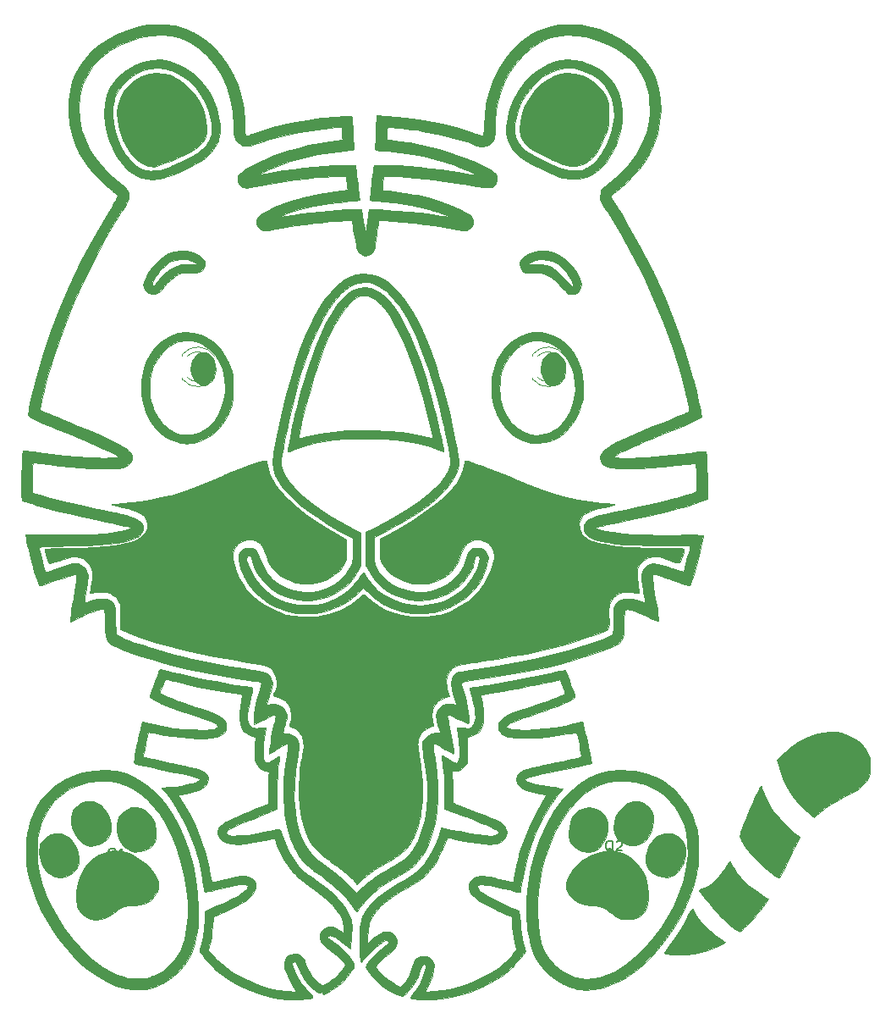
<source format=gbr>
%TF.GenerationSoftware,KiCad,Pcbnew,8.0.1*%
%TF.CreationDate,2024-04-02T10:31:50+02:00*%
%TF.ProjectId,Tiger,54696765-722e-46b6-9963-61645f706362,rev?*%
%TF.SameCoordinates,Original*%
%TF.FileFunction,Legend,Top*%
%TF.FilePolarity,Positive*%
%FSLAX46Y46*%
G04 Gerber Fmt 4.6, Leading zero omitted, Abs format (unit mm)*
G04 Created by KiCad (PCBNEW 8.0.1) date 2024-04-02 10:31:50*
%MOMM*%
%LPD*%
G01*
G04 APERTURE LIST*
%ADD10C,0.150000*%
%ADD11C,0.120000*%
%ADD12C,0.010000*%
G04 APERTURE END LIST*
D10*
X89322761Y-108160057D02*
X89227523Y-108112438D01*
X89227523Y-108112438D02*
X89132285Y-108017200D01*
X89132285Y-108017200D02*
X88989428Y-107874342D01*
X88989428Y-107874342D02*
X88894190Y-107826723D01*
X88894190Y-107826723D02*
X88798952Y-107826723D01*
X88846571Y-108064819D02*
X88751333Y-108017200D01*
X88751333Y-108017200D02*
X88656095Y-107921961D01*
X88656095Y-107921961D02*
X88608476Y-107731485D01*
X88608476Y-107731485D02*
X88608476Y-107398152D01*
X88608476Y-107398152D02*
X88656095Y-107207676D01*
X88656095Y-107207676D02*
X88751333Y-107112438D01*
X88751333Y-107112438D02*
X88846571Y-107064819D01*
X88846571Y-107064819D02*
X89037047Y-107064819D01*
X89037047Y-107064819D02*
X89132285Y-107112438D01*
X89132285Y-107112438D02*
X89227523Y-107207676D01*
X89227523Y-107207676D02*
X89275142Y-107398152D01*
X89275142Y-107398152D02*
X89275142Y-107731485D01*
X89275142Y-107731485D02*
X89227523Y-107921961D01*
X89227523Y-107921961D02*
X89132285Y-108017200D01*
X89132285Y-108017200D02*
X89037047Y-108064819D01*
X89037047Y-108064819D02*
X88846571Y-108064819D01*
X89656095Y-107160057D02*
X89703714Y-107112438D01*
X89703714Y-107112438D02*
X89798952Y-107064819D01*
X89798952Y-107064819D02*
X90037047Y-107064819D01*
X90037047Y-107064819D02*
X90132285Y-107112438D01*
X90132285Y-107112438D02*
X90179904Y-107160057D01*
X90179904Y-107160057D02*
X90227523Y-107255295D01*
X90227523Y-107255295D02*
X90227523Y-107350533D01*
X90227523Y-107350533D02*
X90179904Y-107493390D01*
X90179904Y-107493390D02*
X89608476Y-108064819D01*
X89608476Y-108064819D02*
X90227523Y-108064819D01*
X39538761Y-108922057D02*
X39443523Y-108874438D01*
X39443523Y-108874438D02*
X39348285Y-108779200D01*
X39348285Y-108779200D02*
X39205428Y-108636342D01*
X39205428Y-108636342D02*
X39110190Y-108588723D01*
X39110190Y-108588723D02*
X39014952Y-108588723D01*
X39062571Y-108826819D02*
X38967333Y-108779200D01*
X38967333Y-108779200D02*
X38872095Y-108683961D01*
X38872095Y-108683961D02*
X38824476Y-108493485D01*
X38824476Y-108493485D02*
X38824476Y-108160152D01*
X38824476Y-108160152D02*
X38872095Y-107969676D01*
X38872095Y-107969676D02*
X38967333Y-107874438D01*
X38967333Y-107874438D02*
X39062571Y-107826819D01*
X39062571Y-107826819D02*
X39253047Y-107826819D01*
X39253047Y-107826819D02*
X39348285Y-107874438D01*
X39348285Y-107874438D02*
X39443523Y-107969676D01*
X39443523Y-107969676D02*
X39491142Y-108160152D01*
X39491142Y-108160152D02*
X39491142Y-108493485D01*
X39491142Y-108493485D02*
X39443523Y-108683961D01*
X39443523Y-108683961D02*
X39348285Y-108779200D01*
X39348285Y-108779200D02*
X39253047Y-108826819D01*
X39253047Y-108826819D02*
X39062571Y-108826819D01*
X40443523Y-108826819D02*
X39872095Y-108826819D01*
X40157809Y-108826819D02*
X40157809Y-107826819D01*
X40157809Y-107826819D02*
X40062571Y-107969676D01*
X40062571Y-107969676D02*
X39967333Y-108064914D01*
X39967333Y-108064914D02*
X39872095Y-108112533D01*
D11*
%TO.C,D1*%
X46192000Y-58454000D02*
X46192000Y-58610000D01*
X46192000Y-60770000D02*
X46192000Y-60926000D01*
X46192001Y-58454485D02*
G75*
G02*
X49424334Y-58611392I1559999J-1235515D01*
G01*
X46711040Y-58610001D02*
G75*
G02*
X48793129Y-58610164I1040960J-1079999D01*
G01*
X48793129Y-60769836D02*
G75*
G02*
X46711040Y-60769999I-1041129J1079836D01*
G01*
X49424334Y-60768608D02*
G75*
G02*
X46192001Y-60925515I-1672334J1078608D01*
G01*
D12*
%TO.C,G\u002A\u002A\u002A*%
X83501329Y-58257075D02*
X83875168Y-58425651D01*
X84045578Y-58565416D01*
X84322828Y-58924210D01*
X84489691Y-59333976D01*
X84554944Y-59769947D01*
X84527362Y-60207358D01*
X84415721Y-60621441D01*
X84228797Y-60987429D01*
X83975365Y-61280557D01*
X83664202Y-61476057D01*
X83304083Y-61549162D01*
X83003034Y-61507622D01*
X82680714Y-61334264D01*
X82405132Y-61028056D01*
X82195658Y-60623255D01*
X82071664Y-60154118D01*
X82046060Y-59815243D01*
X82101826Y-59420648D01*
X82248963Y-59015754D01*
X82459700Y-58657961D01*
X82706270Y-58404669D01*
X82739113Y-58382658D01*
X83111735Y-58241217D01*
X83501329Y-58257075D01*
G36*
X83501329Y-58257075D02*
G01*
X83875168Y-58425651D01*
X84045578Y-58565416D01*
X84322828Y-58924210D01*
X84489691Y-59333976D01*
X84554944Y-59769947D01*
X84527362Y-60207358D01*
X84415721Y-60621441D01*
X84228797Y-60987429D01*
X83975365Y-61280557D01*
X83664202Y-61476057D01*
X83304083Y-61549162D01*
X83003034Y-61507622D01*
X82680714Y-61334264D01*
X82405132Y-61028056D01*
X82195658Y-60623255D01*
X82071664Y-60154118D01*
X82046060Y-59815243D01*
X82101826Y-59420648D01*
X82248963Y-59015754D01*
X82459700Y-58657961D01*
X82706270Y-58404669D01*
X82739113Y-58382658D01*
X83111735Y-58241217D01*
X83501329Y-58257075D01*
G37*
X34056914Y-106331559D02*
X34455628Y-106472860D01*
X34892462Y-106777588D01*
X35260978Y-107192910D01*
X35549117Y-107685229D01*
X35744821Y-108220949D01*
X35836030Y-108766473D01*
X35810687Y-109288205D01*
X35656733Y-109752547D01*
X35642367Y-109779255D01*
X35335299Y-110169986D01*
X34921206Y-110463377D01*
X34438933Y-110648085D01*
X33927326Y-110712768D01*
X33425231Y-110646084D01*
X33107900Y-110519293D01*
X32687525Y-110207112D01*
X32336152Y-109776708D01*
X32067745Y-109266016D01*
X31896267Y-108712973D01*
X31835681Y-108155514D01*
X31899951Y-107631576D01*
X31969391Y-107426180D01*
X32238881Y-106981108D01*
X32615174Y-106636534D01*
X33065474Y-106405035D01*
X33556986Y-106299185D01*
X34056914Y-106331559D01*
G36*
X34056914Y-106331559D02*
G01*
X34455628Y-106472860D01*
X34892462Y-106777588D01*
X35260978Y-107192910D01*
X35549117Y-107685229D01*
X35744821Y-108220949D01*
X35836030Y-108766473D01*
X35810687Y-109288205D01*
X35656733Y-109752547D01*
X35642367Y-109779255D01*
X35335299Y-110169986D01*
X34921206Y-110463377D01*
X34438933Y-110648085D01*
X33927326Y-110712768D01*
X33425231Y-110646084D01*
X33107900Y-110519293D01*
X32687525Y-110207112D01*
X32336152Y-109776708D01*
X32067745Y-109266016D01*
X31896267Y-108712973D01*
X31835681Y-108155514D01*
X31899951Y-107631576D01*
X31969391Y-107426180D01*
X32238881Y-106981108D01*
X32615174Y-106636534D01*
X33065474Y-106405035D01*
X33556986Y-106299185D01*
X34056914Y-106331559D01*
G37*
X48574777Y-58274611D02*
X48903350Y-58444499D01*
X49171726Y-58724135D01*
X49371448Y-59086539D01*
X49494061Y-59504732D01*
X49531110Y-59951733D01*
X49474140Y-60400564D01*
X49314695Y-60824244D01*
X49101122Y-61134461D01*
X48903833Y-61325350D01*
X48714354Y-61456336D01*
X48660185Y-61478734D01*
X48450497Y-61538089D01*
X48344687Y-61567458D01*
X48197084Y-61552056D01*
X47968623Y-61472761D01*
X47838976Y-61412573D01*
X47493360Y-61156156D01*
X47247220Y-60808594D01*
X47097292Y-60399020D01*
X47040309Y-59956566D01*
X47073006Y-59510365D01*
X47192116Y-59089550D01*
X47394374Y-58723254D01*
X47676515Y-58440609D01*
X48035272Y-58270749D01*
X48194461Y-58241451D01*
X48574777Y-58274611D01*
G36*
X48574777Y-58274611D02*
G01*
X48903350Y-58444499D01*
X49171726Y-58724135D01*
X49371448Y-59086539D01*
X49494061Y-59504732D01*
X49531110Y-59951733D01*
X49474140Y-60400564D01*
X49314695Y-60824244D01*
X49101122Y-61134461D01*
X48903833Y-61325350D01*
X48714354Y-61456336D01*
X48660185Y-61478734D01*
X48450497Y-61538089D01*
X48344687Y-61567458D01*
X48197084Y-61552056D01*
X47968623Y-61472761D01*
X47838976Y-61412573D01*
X47493360Y-61156156D01*
X47247220Y-60808594D01*
X47097292Y-60399020D01*
X47040309Y-59956566D01*
X47073006Y-59510365D01*
X47192116Y-59089550D01*
X47394374Y-58723254D01*
X47676515Y-58440609D01*
X48035272Y-58270749D01*
X48194461Y-58241451D01*
X48574777Y-58274611D01*
G37*
X92227940Y-103238074D02*
X92680185Y-103516360D01*
X92828687Y-103651612D01*
X93090273Y-103954352D01*
X93249239Y-104260203D01*
X93326321Y-104625035D01*
X93342895Y-105037066D01*
X93275767Y-105659630D01*
X93092365Y-106221075D01*
X92810378Y-106705359D01*
X92447492Y-107096440D01*
X92021397Y-107378274D01*
X91549779Y-107534821D01*
X91050328Y-107550035D01*
X90671266Y-107460177D01*
X90147186Y-107212282D01*
X89744057Y-106892830D01*
X89563667Y-106662632D01*
X89410487Y-106276197D01*
X89354761Y-105798381D01*
X89395383Y-105275497D01*
X89531250Y-104753860D01*
X89614019Y-104551561D01*
X89935284Y-104006208D01*
X90329648Y-103583776D01*
X90776604Y-103290005D01*
X91255642Y-103130638D01*
X91746257Y-103111413D01*
X92227940Y-103238074D01*
G36*
X92227940Y-103238074D02*
G01*
X92680185Y-103516360D01*
X92828687Y-103651612D01*
X93090273Y-103954352D01*
X93249239Y-104260203D01*
X93326321Y-104625035D01*
X93342895Y-105037066D01*
X93275767Y-105659630D01*
X93092365Y-106221075D01*
X92810378Y-106705359D01*
X92447492Y-107096440D01*
X92021397Y-107378274D01*
X91549779Y-107534821D01*
X91050328Y-107550035D01*
X90671266Y-107460177D01*
X90147186Y-107212282D01*
X89744057Y-106892830D01*
X89563667Y-106662632D01*
X89410487Y-106276197D01*
X89354761Y-105798381D01*
X89395383Y-105275497D01*
X89531250Y-104753860D01*
X89614019Y-104551561D01*
X89935284Y-104006208D01*
X90329648Y-103583776D01*
X90776604Y-103290005D01*
X91255642Y-103130638D01*
X91746257Y-103111413D01*
X92227940Y-103238074D01*
G37*
X87008596Y-103710844D02*
X87575674Y-103838358D01*
X88043273Y-104091276D01*
X88403491Y-104452570D01*
X88648427Y-104905209D01*
X88770178Y-105432165D01*
X88760842Y-106016408D01*
X88612518Y-106640908D01*
X88500404Y-106925829D01*
X88194629Y-107442853D01*
X87801532Y-107829686D01*
X87339589Y-108077000D01*
X86827275Y-108175468D01*
X86283067Y-108115759D01*
X86193351Y-108090625D01*
X85665919Y-107855334D01*
X85254636Y-107511847D01*
X84974793Y-107074085D01*
X84920567Y-106931968D01*
X84866365Y-106619247D01*
X84861772Y-106207553D01*
X84903615Y-105758812D01*
X84988720Y-105334950D01*
X85005404Y-105276054D01*
X85229293Y-104760587D01*
X85557593Y-104324530D01*
X85963192Y-103989066D01*
X86418981Y-103775377D01*
X86897849Y-103704645D01*
X87008596Y-103710844D01*
G36*
X87008596Y-103710844D02*
G01*
X87575674Y-103838358D01*
X88043273Y-104091276D01*
X88403491Y-104452570D01*
X88648427Y-104905209D01*
X88770178Y-105432165D01*
X88760842Y-106016408D01*
X88612518Y-106640908D01*
X88500404Y-106925829D01*
X88194629Y-107442853D01*
X87801532Y-107829686D01*
X87339589Y-108077000D01*
X86827275Y-108175468D01*
X86283067Y-108115759D01*
X86193351Y-108090625D01*
X85665919Y-107855334D01*
X85254636Y-107511847D01*
X84974793Y-107074085D01*
X84920567Y-106931968D01*
X84866365Y-106619247D01*
X84861772Y-106207553D01*
X84903615Y-105758812D01*
X84988720Y-105334950D01*
X85005404Y-105276054D01*
X85229293Y-104760587D01*
X85557593Y-104324530D01*
X85963192Y-103989066D01*
X86418981Y-103775377D01*
X86897849Y-103704645D01*
X87008596Y-103710844D01*
G37*
X41994976Y-103763475D02*
X42455277Y-103990758D01*
X42855111Y-104345528D01*
X43178787Y-104808120D01*
X43410617Y-105358870D01*
X43534908Y-105978114D01*
X43551483Y-106267094D01*
X43545198Y-106620438D01*
X43503244Y-106877713D01*
X43409306Y-107111073D01*
X43327048Y-107259677D01*
X42995244Y-107675333D01*
X42561013Y-107960224D01*
X42018446Y-108117691D01*
X41758731Y-108146507D01*
X41415501Y-108157867D01*
X41165352Y-108127764D01*
X40934467Y-108043344D01*
X40812566Y-107981756D01*
X40405439Y-107674745D01*
X40071374Y-107244579D01*
X39823185Y-106726358D01*
X39673689Y-106155181D01*
X39635700Y-105566148D01*
X39721932Y-104994733D01*
X39913110Y-104593390D01*
X40231571Y-104230585D01*
X40635431Y-103937386D01*
X41082805Y-103744862D01*
X41489900Y-103683344D01*
X41994976Y-103763475D01*
G36*
X41994976Y-103763475D02*
G01*
X42455277Y-103990758D01*
X42855111Y-104345528D01*
X43178787Y-104808120D01*
X43410617Y-105358870D01*
X43534908Y-105978114D01*
X43551483Y-106267094D01*
X43545198Y-106620438D01*
X43503244Y-106877713D01*
X43409306Y-107111073D01*
X43327048Y-107259677D01*
X42995244Y-107675333D01*
X42561013Y-107960224D01*
X42018446Y-108117691D01*
X41758731Y-108146507D01*
X41415501Y-108157867D01*
X41165352Y-108127764D01*
X40934467Y-108043344D01*
X40812566Y-107981756D01*
X40405439Y-107674745D01*
X40071374Y-107244579D01*
X39823185Y-106726358D01*
X39673689Y-106155181D01*
X39635700Y-105566148D01*
X39721932Y-104994733D01*
X39913110Y-104593390D01*
X40231571Y-104230585D01*
X40635431Y-103937386D01*
X41082805Y-103744862D01*
X41489900Y-103683344D01*
X41994976Y-103763475D01*
G37*
X37269256Y-103154925D02*
X37697862Y-103324322D01*
X38086160Y-103565812D01*
X38310726Y-103776134D01*
X38601965Y-104207091D01*
X38848178Y-104735816D01*
X39017225Y-105291235D01*
X39034964Y-105377830D01*
X39062886Y-105933670D01*
X38936700Y-106438015D01*
X38668620Y-106871143D01*
X38270864Y-107213336D01*
X37755648Y-107444871D01*
X37754244Y-107445288D01*
X37352226Y-107543876D01*
X37027333Y-107563803D01*
X36706910Y-107505404D01*
X36536900Y-107450891D01*
X36195902Y-107260998D01*
X35849827Y-106947163D01*
X35534603Y-106549739D01*
X35286153Y-106109076D01*
X35235781Y-105989463D01*
X35082057Y-105418804D01*
X35055366Y-104852938D01*
X35153471Y-104330844D01*
X35354652Y-103918882D01*
X35657562Y-103595832D01*
X36055243Y-103328645D01*
X36488616Y-103149622D01*
X36869582Y-103090560D01*
X37269256Y-103154925D01*
G36*
X37269256Y-103154925D02*
G01*
X37697862Y-103324322D01*
X38086160Y-103565812D01*
X38310726Y-103776134D01*
X38601965Y-104207091D01*
X38848178Y-104735816D01*
X39017225Y-105291235D01*
X39034964Y-105377830D01*
X39062886Y-105933670D01*
X38936700Y-106438015D01*
X38668620Y-106871143D01*
X38270864Y-107213336D01*
X37755648Y-107444871D01*
X37754244Y-107445288D01*
X37352226Y-107543876D01*
X37027333Y-107563803D01*
X36706910Y-107505404D01*
X36536900Y-107450891D01*
X36195902Y-107260998D01*
X35849827Y-106947163D01*
X35534603Y-106549739D01*
X35286153Y-106109076D01*
X35235781Y-105989463D01*
X35082057Y-105418804D01*
X35055366Y-104852938D01*
X35153471Y-104330844D01*
X35354652Y-103918882D01*
X35657562Y-103595832D01*
X36055243Y-103328645D01*
X36488616Y-103149622D01*
X36869582Y-103090560D01*
X37269256Y-103154925D01*
G37*
X94847417Y-106324285D02*
X95204261Y-106358379D01*
X95466872Y-106430206D01*
X95709693Y-106562583D01*
X95778751Y-106609721D01*
X96175208Y-106985379D01*
X96440187Y-107450026D01*
X96568962Y-107980368D01*
X96556806Y-108553106D01*
X96398991Y-109144945D01*
X96327211Y-109312733D01*
X96061345Y-109779308D01*
X95738477Y-110181589D01*
X95393398Y-110480338D01*
X95192452Y-110592587D01*
X94771618Y-110696288D01*
X94286944Y-110693980D01*
X93803783Y-110589123D01*
X93602233Y-110508444D01*
X93174491Y-110257323D01*
X92874524Y-109953397D01*
X92674940Y-109589463D01*
X92567477Y-109129269D01*
X92585048Y-108610418D01*
X92712993Y-108069955D01*
X92936653Y-107544929D01*
X93241369Y-107072385D01*
X93612480Y-106689371D01*
X93898566Y-106497208D01*
X94151350Y-106381329D01*
X94394016Y-106326128D01*
X94701170Y-106318008D01*
X94847417Y-106324285D01*
G36*
X94847417Y-106324285D02*
G01*
X95204261Y-106358379D01*
X95466872Y-106430206D01*
X95709693Y-106562583D01*
X95778751Y-106609721D01*
X96175208Y-106985379D01*
X96440187Y-107450026D01*
X96568962Y-107980368D01*
X96556806Y-108553106D01*
X96398991Y-109144945D01*
X96327211Y-109312733D01*
X96061345Y-109779308D01*
X95738477Y-110181589D01*
X95393398Y-110480338D01*
X95192452Y-110592587D01*
X94771618Y-110696288D01*
X94286944Y-110693980D01*
X93803783Y-110589123D01*
X93602233Y-110508444D01*
X93174491Y-110257323D01*
X92874524Y-109953397D01*
X92674940Y-109589463D01*
X92567477Y-109129269D01*
X92585048Y-108610418D01*
X92712993Y-108069955D01*
X92936653Y-107544929D01*
X93241369Y-107072385D01*
X93612480Y-106689371D01*
X93898566Y-106497208D01*
X94151350Y-106381329D01*
X94394016Y-106326128D01*
X94701170Y-106318008D01*
X94847417Y-106324285D01*
G37*
X40109254Y-108110478D02*
X40874230Y-108314980D01*
X41621881Y-108669630D01*
X42336890Y-109171082D01*
X42686419Y-109484577D01*
X43207284Y-110056552D01*
X43563505Y-110604749D01*
X43757161Y-111135007D01*
X43790332Y-111653163D01*
X43665098Y-112165057D01*
X43652303Y-112196391D01*
X43401036Y-112640733D01*
X43051956Y-112986943D01*
X42590374Y-113243243D01*
X42001602Y-113417854D01*
X41292877Y-113517145D01*
X40803665Y-113567429D01*
X40432471Y-113633926D01*
X40128004Y-113735836D01*
X39838976Y-113892357D01*
X39514097Y-114122691D01*
X39362803Y-114239648D01*
X38755600Y-114629195D01*
X38133787Y-114863763D01*
X37512579Y-114939778D01*
X36907195Y-114853663D01*
X36838278Y-114832885D01*
X36466728Y-114638553D01*
X36120706Y-114322831D01*
X35843457Y-113932730D01*
X35698901Y-113594199D01*
X35562710Y-112856326D01*
X35568135Y-112089585D01*
X35703856Y-111320972D01*
X35958555Y-110577483D01*
X36320914Y-109886113D01*
X36779612Y-109273858D01*
X37323333Y-108767714D01*
X37863575Y-108431310D01*
X38588608Y-108165297D01*
X39342274Y-108059468D01*
X40109254Y-108110478D01*
G36*
X40109254Y-108110478D02*
G01*
X40874230Y-108314980D01*
X41621881Y-108669630D01*
X42336890Y-109171082D01*
X42686419Y-109484577D01*
X43207284Y-110056552D01*
X43563505Y-110604749D01*
X43757161Y-111135007D01*
X43790332Y-111653163D01*
X43665098Y-112165057D01*
X43652303Y-112196391D01*
X43401036Y-112640733D01*
X43051956Y-112986943D01*
X42590374Y-113243243D01*
X42001602Y-113417854D01*
X41292877Y-113517145D01*
X40803665Y-113567429D01*
X40432471Y-113633926D01*
X40128004Y-113735836D01*
X39838976Y-113892357D01*
X39514097Y-114122691D01*
X39362803Y-114239648D01*
X38755600Y-114629195D01*
X38133787Y-114863763D01*
X37512579Y-114939778D01*
X36907195Y-114853663D01*
X36838278Y-114832885D01*
X36466728Y-114638553D01*
X36120706Y-114322831D01*
X35843457Y-113932730D01*
X35698901Y-113594199D01*
X35562710Y-112856326D01*
X35568135Y-112089585D01*
X35703856Y-111320972D01*
X35958555Y-110577483D01*
X36320914Y-109886113D01*
X36779612Y-109273858D01*
X37323333Y-108767714D01*
X37863575Y-108431310D01*
X38588608Y-108165297D01*
X39342274Y-108059468D01*
X40109254Y-108110478D01*
G37*
X97256998Y-113911313D02*
X97374648Y-114093951D01*
X97528820Y-114355587D01*
X97581566Y-114449050D01*
X98062752Y-115151746D01*
X98703360Y-115827089D01*
X99494468Y-116466022D01*
X99726848Y-116627175D01*
X100038909Y-116840873D01*
X100290989Y-117020859D01*
X100454522Y-117146249D01*
X100502566Y-117194287D01*
X100427823Y-117264952D01*
X100224565Y-117377995D01*
X99924252Y-117520277D01*
X99558343Y-117678656D01*
X99158297Y-117839993D01*
X98755573Y-117991146D01*
X98381629Y-118118975D01*
X98073388Y-118208960D01*
X97361096Y-118350790D01*
X96590938Y-118437823D01*
X95829034Y-118465644D01*
X95141500Y-118429838D01*
X95010316Y-118413480D01*
X94725698Y-118368168D01*
X94514665Y-118324554D01*
X94427913Y-118294635D01*
X94457755Y-118213779D01*
X94571740Y-118027715D01*
X94750957Y-117765600D01*
X94938479Y-117507442D01*
X95431076Y-116816490D01*
X95912873Y-116087055D01*
X96353219Y-115367948D01*
X96721462Y-114707984D01*
X96830008Y-114495219D01*
X96980451Y-114201010D01*
X97104916Y-113975716D01*
X97183702Y-113854275D01*
X97197966Y-113842603D01*
X97256998Y-113911313D01*
G36*
X97256998Y-113911313D02*
G01*
X97374648Y-114093951D01*
X97528820Y-114355587D01*
X97581566Y-114449050D01*
X98062752Y-115151746D01*
X98703360Y-115827089D01*
X99494468Y-116466022D01*
X99726848Y-116627175D01*
X100038909Y-116840873D01*
X100290989Y-117020859D01*
X100454522Y-117146249D01*
X100502566Y-117194287D01*
X100427823Y-117264952D01*
X100224565Y-117377995D01*
X99924252Y-117520277D01*
X99558343Y-117678656D01*
X99158297Y-117839993D01*
X98755573Y-117991146D01*
X98381629Y-118118975D01*
X98073388Y-118208960D01*
X97361096Y-118350790D01*
X96590938Y-118437823D01*
X95829034Y-118465644D01*
X95141500Y-118429838D01*
X95010316Y-118413480D01*
X94725698Y-118368168D01*
X94514665Y-118324554D01*
X94427913Y-118294635D01*
X94457755Y-118213779D01*
X94571740Y-118027715D01*
X94750957Y-117765600D01*
X94938479Y-117507442D01*
X95431076Y-116816490D01*
X95912873Y-116087055D01*
X96353219Y-115367948D01*
X96721462Y-114707984D01*
X96830008Y-114495219D01*
X96980451Y-114201010D01*
X97104916Y-113975716D01*
X97183702Y-113854275D01*
X97197966Y-113842603D01*
X97256998Y-113911313D01*
G37*
X44299705Y-30346273D02*
X44900057Y-30488078D01*
X45438496Y-30706975D01*
X45952984Y-31024468D01*
X46481484Y-31462063D01*
X46783416Y-31753213D01*
X47319340Y-32339308D01*
X47734760Y-32914379D01*
X48064716Y-33534341D01*
X48336021Y-34230777D01*
X48561353Y-35034686D01*
X48654430Y-35739953D01*
X48613139Y-36356280D01*
X48435362Y-36893365D01*
X48118984Y-37360908D01*
X47661891Y-37768610D01*
X47547094Y-37848018D01*
X47160126Y-38083674D01*
X46686923Y-38338684D01*
X46155650Y-38601117D01*
X45594469Y-38859044D01*
X45031546Y-39100535D01*
X44495045Y-39313659D01*
X44013131Y-39486488D01*
X43613966Y-39607090D01*
X43325717Y-39663537D01*
X43255411Y-39665895D01*
X43038005Y-39640519D01*
X42769780Y-39589716D01*
X42737418Y-39582278D01*
X42161080Y-39360822D01*
X41617614Y-38979879D01*
X41114517Y-38447382D01*
X40659288Y-37771264D01*
X40259944Y-36960698D01*
X39913595Y-35983265D01*
X39718123Y-35056017D01*
X39672963Y-34184711D01*
X39777553Y-33375103D01*
X40031327Y-32632952D01*
X40433724Y-31964014D01*
X40788996Y-31556850D01*
X41406555Y-31045294D01*
X42097361Y-30658987D01*
X42832772Y-30407805D01*
X43584144Y-30301626D01*
X44299705Y-30346273D01*
G36*
X44299705Y-30346273D02*
G01*
X44900057Y-30488078D01*
X45438496Y-30706975D01*
X45952984Y-31024468D01*
X46481484Y-31462063D01*
X46783416Y-31753213D01*
X47319340Y-32339308D01*
X47734760Y-32914379D01*
X48064716Y-33534341D01*
X48336021Y-34230777D01*
X48561353Y-35034686D01*
X48654430Y-35739953D01*
X48613139Y-36356280D01*
X48435362Y-36893365D01*
X48118984Y-37360908D01*
X47661891Y-37768610D01*
X47547094Y-37848018D01*
X47160126Y-38083674D01*
X46686923Y-38338684D01*
X46155650Y-38601117D01*
X45594469Y-38859044D01*
X45031546Y-39100535D01*
X44495045Y-39313659D01*
X44013131Y-39486488D01*
X43613966Y-39607090D01*
X43325717Y-39663537D01*
X43255411Y-39665895D01*
X43038005Y-39640519D01*
X42769780Y-39589716D01*
X42737418Y-39582278D01*
X42161080Y-39360822D01*
X41617614Y-38979879D01*
X41114517Y-38447382D01*
X40659288Y-37771264D01*
X40259944Y-36960698D01*
X39913595Y-35983265D01*
X39718123Y-35056017D01*
X39672963Y-34184711D01*
X39777553Y-33375103D01*
X40031327Y-32632952D01*
X40433724Y-31964014D01*
X40788996Y-31556850D01*
X41406555Y-31045294D01*
X42097361Y-30658987D01*
X42832772Y-30407805D01*
X43584144Y-30301626D01*
X44299705Y-30346273D01*
G37*
X89935213Y-108187658D02*
X90607006Y-108458754D01*
X91214530Y-108862830D01*
X91745713Y-109388547D01*
X92188483Y-110024569D01*
X92530768Y-110759557D01*
X92760498Y-111582173D01*
X92849624Y-112224658D01*
X92851676Y-112838693D01*
X92762093Y-113422091D01*
X92590836Y-113929682D01*
X92403197Y-114248890D01*
X92061984Y-114565316D01*
X91611867Y-114790700D01*
X91092812Y-114914696D01*
X90544785Y-114926957D01*
X90098694Y-114845482D01*
X89899933Y-114777844D01*
X89700042Y-114681659D01*
X89464808Y-114536182D01*
X89160016Y-114320669D01*
X88844942Y-114085277D01*
X88594140Y-113901153D01*
X88382676Y-113769880D01*
X88170403Y-113678751D01*
X87917175Y-113615060D01*
X87582843Y-113566099D01*
X87127263Y-113519161D01*
X87026384Y-113509676D01*
X86432669Y-113430432D01*
X85966588Y-113307203D01*
X85588720Y-113123680D01*
X85259641Y-112863556D01*
X85120827Y-112721374D01*
X84790677Y-112275551D01*
X84622357Y-111822976D01*
X84613183Y-111343762D01*
X84760469Y-110818024D01*
X84839513Y-110638180D01*
X85211046Y-110032864D01*
X85718933Y-109469500D01*
X86331318Y-108970594D01*
X87016341Y-108558649D01*
X87742145Y-108256172D01*
X88447104Y-108089756D01*
X89211221Y-108060880D01*
X89935213Y-108187658D01*
G36*
X89935213Y-108187658D02*
G01*
X90607006Y-108458754D01*
X91214530Y-108862830D01*
X91745713Y-109388547D01*
X92188483Y-110024569D01*
X92530768Y-110759557D01*
X92760498Y-111582173D01*
X92849624Y-112224658D01*
X92851676Y-112838693D01*
X92762093Y-113422091D01*
X92590836Y-113929682D01*
X92403197Y-114248890D01*
X92061984Y-114565316D01*
X91611867Y-114790700D01*
X91092812Y-114914696D01*
X90544785Y-114926957D01*
X90098694Y-114845482D01*
X89899933Y-114777844D01*
X89700042Y-114681659D01*
X89464808Y-114536182D01*
X89160016Y-114320669D01*
X88844942Y-114085277D01*
X88594140Y-113901153D01*
X88382676Y-113769880D01*
X88170403Y-113678751D01*
X87917175Y-113615060D01*
X87582843Y-113566099D01*
X87127263Y-113519161D01*
X87026384Y-113509676D01*
X86432669Y-113430432D01*
X85966588Y-113307203D01*
X85588720Y-113123680D01*
X85259641Y-112863556D01*
X85120827Y-112721374D01*
X84790677Y-112275551D01*
X84622357Y-111822976D01*
X84613183Y-111343762D01*
X84760469Y-110818024D01*
X84839513Y-110638180D01*
X85211046Y-110032864D01*
X85718933Y-109469500D01*
X86331318Y-108970594D01*
X87016341Y-108558649D01*
X87742145Y-108256172D01*
X88447104Y-108089756D01*
X89211221Y-108060880D01*
X89935213Y-108187658D01*
G37*
X85449908Y-30347065D02*
X86169164Y-30539073D01*
X86853151Y-30857609D01*
X87477736Y-31289776D01*
X88018784Y-31822679D01*
X88452162Y-32443424D01*
X88663460Y-32884820D01*
X88747626Y-33120279D01*
X88803304Y-33352963D01*
X88835925Y-33626817D01*
X88850921Y-33985788D01*
X88853824Y-34425066D01*
X88849450Y-34890184D01*
X88832600Y-35240437D01*
X88795109Y-35530242D01*
X88728811Y-35814011D01*
X88625541Y-36146160D01*
X88571528Y-36306291D01*
X88255693Y-37095071D01*
X87868457Y-37839089D01*
X87437398Y-38488424D01*
X87216270Y-38759479D01*
X86741268Y-39180033D01*
X86191011Y-39468377D01*
X85596505Y-39614813D01*
X84988754Y-39609643D01*
X84694048Y-39548419D01*
X84285107Y-39414415D01*
X83791821Y-39221259D01*
X83245266Y-38984310D01*
X82676515Y-38718927D01*
X82116641Y-38440469D01*
X81596718Y-38164295D01*
X81147819Y-37905762D01*
X80801018Y-37680230D01*
X80617651Y-37533583D01*
X80248512Y-37075400D01*
X80022187Y-36535876D01*
X79937959Y-35911220D01*
X79995111Y-35197639D01*
X80091044Y-34748202D01*
X80406341Y-33794800D01*
X80837020Y-32925611D01*
X81370516Y-32154624D01*
X81994264Y-31495829D01*
X82695698Y-30963213D01*
X83462252Y-30570767D01*
X84002125Y-30394207D01*
X84719517Y-30294477D01*
X85449908Y-30347065D01*
G36*
X85449908Y-30347065D02*
G01*
X86169164Y-30539073D01*
X86853151Y-30857609D01*
X87477736Y-31289776D01*
X88018784Y-31822679D01*
X88452162Y-32443424D01*
X88663460Y-32884820D01*
X88747626Y-33120279D01*
X88803304Y-33352963D01*
X88835925Y-33626817D01*
X88850921Y-33985788D01*
X88853824Y-34425066D01*
X88849450Y-34890184D01*
X88832600Y-35240437D01*
X88795109Y-35530242D01*
X88728811Y-35814011D01*
X88625541Y-36146160D01*
X88571528Y-36306291D01*
X88255693Y-37095071D01*
X87868457Y-37839089D01*
X87437398Y-38488424D01*
X87216270Y-38759479D01*
X86741268Y-39180033D01*
X86191011Y-39468377D01*
X85596505Y-39614813D01*
X84988754Y-39609643D01*
X84694048Y-39548419D01*
X84285107Y-39414415D01*
X83791821Y-39221259D01*
X83245266Y-38984310D01*
X82676515Y-38718927D01*
X82116641Y-38440469D01*
X81596718Y-38164295D01*
X81147819Y-37905762D01*
X80801018Y-37680230D01*
X80617651Y-37533583D01*
X80248512Y-37075400D01*
X80022187Y-36535876D01*
X79937959Y-35911220D01*
X79995111Y-35197639D01*
X80091044Y-34748202D01*
X80406341Y-33794800D01*
X80837020Y-32925611D01*
X81370516Y-32154624D01*
X81994264Y-31495829D01*
X82695698Y-30963213D01*
X83462252Y-30570767D01*
X84002125Y-30394207D01*
X84719517Y-30294477D01*
X85449908Y-30347065D01*
G37*
X111577032Y-96212582D02*
X112138889Y-96279894D01*
X112560731Y-96388977D01*
X113320515Y-96746718D01*
X113961565Y-97223217D01*
X114480259Y-97815305D01*
X114789177Y-98338142D01*
X114902889Y-98590318D01*
X114972621Y-98817867D01*
X115008617Y-99077156D01*
X115021119Y-99424552D01*
X115021818Y-99618400D01*
X115014608Y-100027931D01*
X114988523Y-100319490D01*
X114934921Y-100544126D01*
X114845159Y-100752890D01*
X114822323Y-100796824D01*
X114604006Y-101147185D01*
X114329707Y-101463746D01*
X113976579Y-101764344D01*
X113521774Y-102066812D01*
X112942446Y-102388985D01*
X112492870Y-102615173D01*
X111756955Y-102997787D01*
X111073174Y-103397973D01*
X110469561Y-103797339D01*
X109974150Y-104177493D01*
X109652974Y-104478289D01*
X109504501Y-104623170D01*
X109406672Y-104692865D01*
X109398974Y-104694044D01*
X109310896Y-104643563D01*
X109134064Y-104517669D01*
X108969233Y-104392050D01*
X108137072Y-103645433D01*
X107396589Y-102786637D01*
X106766869Y-101844462D01*
X106266998Y-100847712D01*
X105916060Y-99825188D01*
X105898821Y-99758370D01*
X105709566Y-99009341D01*
X106520031Y-98234370D01*
X107186563Y-97642651D01*
X107827925Y-97178076D01*
X108490315Y-96814232D01*
X109219927Y-96524703D01*
X109826144Y-96343864D01*
X110362622Y-96243610D01*
X110965597Y-96200169D01*
X111577032Y-96212582D01*
G36*
X111577032Y-96212582D02*
G01*
X112138889Y-96279894D01*
X112560731Y-96388977D01*
X113320515Y-96746718D01*
X113961565Y-97223217D01*
X114480259Y-97815305D01*
X114789177Y-98338142D01*
X114902889Y-98590318D01*
X114972621Y-98817867D01*
X115008617Y-99077156D01*
X115021119Y-99424552D01*
X115021818Y-99618400D01*
X115014608Y-100027931D01*
X114988523Y-100319490D01*
X114934921Y-100544126D01*
X114845159Y-100752890D01*
X114822323Y-100796824D01*
X114604006Y-101147185D01*
X114329707Y-101463746D01*
X113976579Y-101764344D01*
X113521774Y-102066812D01*
X112942446Y-102388985D01*
X112492870Y-102615173D01*
X111756955Y-102997787D01*
X111073174Y-103397973D01*
X110469561Y-103797339D01*
X109974150Y-104177493D01*
X109652974Y-104478289D01*
X109504501Y-104623170D01*
X109406672Y-104692865D01*
X109398974Y-104694044D01*
X109310896Y-104643563D01*
X109134064Y-104517669D01*
X108969233Y-104392050D01*
X108137072Y-103645433D01*
X107396589Y-102786637D01*
X106766869Y-101844462D01*
X106266998Y-100847712D01*
X105916060Y-99825188D01*
X105898821Y-99758370D01*
X105709566Y-99009341D01*
X106520031Y-98234370D01*
X107186563Y-97642651D01*
X107827925Y-97178076D01*
X108490315Y-96814232D01*
X109219927Y-96524703D01*
X109826144Y-96343864D01*
X110362622Y-96243610D01*
X110965597Y-96200169D01*
X111577032Y-96212582D01*
G37*
X104141312Y-101630926D02*
X104143233Y-101651941D01*
X104182120Y-101831105D01*
X104287007Y-102119244D01*
X104440231Y-102478113D01*
X104624129Y-102869466D01*
X104821038Y-103255056D01*
X105013294Y-103596637D01*
X105118467Y-103763653D01*
X105367765Y-104099233D01*
X105711932Y-104510914D01*
X106118059Y-104963685D01*
X106553236Y-105422533D01*
X106984554Y-105852446D01*
X107379103Y-106218412D01*
X107605652Y-106409729D01*
X107977738Y-106706675D01*
X107708958Y-107205371D01*
X107587227Y-107441986D01*
X107411455Y-107798010D01*
X107198305Y-108238982D01*
X106964435Y-108730441D01*
X106732575Y-109224888D01*
X106512117Y-109692030D01*
X106311938Y-110103653D01*
X106144066Y-110436021D01*
X106020532Y-110665403D01*
X105953366Y-110768064D01*
X105948829Y-110771090D01*
X105851155Y-110736799D01*
X105648172Y-110624102D01*
X105372889Y-110452277D01*
X105156987Y-110308602D01*
X104406688Y-109737216D01*
X103692306Y-109079193D01*
X103046028Y-108369582D01*
X102500039Y-107643434D01*
X102118350Y-106999531D01*
X102013851Y-106779553D01*
X101976072Y-106617241D01*
X102001031Y-106437889D01*
X102075461Y-106195197D01*
X102212646Y-105799519D01*
X102387901Y-105331326D01*
X102591475Y-104813136D01*
X102813621Y-104267465D01*
X103044590Y-103716831D01*
X103274633Y-103183750D01*
X103494001Y-102690741D01*
X103692946Y-102260321D01*
X103861719Y-101915006D01*
X103990571Y-101677313D01*
X104069753Y-101569761D01*
X104079733Y-101565798D01*
X104141312Y-101630926D01*
G36*
X104141312Y-101630926D02*
G01*
X104143233Y-101651941D01*
X104182120Y-101831105D01*
X104287007Y-102119244D01*
X104440231Y-102478113D01*
X104624129Y-102869466D01*
X104821038Y-103255056D01*
X105013294Y-103596637D01*
X105118467Y-103763653D01*
X105367765Y-104099233D01*
X105711932Y-104510914D01*
X106118059Y-104963685D01*
X106553236Y-105422533D01*
X106984554Y-105852446D01*
X107379103Y-106218412D01*
X107605652Y-106409729D01*
X107977738Y-106706675D01*
X107708958Y-107205371D01*
X107587227Y-107441986D01*
X107411455Y-107798010D01*
X107198305Y-108238982D01*
X106964435Y-108730441D01*
X106732575Y-109224888D01*
X106512117Y-109692030D01*
X106311938Y-110103653D01*
X106144066Y-110436021D01*
X106020532Y-110665403D01*
X105953366Y-110768064D01*
X105948829Y-110771090D01*
X105851155Y-110736799D01*
X105648172Y-110624102D01*
X105372889Y-110452277D01*
X105156987Y-110308602D01*
X104406688Y-109737216D01*
X103692306Y-109079193D01*
X103046028Y-108369582D01*
X102500039Y-107643434D01*
X102118350Y-106999531D01*
X102013851Y-106779553D01*
X101976072Y-106617241D01*
X102001031Y-106437889D01*
X102075461Y-106195197D01*
X102212646Y-105799519D01*
X102387901Y-105331326D01*
X102591475Y-104813136D01*
X102813621Y-104267465D01*
X103044590Y-103716831D01*
X103274633Y-103183750D01*
X103494001Y-102690741D01*
X103692946Y-102260321D01*
X103861719Y-101915006D01*
X103990571Y-101677313D01*
X104069753Y-101569761D01*
X104079733Y-101565798D01*
X104141312Y-101630926D01*
G37*
X101021403Y-109170542D02*
X101128532Y-109355397D01*
X101272377Y-109620275D01*
X101322200Y-109714900D01*
X101693773Y-110295046D01*
X102202636Y-110892494D01*
X102822458Y-111480928D01*
X103526909Y-112034034D01*
X103889233Y-112280451D01*
X104229367Y-112500804D01*
X104514303Y-112685793D01*
X104715914Y-112817129D01*
X104806075Y-112876521D01*
X104807801Y-112877742D01*
X104772044Y-112949889D01*
X104652963Y-113130663D01*
X104468907Y-113393275D01*
X104238220Y-113710938D01*
X104223523Y-113730857D01*
X103979835Y-114044052D01*
X103684446Y-114397816D01*
X103358586Y-114769591D01*
X103023486Y-115136818D01*
X102700376Y-115476938D01*
X102410487Y-115767394D01*
X102175050Y-115985625D01*
X102015295Y-116109075D01*
X101967118Y-116128400D01*
X101863844Y-116082376D01*
X101661316Y-115959783D01*
X101397089Y-115783837D01*
X101299011Y-115715380D01*
X100966952Y-115458532D01*
X100588586Y-115131799D01*
X100229307Y-114792565D01*
X100117026Y-114678214D01*
X99843520Y-114384419D01*
X99531829Y-114036707D01*
X99200968Y-113657796D01*
X98869953Y-113270401D01*
X98557800Y-112897238D01*
X98283525Y-112561025D01*
X98066145Y-112284478D01*
X97924675Y-112090313D01*
X97877900Y-112003362D01*
X97951440Y-111932783D01*
X98136913Y-111849922D01*
X98237733Y-111817365D01*
X98824194Y-111561069D01*
X99399179Y-111136477D01*
X99961926Y-110544284D01*
X100511672Y-109785188D01*
X100583220Y-109672566D01*
X100753653Y-109405976D01*
X100888322Y-109205759D01*
X100963933Y-109106226D01*
X100971206Y-109101066D01*
X101021403Y-109170542D01*
G36*
X101021403Y-109170542D02*
G01*
X101128532Y-109355397D01*
X101272377Y-109620275D01*
X101322200Y-109714900D01*
X101693773Y-110295046D01*
X102202636Y-110892494D01*
X102822458Y-111480928D01*
X103526909Y-112034034D01*
X103889233Y-112280451D01*
X104229367Y-112500804D01*
X104514303Y-112685793D01*
X104715914Y-112817129D01*
X104806075Y-112876521D01*
X104807801Y-112877742D01*
X104772044Y-112949889D01*
X104652963Y-113130663D01*
X104468907Y-113393275D01*
X104238220Y-113710938D01*
X104223523Y-113730857D01*
X103979835Y-114044052D01*
X103684446Y-114397816D01*
X103358586Y-114769591D01*
X103023486Y-115136818D01*
X102700376Y-115476938D01*
X102410487Y-115767394D01*
X102175050Y-115985625D01*
X102015295Y-116109075D01*
X101967118Y-116128400D01*
X101863844Y-116082376D01*
X101661316Y-115959783D01*
X101397089Y-115783837D01*
X101299011Y-115715380D01*
X100966952Y-115458532D01*
X100588586Y-115131799D01*
X100229307Y-114792565D01*
X100117026Y-114678214D01*
X99843520Y-114384419D01*
X99531829Y-114036707D01*
X99200968Y-113657796D01*
X98869953Y-113270401D01*
X98557800Y-112897238D01*
X98283525Y-112561025D01*
X98066145Y-112284478D01*
X97924675Y-112090313D01*
X97877900Y-112003362D01*
X97951440Y-111932783D01*
X98136913Y-111849922D01*
X98237733Y-111817365D01*
X98824194Y-111561069D01*
X99399179Y-111136477D01*
X99961926Y-110544284D01*
X100511672Y-109785188D01*
X100583220Y-109672566D01*
X100753653Y-109405976D01*
X100888322Y-109205759D01*
X100963933Y-109106226D01*
X100971206Y-109101066D01*
X101021403Y-109170542D01*
G37*
X46689579Y-48108885D02*
X47287208Y-48255367D01*
X47810463Y-48506092D01*
X48105374Y-48734930D01*
X48306183Y-48948041D01*
X48403720Y-49131776D01*
X48432148Y-49355679D01*
X48432566Y-49400936D01*
X48382928Y-49780669D01*
X48226930Y-50052161D01*
X47953947Y-50222166D01*
X47553356Y-50297437D01*
X47038919Y-50286846D01*
X46683260Y-50268308D01*
X46350518Y-50270348D01*
X46119639Y-50291590D01*
X45815686Y-50406239D01*
X45448030Y-50635419D01*
X45048841Y-50954084D01*
X44650292Y-51337188D01*
X44368566Y-51654876D01*
X44005291Y-52059583D01*
X43690872Y-52319176D01*
X43403378Y-52442370D01*
X43120873Y-52437878D01*
X42821426Y-52314413D01*
X42775971Y-52287562D01*
X42551476Y-52091365D01*
X42382202Y-51843780D01*
X42372799Y-51822526D01*
X42310374Y-51644774D01*
X42298691Y-51493934D01*
X43159475Y-51493934D01*
X43189533Y-51595986D01*
X43271172Y-51595702D01*
X43355642Y-51523834D01*
X43520024Y-51353434D01*
X43735044Y-51115403D01*
X43837702Y-50997726D01*
X44406495Y-50399178D01*
X44955514Y-49953804D01*
X45506724Y-49650669D01*
X46082088Y-49478840D01*
X46703572Y-49427380D01*
X46970471Y-49438084D01*
X47347047Y-49453870D01*
X47558164Y-49434482D01*
X47604495Y-49377090D01*
X47486713Y-49278863D01*
X47205488Y-49136970D01*
X47057472Y-49071685D01*
X46765664Y-48964699D01*
X46488513Y-48916049D01*
X46147678Y-48914438D01*
X46017284Y-48921696D01*
X45446697Y-49014406D01*
X44929502Y-49226031D01*
X44430471Y-49574065D01*
X44113641Y-49867132D01*
X43883410Y-50128017D01*
X43664631Y-50427940D01*
X43470077Y-50740698D01*
X43312518Y-51040086D01*
X43204727Y-51299900D01*
X43159475Y-51493934D01*
X42298691Y-51493934D01*
X42297884Y-51483521D01*
X42339195Y-51278532D01*
X42425023Y-51008483D01*
X42763957Y-50258193D01*
X43243306Y-49571658D01*
X43838029Y-48976583D01*
X44523090Y-48500673D01*
X44835517Y-48341254D01*
X45425227Y-48147192D01*
X46056083Y-48071281D01*
X46689579Y-48108885D01*
G36*
X46689579Y-48108885D02*
G01*
X47287208Y-48255367D01*
X47810463Y-48506092D01*
X48105374Y-48734930D01*
X48306183Y-48948041D01*
X48403720Y-49131776D01*
X48432148Y-49355679D01*
X48432566Y-49400936D01*
X48382928Y-49780669D01*
X48226930Y-50052161D01*
X47953947Y-50222166D01*
X47553356Y-50297437D01*
X47038919Y-50286846D01*
X46683260Y-50268308D01*
X46350518Y-50270348D01*
X46119639Y-50291590D01*
X45815686Y-50406239D01*
X45448030Y-50635419D01*
X45048841Y-50954084D01*
X44650292Y-51337188D01*
X44368566Y-51654876D01*
X44005291Y-52059583D01*
X43690872Y-52319176D01*
X43403378Y-52442370D01*
X43120873Y-52437878D01*
X42821426Y-52314413D01*
X42775971Y-52287562D01*
X42551476Y-52091365D01*
X42382202Y-51843780D01*
X42372799Y-51822526D01*
X42310374Y-51644774D01*
X42298691Y-51493934D01*
X43159475Y-51493934D01*
X43189533Y-51595986D01*
X43271172Y-51595702D01*
X43355642Y-51523834D01*
X43520024Y-51353434D01*
X43735044Y-51115403D01*
X43837702Y-50997726D01*
X44406495Y-50399178D01*
X44955514Y-49953804D01*
X45506724Y-49650669D01*
X46082088Y-49478840D01*
X46703572Y-49427380D01*
X46970471Y-49438084D01*
X47347047Y-49453870D01*
X47558164Y-49434482D01*
X47604495Y-49377090D01*
X47486713Y-49278863D01*
X47205488Y-49136970D01*
X47057472Y-49071685D01*
X46765664Y-48964699D01*
X46488513Y-48916049D01*
X46147678Y-48914438D01*
X46017284Y-48921696D01*
X45446697Y-49014406D01*
X44929502Y-49226031D01*
X44430471Y-49574065D01*
X44113641Y-49867132D01*
X43883410Y-50128017D01*
X43664631Y-50427940D01*
X43470077Y-50740698D01*
X43312518Y-51040086D01*
X43204727Y-51299900D01*
X43159475Y-51493934D01*
X42298691Y-51493934D01*
X42297884Y-51483521D01*
X42339195Y-51278532D01*
X42425023Y-51008483D01*
X42763957Y-50258193D01*
X43243306Y-49571658D01*
X43838029Y-48976583D01*
X44523090Y-48500673D01*
X44835517Y-48341254D01*
X45425227Y-48147192D01*
X46056083Y-48071281D01*
X46689579Y-48108885D01*
G37*
X82628181Y-48082025D02*
X83317413Y-48243924D01*
X83981569Y-48553317D01*
X84605998Y-49003273D01*
X85176049Y-49586867D01*
X85677069Y-50297168D01*
X85703982Y-50342584D01*
X85969168Y-50885815D01*
X86084409Y-51358919D01*
X86050856Y-51768209D01*
X85992436Y-51923094D01*
X85770441Y-52207365D01*
X85453763Y-52386790D01*
X85094048Y-52441736D01*
X84796900Y-52377536D01*
X84677223Y-52290268D01*
X84472581Y-52103044D01*
X84210546Y-51842436D01*
X83918688Y-51535018D01*
X83886381Y-51499958D01*
X83459695Y-51052731D01*
X83098133Y-50725029D01*
X82766574Y-50499903D01*
X82429894Y-50360408D01*
X82052970Y-50289597D01*
X81600679Y-50270524D01*
X81347059Y-50274754D01*
X80875150Y-50278145D01*
X80540509Y-50247557D01*
X80312232Y-50168779D01*
X80159413Y-50027605D01*
X80051145Y-49809826D01*
X80000414Y-49655667D01*
X79972021Y-49405846D01*
X80775233Y-49405846D01*
X80853973Y-49431787D01*
X81066601Y-49451021D01*
X81377730Y-49461266D01*
X81643066Y-49461793D01*
X82156532Y-49473472D01*
X82583801Y-49530606D01*
X82959213Y-49649862D01*
X83317105Y-49847904D01*
X83691814Y-50141397D01*
X84117680Y-50547009D01*
X84331233Y-50766457D01*
X84628561Y-51072279D01*
X84885801Y-51328729D01*
X85079804Y-51513334D01*
X85187420Y-51603621D01*
X85199066Y-51608949D01*
X85249049Y-51540215D01*
X85262566Y-51426824D01*
X85209934Y-51219228D01*
X85068845Y-50925712D01*
X84864514Y-50585867D01*
X84622154Y-50239282D01*
X84366980Y-49925548D01*
X84190048Y-49742763D01*
X83718977Y-49357400D01*
X83260718Y-49109572D01*
X82766394Y-48979119D01*
X82256900Y-48945400D01*
X81850615Y-48958062D01*
X81546947Y-49004045D01*
X81280526Y-49095342D01*
X81177400Y-49143452D01*
X80952118Y-49265513D01*
X80806178Y-49365923D01*
X80775233Y-49405846D01*
X79972021Y-49405846D01*
X79958698Y-49288630D01*
X80069443Y-48962906D01*
X80336635Y-48673878D01*
X80764263Y-48416928D01*
X81233095Y-48228418D01*
X81928525Y-48074547D01*
X82628181Y-48082025D01*
G36*
X82628181Y-48082025D02*
G01*
X83317413Y-48243924D01*
X83981569Y-48553317D01*
X84605998Y-49003273D01*
X85176049Y-49586867D01*
X85677069Y-50297168D01*
X85703982Y-50342584D01*
X85969168Y-50885815D01*
X86084409Y-51358919D01*
X86050856Y-51768209D01*
X85992436Y-51923094D01*
X85770441Y-52207365D01*
X85453763Y-52386790D01*
X85094048Y-52441736D01*
X84796900Y-52377536D01*
X84677223Y-52290268D01*
X84472581Y-52103044D01*
X84210546Y-51842436D01*
X83918688Y-51535018D01*
X83886381Y-51499958D01*
X83459695Y-51052731D01*
X83098133Y-50725029D01*
X82766574Y-50499903D01*
X82429894Y-50360408D01*
X82052970Y-50289597D01*
X81600679Y-50270524D01*
X81347059Y-50274754D01*
X80875150Y-50278145D01*
X80540509Y-50247557D01*
X80312232Y-50168779D01*
X80159413Y-50027605D01*
X80051145Y-49809826D01*
X80000414Y-49655667D01*
X79972021Y-49405846D01*
X80775233Y-49405846D01*
X80853973Y-49431787D01*
X81066601Y-49451021D01*
X81377730Y-49461266D01*
X81643066Y-49461793D01*
X82156532Y-49473472D01*
X82583801Y-49530606D01*
X82959213Y-49649862D01*
X83317105Y-49847904D01*
X83691814Y-50141397D01*
X84117680Y-50547009D01*
X84331233Y-50766457D01*
X84628561Y-51072279D01*
X84885801Y-51328729D01*
X85079804Y-51513334D01*
X85187420Y-51603621D01*
X85199066Y-51608949D01*
X85249049Y-51540215D01*
X85262566Y-51426824D01*
X85209934Y-51219228D01*
X85068845Y-50925712D01*
X84864514Y-50585867D01*
X84622154Y-50239282D01*
X84366980Y-49925548D01*
X84190048Y-49742763D01*
X83718977Y-49357400D01*
X83260718Y-49109572D01*
X82766394Y-48979119D01*
X82256900Y-48945400D01*
X81850615Y-48958062D01*
X81546947Y-49004045D01*
X81280526Y-49095342D01*
X81177400Y-49143452D01*
X80952118Y-49265513D01*
X80806178Y-49365923D01*
X80775233Y-49405846D01*
X79972021Y-49405846D01*
X79958698Y-49288630D01*
X80069443Y-48962906D01*
X80336635Y-48673878D01*
X80764263Y-48416928D01*
X81233095Y-48228418D01*
X81928525Y-48074547D01*
X82628181Y-48082025D01*
G37*
X82764676Y-56361089D02*
X83459896Y-56621213D01*
X84114001Y-57008775D01*
X84712576Y-57519348D01*
X85241206Y-58148504D01*
X85685476Y-58891818D01*
X86030969Y-59744861D01*
X86121906Y-60053625D01*
X86234090Y-60633125D01*
X86295796Y-61307812D01*
X86306353Y-62015464D01*
X86265088Y-62693861D01*
X86171329Y-63280781D01*
X86157369Y-63338733D01*
X85869599Y-64209452D01*
X85469447Y-65005855D01*
X84972002Y-65710038D01*
X84392351Y-66304098D01*
X83745584Y-66770132D01*
X83046789Y-67090237D01*
X82976457Y-67112964D01*
X82410214Y-67246699D01*
X81817725Y-67314148D01*
X81268754Y-67309415D01*
X81029233Y-67277540D01*
X80305489Y-67080910D01*
X79658568Y-66771830D01*
X79053781Y-66330386D01*
X78579437Y-65871177D01*
X78043235Y-65178044D01*
X77628213Y-64390486D01*
X77334497Y-63532484D01*
X77162209Y-62628014D01*
X77123503Y-61920802D01*
X77944983Y-61920802D01*
X77966604Y-62491083D01*
X78024781Y-62979930D01*
X78055521Y-63127066D01*
X78242555Y-63706298D01*
X78513617Y-64301533D01*
X78835792Y-64848342D01*
X79132587Y-65235141D01*
X79728645Y-65794676D01*
X80363159Y-66193138D01*
X81030463Y-66428740D01*
X81724894Y-66499693D01*
X82440789Y-66404209D01*
X82650148Y-66345587D01*
X83040953Y-66207615D01*
X83361931Y-66048571D01*
X83665011Y-65835443D01*
X84002124Y-65535217D01*
X84147967Y-65393387D01*
X84553395Y-64902052D01*
X84911951Y-64290968D01*
X85199421Y-63608195D01*
X85383969Y-62940136D01*
X85493346Y-62084991D01*
X85478383Y-61250932D01*
X85349202Y-60452333D01*
X85115923Y-59703566D01*
X84788670Y-59019005D01*
X84377562Y-58413025D01*
X83892721Y-57899998D01*
X83344269Y-57494299D01*
X82742327Y-57210300D01*
X82097016Y-57062375D01*
X81418457Y-57064899D01*
X81262804Y-57087572D01*
X80651775Y-57241912D01*
X80115598Y-57493556D01*
X79606230Y-57868333D01*
X79329187Y-58127237D01*
X78805969Y-58744622D01*
X78407498Y-59439731D01*
X78115694Y-60244789D01*
X78091555Y-60333066D01*
X78008247Y-60780622D01*
X77959127Y-61330258D01*
X77944983Y-61920802D01*
X77123503Y-61920802D01*
X77111476Y-61701057D01*
X77182420Y-60775591D01*
X77375166Y-59875593D01*
X77689839Y-59025043D01*
X78126562Y-58247920D01*
X78537216Y-57724434D01*
X79176400Y-57126970D01*
X79860961Y-56683504D01*
X80576485Y-56389610D01*
X81308556Y-56240861D01*
X82042758Y-56232829D01*
X82764676Y-56361089D01*
G36*
X82764676Y-56361089D02*
G01*
X83459896Y-56621213D01*
X84114001Y-57008775D01*
X84712576Y-57519348D01*
X85241206Y-58148504D01*
X85685476Y-58891818D01*
X86030969Y-59744861D01*
X86121906Y-60053625D01*
X86234090Y-60633125D01*
X86295796Y-61307812D01*
X86306353Y-62015464D01*
X86265088Y-62693861D01*
X86171329Y-63280781D01*
X86157369Y-63338733D01*
X85869599Y-64209452D01*
X85469447Y-65005855D01*
X84972002Y-65710038D01*
X84392351Y-66304098D01*
X83745584Y-66770132D01*
X83046789Y-67090237D01*
X82976457Y-67112964D01*
X82410214Y-67246699D01*
X81817725Y-67314148D01*
X81268754Y-67309415D01*
X81029233Y-67277540D01*
X80305489Y-67080910D01*
X79658568Y-66771830D01*
X79053781Y-66330386D01*
X78579437Y-65871177D01*
X78043235Y-65178044D01*
X77628213Y-64390486D01*
X77334497Y-63532484D01*
X77162209Y-62628014D01*
X77123503Y-61920802D01*
X77944983Y-61920802D01*
X77966604Y-62491083D01*
X78024781Y-62979930D01*
X78055521Y-63127066D01*
X78242555Y-63706298D01*
X78513617Y-64301533D01*
X78835792Y-64848342D01*
X79132587Y-65235141D01*
X79728645Y-65794676D01*
X80363159Y-66193138D01*
X81030463Y-66428740D01*
X81724894Y-66499693D01*
X82440789Y-66404209D01*
X82650148Y-66345587D01*
X83040953Y-66207615D01*
X83361931Y-66048571D01*
X83665011Y-65835443D01*
X84002124Y-65535217D01*
X84147967Y-65393387D01*
X84553395Y-64902052D01*
X84911951Y-64290968D01*
X85199421Y-63608195D01*
X85383969Y-62940136D01*
X85493346Y-62084991D01*
X85478383Y-61250932D01*
X85349202Y-60452333D01*
X85115923Y-59703566D01*
X84788670Y-59019005D01*
X84377562Y-58413025D01*
X83892721Y-57899998D01*
X83344269Y-57494299D01*
X82742327Y-57210300D01*
X82097016Y-57062375D01*
X81418457Y-57064899D01*
X81262804Y-57087572D01*
X80651775Y-57241912D01*
X80115598Y-57493556D01*
X79606230Y-57868333D01*
X79329187Y-58127237D01*
X78805969Y-58744622D01*
X78407498Y-59439731D01*
X78115694Y-60244789D01*
X78091555Y-60333066D01*
X78008247Y-60780622D01*
X77959127Y-61330258D01*
X77944983Y-61920802D01*
X77123503Y-61920802D01*
X77111476Y-61701057D01*
X77182420Y-60775591D01*
X77375166Y-59875593D01*
X77689839Y-59025043D01*
X78126562Y-58247920D01*
X78537216Y-57724434D01*
X79176400Y-57126970D01*
X79860961Y-56683504D01*
X80576485Y-56389610D01*
X81308556Y-56240861D01*
X82042758Y-56232829D01*
X82764676Y-56361089D01*
G37*
X47284827Y-56260939D02*
X48017638Y-56447502D01*
X48713099Y-56770147D01*
X49357084Y-57220832D01*
X49935465Y-57791515D01*
X50434115Y-58474157D01*
X50838909Y-59260714D01*
X51118923Y-60079066D01*
X51200574Y-60516247D01*
X51251448Y-61067109D01*
X51271537Y-61678819D01*
X51260828Y-62298543D01*
X51219313Y-62873448D01*
X51146980Y-63350700D01*
X51119590Y-63465733D01*
X50817260Y-64330516D01*
X50399621Y-65114857D01*
X49881701Y-65803646D01*
X49278530Y-66381776D01*
X48605137Y-66834139D01*
X47876553Y-67145624D01*
X47331900Y-67273303D01*
X46932093Y-67328792D01*
X46623682Y-67347242D01*
X46332387Y-67326619D01*
X45983928Y-67264891D01*
X45830138Y-67232205D01*
X45079218Y-66984733D01*
X44374288Y-66587078D01*
X43736501Y-66056558D01*
X43187010Y-65410493D01*
X42781025Y-64735733D01*
X42504951Y-64129861D01*
X42313673Y-63566773D01*
X42190812Y-62982549D01*
X42119991Y-62313271D01*
X42107534Y-62107185D01*
X42113708Y-61749859D01*
X42932363Y-61749859D01*
X42967252Y-62467265D01*
X43067085Y-63122103D01*
X43096487Y-63245937D01*
X43371833Y-64045836D01*
X43760254Y-64763702D01*
X44246072Y-65382091D01*
X44813612Y-65883562D01*
X45447197Y-66250674D01*
X45955721Y-66427195D01*
X46466075Y-66491912D01*
X47043834Y-66461764D01*
X47621729Y-66344534D01*
X48059635Y-66183719D01*
X48710612Y-65787768D01*
X49272629Y-65258855D01*
X49736845Y-64613201D01*
X50094416Y-63867026D01*
X50336499Y-63036551D01*
X50454252Y-62137995D01*
X50464566Y-61772400D01*
X50396789Y-60839891D01*
X50198894Y-59973612D01*
X49879042Y-59188420D01*
X49445389Y-58499177D01*
X48906095Y-57920742D01*
X48269317Y-57467975D01*
X48034769Y-57346584D01*
X47729824Y-57211177D01*
X47476759Y-57129638D01*
X47210322Y-57088685D01*
X46865260Y-57075034D01*
X46696900Y-57074243D01*
X46304277Y-57080864D01*
X46015371Y-57109635D01*
X45764793Y-57173915D01*
X45487155Y-57287066D01*
X45355175Y-57348388D01*
X44729765Y-57734067D01*
X44169654Y-58258454D01*
X43692652Y-58897719D01*
X43316572Y-59628031D01*
X43061057Y-60417733D01*
X42963328Y-61042483D01*
X42932363Y-61749859D01*
X42113708Y-61749859D01*
X42124748Y-61110958D01*
X42278460Y-60163009D01*
X42560414Y-59279042D01*
X42962356Y-58474761D01*
X43476030Y-57765869D01*
X44093181Y-57168070D01*
X44805553Y-56697068D01*
X45003566Y-56598149D01*
X45763664Y-56328221D01*
X46528793Y-56218498D01*
X47284827Y-56260939D01*
G36*
X47284827Y-56260939D02*
G01*
X48017638Y-56447502D01*
X48713099Y-56770147D01*
X49357084Y-57220832D01*
X49935465Y-57791515D01*
X50434115Y-58474157D01*
X50838909Y-59260714D01*
X51118923Y-60079066D01*
X51200574Y-60516247D01*
X51251448Y-61067109D01*
X51271537Y-61678819D01*
X51260828Y-62298543D01*
X51219313Y-62873448D01*
X51146980Y-63350700D01*
X51119590Y-63465733D01*
X50817260Y-64330516D01*
X50399621Y-65114857D01*
X49881701Y-65803646D01*
X49278530Y-66381776D01*
X48605137Y-66834139D01*
X47876553Y-67145624D01*
X47331900Y-67273303D01*
X46932093Y-67328792D01*
X46623682Y-67347242D01*
X46332387Y-67326619D01*
X45983928Y-67264891D01*
X45830138Y-67232205D01*
X45079218Y-66984733D01*
X44374288Y-66587078D01*
X43736501Y-66056558D01*
X43187010Y-65410493D01*
X42781025Y-64735733D01*
X42504951Y-64129861D01*
X42313673Y-63566773D01*
X42190812Y-62982549D01*
X42119991Y-62313271D01*
X42107534Y-62107185D01*
X42113708Y-61749859D01*
X42932363Y-61749859D01*
X42967252Y-62467265D01*
X43067085Y-63122103D01*
X43096487Y-63245937D01*
X43371833Y-64045836D01*
X43760254Y-64763702D01*
X44246072Y-65382091D01*
X44813612Y-65883562D01*
X45447197Y-66250674D01*
X45955721Y-66427195D01*
X46466075Y-66491912D01*
X47043834Y-66461764D01*
X47621729Y-66344534D01*
X48059635Y-66183719D01*
X48710612Y-65787768D01*
X49272629Y-65258855D01*
X49736845Y-64613201D01*
X50094416Y-63867026D01*
X50336499Y-63036551D01*
X50454252Y-62137995D01*
X50464566Y-61772400D01*
X50396789Y-60839891D01*
X50198894Y-59973612D01*
X49879042Y-59188420D01*
X49445389Y-58499177D01*
X48906095Y-57920742D01*
X48269317Y-57467975D01*
X48034769Y-57346584D01*
X47729824Y-57211177D01*
X47476759Y-57129638D01*
X47210322Y-57088685D01*
X46865260Y-57075034D01*
X46696900Y-57074243D01*
X46304277Y-57080864D01*
X46015371Y-57109635D01*
X45764793Y-57173915D01*
X45487155Y-57287066D01*
X45355175Y-57348388D01*
X44729765Y-57734067D01*
X44169654Y-58258454D01*
X43692652Y-58897719D01*
X43316572Y-59628031D01*
X43061057Y-60417733D01*
X42963328Y-61042483D01*
X42932363Y-61749859D01*
X42113708Y-61749859D01*
X42124748Y-61110958D01*
X42278460Y-60163009D01*
X42560414Y-59279042D01*
X42962356Y-58474761D01*
X43476030Y-57765869D01*
X44093181Y-57168070D01*
X44805553Y-56697068D01*
X45003566Y-56598149D01*
X45763664Y-56328221D01*
X46528793Y-56218498D01*
X47284827Y-56260939D01*
G37*
X44903539Y-29125730D02*
X45772779Y-29418079D01*
X46615252Y-29866273D01*
X47418241Y-30470080D01*
X47773194Y-30802360D01*
X48350286Y-31463993D01*
X48852348Y-32208011D01*
X49271153Y-33008693D01*
X49598473Y-33840316D01*
X49826082Y-34677156D01*
X49945751Y-35493492D01*
X49949255Y-36263599D01*
X49828365Y-36961755D01*
X49786412Y-37096793D01*
X49499148Y-37708881D01*
X49078085Y-38279385D01*
X48560946Y-38758541D01*
X48169662Y-39021730D01*
X47654232Y-39320427D01*
X47051315Y-39637071D01*
X46397570Y-39954104D01*
X45729654Y-40253967D01*
X45084225Y-40519100D01*
X44497942Y-40731946D01*
X44326233Y-40786938D01*
X43794050Y-40898830D01*
X43206942Y-40938076D01*
X42633198Y-40904515D01*
X42141110Y-40797988D01*
X42123794Y-40792104D01*
X41413703Y-40470121D01*
X40772960Y-40015470D01*
X40192732Y-39419440D01*
X39664184Y-38673320D01*
X39290658Y-37998622D01*
X38873764Y-37073508D01*
X38586175Y-36204326D01*
X38417576Y-35351199D01*
X38358333Y-34484250D01*
X39186615Y-34484250D01*
X39266640Y-35302146D01*
X39446815Y-36129890D01*
X39717272Y-36942075D01*
X40068142Y-37713292D01*
X40489557Y-38418137D01*
X40971649Y-39031200D01*
X41504549Y-39527077D01*
X42039723Y-39862074D01*
X42301451Y-39981049D01*
X42518470Y-40051192D01*
X42749558Y-40082361D01*
X43053490Y-40084411D01*
X43310233Y-40075129D01*
X43660949Y-40053665D01*
X43952914Y-40014587D01*
X44237935Y-39944930D01*
X44567819Y-39831732D01*
X44994375Y-39662027D01*
X45045900Y-39640807D01*
X46082496Y-39187692D01*
X46954919Y-38750882D01*
X47667261Y-38327686D01*
X48223614Y-37915414D01*
X48628069Y-37511372D01*
X48882782Y-37117023D01*
X49089917Y-36480691D01*
X49151037Y-35785522D01*
X49107759Y-35300665D01*
X48876256Y-34296313D01*
X48519526Y-33355778D01*
X48049929Y-32493618D01*
X47479823Y-31724386D01*
X46821570Y-31062638D01*
X46087529Y-30522930D01*
X45290060Y-30119817D01*
X44505473Y-29880932D01*
X43726280Y-29799268D01*
X42944814Y-29872236D01*
X42182659Y-30086820D01*
X41461398Y-30430006D01*
X40802613Y-30888782D01*
X40227888Y-31450132D01*
X39758804Y-32101042D01*
X39416945Y-32828499D01*
X39366489Y-32979626D01*
X39216609Y-33701607D01*
X39186615Y-34484250D01*
X38358333Y-34484250D01*
X38357649Y-34474248D01*
X38357233Y-34390741D01*
X38426731Y-33423998D01*
X38637495Y-32546997D01*
X38992932Y-31751152D01*
X39496447Y-31027876D01*
X39838235Y-30657400D01*
X40600989Y-30009797D01*
X41413286Y-29519435D01*
X42262408Y-29186079D01*
X43135636Y-29009498D01*
X44020252Y-28989459D01*
X44903539Y-29125730D01*
G36*
X44903539Y-29125730D02*
G01*
X45772779Y-29418079D01*
X46615252Y-29866273D01*
X47418241Y-30470080D01*
X47773194Y-30802360D01*
X48350286Y-31463993D01*
X48852348Y-32208011D01*
X49271153Y-33008693D01*
X49598473Y-33840316D01*
X49826082Y-34677156D01*
X49945751Y-35493492D01*
X49949255Y-36263599D01*
X49828365Y-36961755D01*
X49786412Y-37096793D01*
X49499148Y-37708881D01*
X49078085Y-38279385D01*
X48560946Y-38758541D01*
X48169662Y-39021730D01*
X47654232Y-39320427D01*
X47051315Y-39637071D01*
X46397570Y-39954104D01*
X45729654Y-40253967D01*
X45084225Y-40519100D01*
X44497942Y-40731946D01*
X44326233Y-40786938D01*
X43794050Y-40898830D01*
X43206942Y-40938076D01*
X42633198Y-40904515D01*
X42141110Y-40797988D01*
X42123794Y-40792104D01*
X41413703Y-40470121D01*
X40772960Y-40015470D01*
X40192732Y-39419440D01*
X39664184Y-38673320D01*
X39290658Y-37998622D01*
X38873764Y-37073508D01*
X38586175Y-36204326D01*
X38417576Y-35351199D01*
X38358333Y-34484250D01*
X39186615Y-34484250D01*
X39266640Y-35302146D01*
X39446815Y-36129890D01*
X39717272Y-36942075D01*
X40068142Y-37713292D01*
X40489557Y-38418137D01*
X40971649Y-39031200D01*
X41504549Y-39527077D01*
X42039723Y-39862074D01*
X42301451Y-39981049D01*
X42518470Y-40051192D01*
X42749558Y-40082361D01*
X43053490Y-40084411D01*
X43310233Y-40075129D01*
X43660949Y-40053665D01*
X43952914Y-40014587D01*
X44237935Y-39944930D01*
X44567819Y-39831732D01*
X44994375Y-39662027D01*
X45045900Y-39640807D01*
X46082496Y-39187692D01*
X46954919Y-38750882D01*
X47667261Y-38327686D01*
X48223614Y-37915414D01*
X48628069Y-37511372D01*
X48882782Y-37117023D01*
X49089917Y-36480691D01*
X49151037Y-35785522D01*
X49107759Y-35300665D01*
X48876256Y-34296313D01*
X48519526Y-33355778D01*
X48049929Y-32493618D01*
X47479823Y-31724386D01*
X46821570Y-31062638D01*
X46087529Y-30522930D01*
X45290060Y-30119817D01*
X44505473Y-29880932D01*
X43726280Y-29799268D01*
X42944814Y-29872236D01*
X42182659Y-30086820D01*
X41461398Y-30430006D01*
X40802613Y-30888782D01*
X40227888Y-31450132D01*
X39758804Y-32101042D01*
X39416945Y-32828499D01*
X39366489Y-32979626D01*
X39216609Y-33701607D01*
X39186615Y-34484250D01*
X38358333Y-34484250D01*
X38357649Y-34474248D01*
X38357233Y-34390741D01*
X38426731Y-33423998D01*
X38637495Y-32546997D01*
X38992932Y-31751152D01*
X39496447Y-31027876D01*
X39838235Y-30657400D01*
X40600989Y-30009797D01*
X41413286Y-29519435D01*
X42262408Y-29186079D01*
X43135636Y-29009498D01*
X44020252Y-28989459D01*
X44903539Y-29125730D01*
G37*
X85482896Y-29014981D02*
X86139417Y-29129488D01*
X86140204Y-29129699D01*
X86736186Y-29337699D01*
X87372299Y-29640582D01*
X87980150Y-30003249D01*
X88320449Y-30248703D01*
X88973322Y-30864859D01*
X89492568Y-31575461D01*
X89876107Y-32368330D01*
X90121858Y-33231283D01*
X90227741Y-34152139D01*
X90191676Y-35118719D01*
X90011581Y-36118841D01*
X89685376Y-37140325D01*
X89552671Y-37463086D01*
X89072418Y-38426902D01*
X88535025Y-39236807D01*
X87943129Y-39891287D01*
X87299365Y-40388822D01*
X86606372Y-40727898D01*
X85866784Y-40906996D01*
X85083240Y-40924600D01*
X84258376Y-40779193D01*
X83950233Y-40686121D01*
X83620307Y-40563001D01*
X83181777Y-40380885D01*
X82676638Y-40158194D01*
X82146886Y-39913351D01*
X81730719Y-39712494D01*
X81009084Y-39341607D01*
X80427227Y-39005506D01*
X79963667Y-38687314D01*
X79596922Y-38370154D01*
X79305512Y-38037150D01*
X79067954Y-37671425D01*
X79019493Y-37582456D01*
X78758870Y-36965415D01*
X78621912Y-36319933D01*
X78620196Y-36235983D01*
X79440346Y-36235983D01*
X79539145Y-36751471D01*
X79754830Y-37209757D01*
X80103598Y-37655614D01*
X80224755Y-37781759D01*
X80446991Y-37993834D01*
X80671856Y-38177517D01*
X80931895Y-38353570D01*
X81259652Y-38542757D01*
X81687673Y-38765841D01*
X82049752Y-38946091D01*
X82748046Y-39285680D01*
X83321454Y-39552651D01*
X83794045Y-39754928D01*
X84189884Y-39900437D01*
X84533039Y-39997103D01*
X84847576Y-40052849D01*
X85157562Y-40075602D01*
X85474233Y-40073727D01*
X85874210Y-40052680D01*
X86164247Y-40012448D01*
X86403636Y-39939730D01*
X86651668Y-39821228D01*
X86688299Y-39801406D01*
X87197197Y-39441734D01*
X87689862Y-38938843D01*
X88150228Y-38318848D01*
X88562231Y-37607862D01*
X88909803Y-36832000D01*
X89176880Y-36017376D01*
X89277453Y-35592802D01*
X89399242Y-34642866D01*
X89367551Y-33748303D01*
X89186231Y-32917837D01*
X88859134Y-32160193D01*
X88390110Y-31484097D01*
X87783011Y-30898272D01*
X87041687Y-30411444D01*
X86974703Y-30375998D01*
X86148040Y-30021180D01*
X85342881Y-29832175D01*
X84547795Y-29809196D01*
X83751352Y-29952455D01*
X82942120Y-30262164D01*
X82567150Y-30457921D01*
X82161001Y-30735372D01*
X81712597Y-31121448D01*
X81260576Y-31576015D01*
X80843579Y-32058936D01*
X80500245Y-32530077D01*
X80377212Y-32732640D01*
X80061931Y-33371597D01*
X79792579Y-34066804D01*
X79587175Y-34762652D01*
X79463733Y-35403530D01*
X79442238Y-35618521D01*
X79440346Y-36235983D01*
X78620196Y-36235983D01*
X78607639Y-35621877D01*
X78715067Y-34847112D01*
X78881055Y-34179778D01*
X79261693Y-33119328D01*
X79761244Y-32152049D01*
X80369363Y-31289427D01*
X81075709Y-30542949D01*
X81869938Y-29924099D01*
X82741707Y-29444365D01*
X83357566Y-29208553D01*
X84022615Y-29056479D01*
X84754177Y-28991300D01*
X85482896Y-29014981D01*
G36*
X85482896Y-29014981D02*
G01*
X86139417Y-29129488D01*
X86140204Y-29129699D01*
X86736186Y-29337699D01*
X87372299Y-29640582D01*
X87980150Y-30003249D01*
X88320449Y-30248703D01*
X88973322Y-30864859D01*
X89492568Y-31575461D01*
X89876107Y-32368330D01*
X90121858Y-33231283D01*
X90227741Y-34152139D01*
X90191676Y-35118719D01*
X90011581Y-36118841D01*
X89685376Y-37140325D01*
X89552671Y-37463086D01*
X89072418Y-38426902D01*
X88535025Y-39236807D01*
X87943129Y-39891287D01*
X87299365Y-40388822D01*
X86606372Y-40727898D01*
X85866784Y-40906996D01*
X85083240Y-40924600D01*
X84258376Y-40779193D01*
X83950233Y-40686121D01*
X83620307Y-40563001D01*
X83181777Y-40380885D01*
X82676638Y-40158194D01*
X82146886Y-39913351D01*
X81730719Y-39712494D01*
X81009084Y-39341607D01*
X80427227Y-39005506D01*
X79963667Y-38687314D01*
X79596922Y-38370154D01*
X79305512Y-38037150D01*
X79067954Y-37671425D01*
X79019493Y-37582456D01*
X78758870Y-36965415D01*
X78621912Y-36319933D01*
X78620196Y-36235983D01*
X79440346Y-36235983D01*
X79539145Y-36751471D01*
X79754830Y-37209757D01*
X80103598Y-37655614D01*
X80224755Y-37781759D01*
X80446991Y-37993834D01*
X80671856Y-38177517D01*
X80931895Y-38353570D01*
X81259652Y-38542757D01*
X81687673Y-38765841D01*
X82049752Y-38946091D01*
X82748046Y-39285680D01*
X83321454Y-39552651D01*
X83794045Y-39754928D01*
X84189884Y-39900437D01*
X84533039Y-39997103D01*
X84847576Y-40052849D01*
X85157562Y-40075602D01*
X85474233Y-40073727D01*
X85874210Y-40052680D01*
X86164247Y-40012448D01*
X86403636Y-39939730D01*
X86651668Y-39821228D01*
X86688299Y-39801406D01*
X87197197Y-39441734D01*
X87689862Y-38938843D01*
X88150228Y-38318848D01*
X88562231Y-37607862D01*
X88909803Y-36832000D01*
X89176880Y-36017376D01*
X89277453Y-35592802D01*
X89399242Y-34642866D01*
X89367551Y-33748303D01*
X89186231Y-32917837D01*
X88859134Y-32160193D01*
X88390110Y-31484097D01*
X87783011Y-30898272D01*
X87041687Y-30411444D01*
X86974703Y-30375998D01*
X86148040Y-30021180D01*
X85342881Y-29832175D01*
X84547795Y-29809196D01*
X83751352Y-29952455D01*
X82942120Y-30262164D01*
X82567150Y-30457921D01*
X82161001Y-30735372D01*
X81712597Y-31121448D01*
X81260576Y-31576015D01*
X80843579Y-32058936D01*
X80500245Y-32530077D01*
X80377212Y-32732640D01*
X80061931Y-33371597D01*
X79792579Y-34066804D01*
X79587175Y-34762652D01*
X79463733Y-35403530D01*
X79442238Y-35618521D01*
X79440346Y-36235983D01*
X78620196Y-36235983D01*
X78607639Y-35621877D01*
X78715067Y-34847112D01*
X78881055Y-34179778D01*
X79261693Y-33119328D01*
X79761244Y-32152049D01*
X80369363Y-31289427D01*
X81075709Y-30542949D01*
X81869938Y-29924099D01*
X82741707Y-29444365D01*
X83357566Y-29208553D01*
X84022615Y-29056479D01*
X84754177Y-28991300D01*
X85482896Y-29014981D01*
G37*
X65031948Y-51788071D02*
X65484919Y-51944306D01*
X66062558Y-52310935D01*
X66641548Y-52841441D01*
X67219207Y-53530415D01*
X67792849Y-54372452D01*
X68359793Y-55362141D01*
X68917354Y-56494076D01*
X69462849Y-57762848D01*
X69993595Y-59163049D01*
X70506907Y-60689272D01*
X71000103Y-62336108D01*
X71423283Y-63911897D01*
X71545732Y-64403110D01*
X71675958Y-64944702D01*
X71808640Y-65512441D01*
X71938456Y-66082092D01*
X72060084Y-66629421D01*
X72168202Y-67130196D01*
X72257490Y-67560183D01*
X72322625Y-67895148D01*
X72358286Y-68110858D01*
X72361138Y-68182716D01*
X72278685Y-68162553D01*
X72075615Y-68090258D01*
X71787590Y-67978901D01*
X71610985Y-67907818D01*
X70706108Y-67583203D01*
X69731873Y-67321898D01*
X68671994Y-67121750D01*
X67510185Y-66980604D01*
X66230162Y-66896305D01*
X64815640Y-66866700D01*
X63810553Y-66875877D01*
X62511364Y-66920643D01*
X61357181Y-67003585D01*
X60327287Y-67128097D01*
X59400966Y-67297574D01*
X58557500Y-67515409D01*
X57776174Y-67784996D01*
X57455825Y-67916950D01*
X57115715Y-68063993D01*
X56902373Y-68152299D01*
X56786419Y-68188643D01*
X56738474Y-68179799D01*
X56729157Y-68132543D01*
X56729900Y-68084348D01*
X56747813Y-67929360D01*
X56797782Y-67636613D01*
X56874149Y-67233427D01*
X56971254Y-66747121D01*
X56980568Y-66702113D01*
X57842714Y-66702113D01*
X57852271Y-66800838D01*
X57890130Y-66834473D01*
X57954178Y-66822963D01*
X57964222Y-66819228D01*
X58107166Y-66774921D01*
X58363925Y-66704299D01*
X58683812Y-66621214D01*
X58747388Y-66605201D01*
X59973704Y-66345883D01*
X61286342Y-66162854D01*
X62704112Y-66054455D01*
X64245824Y-66019024D01*
X65238900Y-66032117D01*
X66796666Y-66103854D01*
X68213031Y-66237832D01*
X69504948Y-66436317D01*
X70689373Y-66701573D01*
X71095550Y-66814680D01*
X71279534Y-66868741D01*
X71150594Y-66289070D01*
X70734665Y-64531467D01*
X70283707Y-62835040D01*
X69803997Y-61219189D01*
X69301814Y-59703313D01*
X68783435Y-58306814D01*
X68255138Y-57049089D01*
X67949213Y-56396066D01*
X67534878Y-55581202D01*
X67152867Y-54901822D01*
X66786093Y-54331444D01*
X66417471Y-53843588D01*
X66029915Y-53411772D01*
X66011748Y-53393226D01*
X65549064Y-52976056D01*
X65117201Y-52705395D01*
X64690993Y-52567944D01*
X64404462Y-52543733D01*
X64007834Y-52591875D01*
X63628869Y-52747622D01*
X63235038Y-53027955D01*
X62923748Y-53316738D01*
X62400718Y-53921371D01*
X61876703Y-54686809D01*
X61355102Y-55604579D01*
X60839317Y-56666209D01*
X60332751Y-57863228D01*
X59838803Y-59187162D01*
X59360877Y-60629541D01*
X58902371Y-62181892D01*
X58466689Y-63835744D01*
X58129808Y-65257438D01*
X58005008Y-65815962D01*
X57916968Y-66229619D01*
X57863575Y-66518355D01*
X57842714Y-66702113D01*
X56980568Y-66702113D01*
X57083442Y-66205017D01*
X57205052Y-65634435D01*
X57330429Y-65062695D01*
X57453913Y-64517117D01*
X57569846Y-64025023D01*
X57574879Y-64004225D01*
X58026829Y-62245174D01*
X58500913Y-60603229D01*
X58994625Y-59083631D01*
X59505458Y-57691620D01*
X60030908Y-56432437D01*
X60568469Y-55311323D01*
X61115634Y-54333518D01*
X61669898Y-53504262D01*
X62228756Y-52828797D01*
X62789702Y-52312363D01*
X63328616Y-51970689D01*
X63868799Y-51786989D01*
X64455233Y-51725888D01*
X65031948Y-51788071D01*
G36*
X65031948Y-51788071D02*
G01*
X65484919Y-51944306D01*
X66062558Y-52310935D01*
X66641548Y-52841441D01*
X67219207Y-53530415D01*
X67792849Y-54372452D01*
X68359793Y-55362141D01*
X68917354Y-56494076D01*
X69462849Y-57762848D01*
X69993595Y-59163049D01*
X70506907Y-60689272D01*
X71000103Y-62336108D01*
X71423283Y-63911897D01*
X71545732Y-64403110D01*
X71675958Y-64944702D01*
X71808640Y-65512441D01*
X71938456Y-66082092D01*
X72060084Y-66629421D01*
X72168202Y-67130196D01*
X72257490Y-67560183D01*
X72322625Y-67895148D01*
X72358286Y-68110858D01*
X72361138Y-68182716D01*
X72278685Y-68162553D01*
X72075615Y-68090258D01*
X71787590Y-67978901D01*
X71610985Y-67907818D01*
X70706108Y-67583203D01*
X69731873Y-67321898D01*
X68671994Y-67121750D01*
X67510185Y-66980604D01*
X66230162Y-66896305D01*
X64815640Y-66866700D01*
X63810553Y-66875877D01*
X62511364Y-66920643D01*
X61357181Y-67003585D01*
X60327287Y-67128097D01*
X59400966Y-67297574D01*
X58557500Y-67515409D01*
X57776174Y-67784996D01*
X57455825Y-67916950D01*
X57115715Y-68063993D01*
X56902373Y-68152299D01*
X56786419Y-68188643D01*
X56738474Y-68179799D01*
X56729157Y-68132543D01*
X56729900Y-68084348D01*
X56747813Y-67929360D01*
X56797782Y-67636613D01*
X56874149Y-67233427D01*
X56971254Y-66747121D01*
X56980568Y-66702113D01*
X57842714Y-66702113D01*
X57852271Y-66800838D01*
X57890130Y-66834473D01*
X57954178Y-66822963D01*
X57964222Y-66819228D01*
X58107166Y-66774921D01*
X58363925Y-66704299D01*
X58683812Y-66621214D01*
X58747388Y-66605201D01*
X59973704Y-66345883D01*
X61286342Y-66162854D01*
X62704112Y-66054455D01*
X64245824Y-66019024D01*
X65238900Y-66032117D01*
X66796666Y-66103854D01*
X68213031Y-66237832D01*
X69504948Y-66436317D01*
X70689373Y-66701573D01*
X71095550Y-66814680D01*
X71279534Y-66868741D01*
X71150594Y-66289070D01*
X70734665Y-64531467D01*
X70283707Y-62835040D01*
X69803997Y-61219189D01*
X69301814Y-59703313D01*
X68783435Y-58306814D01*
X68255138Y-57049089D01*
X67949213Y-56396066D01*
X67534878Y-55581202D01*
X67152867Y-54901822D01*
X66786093Y-54331444D01*
X66417471Y-53843588D01*
X66029915Y-53411772D01*
X66011748Y-53393226D01*
X65549064Y-52976056D01*
X65117201Y-52705395D01*
X64690993Y-52567944D01*
X64404462Y-52543733D01*
X64007834Y-52591875D01*
X63628869Y-52747622D01*
X63235038Y-53027955D01*
X62923748Y-53316738D01*
X62400718Y-53921371D01*
X61876703Y-54686809D01*
X61355102Y-55604579D01*
X60839317Y-56666209D01*
X60332751Y-57863228D01*
X59838803Y-59187162D01*
X59360877Y-60629541D01*
X58902371Y-62181892D01*
X58466689Y-63835744D01*
X58129808Y-65257438D01*
X58005008Y-65815962D01*
X57916968Y-66229619D01*
X57863575Y-66518355D01*
X57842714Y-66702113D01*
X56980568Y-66702113D01*
X57083442Y-66205017D01*
X57205052Y-65634435D01*
X57330429Y-65062695D01*
X57453913Y-64517117D01*
X57569846Y-64025023D01*
X57574879Y-64004225D01*
X58026829Y-62245174D01*
X58500913Y-60603229D01*
X58994625Y-59083631D01*
X59505458Y-57691620D01*
X60030908Y-56432437D01*
X60568469Y-55311323D01*
X61115634Y-54333518D01*
X61669898Y-53504262D01*
X62228756Y-52828797D01*
X62789702Y-52312363D01*
X63328616Y-51970689D01*
X63868799Y-51786989D01*
X64455233Y-51725888D01*
X65031948Y-51788071D01*
G37*
X39536707Y-100086290D02*
X40573037Y-100357573D01*
X41568104Y-100793075D01*
X42521844Y-101392781D01*
X43434196Y-102156673D01*
X43649146Y-102366597D01*
X44431982Y-103259794D01*
X45149877Y-104292792D01*
X45795921Y-105446309D01*
X46363205Y-106701067D01*
X46844821Y-108037787D01*
X47233859Y-109437189D01*
X47523411Y-110879994D01*
X47706568Y-112346924D01*
X47776420Y-113818699D01*
X47776789Y-113884733D01*
X47767326Y-114731787D01*
X47728514Y-115459829D01*
X47655059Y-116117462D01*
X47541669Y-116753290D01*
X47398756Y-117356066D01*
X47060774Y-118342914D01*
X46588983Y-119226719D01*
X45986021Y-120004715D01*
X45254529Y-120674137D01*
X44397144Y-121232217D01*
X43416507Y-121676191D01*
X43204575Y-121751474D01*
X42632725Y-121887595D01*
X41966229Y-121951191D01*
X41264447Y-121940127D01*
X40586744Y-121852267D01*
X40558566Y-121846637D01*
X39530229Y-121555324D01*
X38503342Y-121104307D01*
X37487945Y-120502997D01*
X36494072Y-119760805D01*
X35531762Y-118887142D01*
X34611050Y-117891419D01*
X33741974Y-116783047D01*
X32934571Y-115571438D01*
X32198877Y-114266002D01*
X31956293Y-113780635D01*
X31687695Y-113174041D01*
X31418629Y-112475139D01*
X31166071Y-111735699D01*
X30946996Y-111007491D01*
X30778381Y-110342285D01*
X30701480Y-109953980D01*
X30618574Y-109279593D01*
X30575813Y-108525341D01*
X30573954Y-108042733D01*
X31640007Y-108042733D01*
X31692094Y-109143712D01*
X31851772Y-110211726D01*
X32127495Y-111281645D01*
X32527718Y-112388340D01*
X32896447Y-113224812D01*
X33593233Y-114565287D01*
X34375409Y-115812178D01*
X35231755Y-116952989D01*
X36151051Y-117975223D01*
X37122076Y-118866383D01*
X38133611Y-119613971D01*
X39155944Y-120196510D01*
X39762294Y-120474001D01*
X40282465Y-120665044D01*
X40767906Y-120781845D01*
X41270063Y-120836612D01*
X41840385Y-120841555D01*
X41870900Y-120840733D01*
X42303233Y-120821216D01*
X42630936Y-120782715D01*
X42918600Y-120712406D01*
X43230816Y-120597465D01*
X43352566Y-120546566D01*
X44194567Y-120102127D01*
X44917611Y-119538001D01*
X45517970Y-118858584D01*
X45991914Y-118068274D01*
X46335712Y-117171466D01*
X46392915Y-116962650D01*
X46616747Y-115795501D01*
X46721194Y-114535639D01*
X46709474Y-113207149D01*
X46584804Y-111834119D01*
X46350403Y-110440635D01*
X46009486Y-109050785D01*
X45565273Y-107688656D01*
X45020980Y-106378333D01*
X44962422Y-106253711D01*
X44432911Y-105224049D01*
X43888590Y-104341852D01*
X43312977Y-103585258D01*
X42689591Y-102932407D01*
X42061547Y-102406000D01*
X41278244Y-101871365D01*
X40524950Y-101482204D01*
X39767331Y-101227356D01*
X38971055Y-101095663D01*
X38101791Y-101075964D01*
X37984982Y-101080884D01*
X36870130Y-101206832D01*
X35850083Y-101470558D01*
X34927857Y-101870150D01*
X34106473Y-102403690D01*
X33388947Y-103069264D01*
X32778297Y-103864958D01*
X32333997Y-104666481D01*
X32033633Y-105385055D01*
X31825424Y-106092669D01*
X31699058Y-106839487D01*
X31644225Y-107675670D01*
X31640007Y-108042733D01*
X30573954Y-108042733D01*
X30572813Y-107746552D01*
X30609191Y-106998550D01*
X30684563Y-106336662D01*
X30728223Y-106095400D01*
X31042425Y-104948259D01*
X31484765Y-103908946D01*
X32051614Y-102981347D01*
X32739343Y-102169344D01*
X33544324Y-101476823D01*
X34462929Y-100907668D01*
X35491530Y-100465763D01*
X36180756Y-100257945D01*
X37340504Y-100036459D01*
X38459175Y-99979247D01*
X39536707Y-100086290D01*
G36*
X39536707Y-100086290D02*
G01*
X40573037Y-100357573D01*
X41568104Y-100793075D01*
X42521844Y-101392781D01*
X43434196Y-102156673D01*
X43649146Y-102366597D01*
X44431982Y-103259794D01*
X45149877Y-104292792D01*
X45795921Y-105446309D01*
X46363205Y-106701067D01*
X46844821Y-108037787D01*
X47233859Y-109437189D01*
X47523411Y-110879994D01*
X47706568Y-112346924D01*
X47776420Y-113818699D01*
X47776789Y-113884733D01*
X47767326Y-114731787D01*
X47728514Y-115459829D01*
X47655059Y-116117462D01*
X47541669Y-116753290D01*
X47398756Y-117356066D01*
X47060774Y-118342914D01*
X46588983Y-119226719D01*
X45986021Y-120004715D01*
X45254529Y-120674137D01*
X44397144Y-121232217D01*
X43416507Y-121676191D01*
X43204575Y-121751474D01*
X42632725Y-121887595D01*
X41966229Y-121951191D01*
X41264447Y-121940127D01*
X40586744Y-121852267D01*
X40558566Y-121846637D01*
X39530229Y-121555324D01*
X38503342Y-121104307D01*
X37487945Y-120502997D01*
X36494072Y-119760805D01*
X35531762Y-118887142D01*
X34611050Y-117891419D01*
X33741974Y-116783047D01*
X32934571Y-115571438D01*
X32198877Y-114266002D01*
X31956293Y-113780635D01*
X31687695Y-113174041D01*
X31418629Y-112475139D01*
X31166071Y-111735699D01*
X30946996Y-111007491D01*
X30778381Y-110342285D01*
X30701480Y-109953980D01*
X30618574Y-109279593D01*
X30575813Y-108525341D01*
X30573954Y-108042733D01*
X31640007Y-108042733D01*
X31692094Y-109143712D01*
X31851772Y-110211726D01*
X32127495Y-111281645D01*
X32527718Y-112388340D01*
X32896447Y-113224812D01*
X33593233Y-114565287D01*
X34375409Y-115812178D01*
X35231755Y-116952989D01*
X36151051Y-117975223D01*
X37122076Y-118866383D01*
X38133611Y-119613971D01*
X39155944Y-120196510D01*
X39762294Y-120474001D01*
X40282465Y-120665044D01*
X40767906Y-120781845D01*
X41270063Y-120836612D01*
X41840385Y-120841555D01*
X41870900Y-120840733D01*
X42303233Y-120821216D01*
X42630936Y-120782715D01*
X42918600Y-120712406D01*
X43230816Y-120597465D01*
X43352566Y-120546566D01*
X44194567Y-120102127D01*
X44917611Y-119538001D01*
X45517970Y-118858584D01*
X45991914Y-118068274D01*
X46335712Y-117171466D01*
X46392915Y-116962650D01*
X46616747Y-115795501D01*
X46721194Y-114535639D01*
X46709474Y-113207149D01*
X46584804Y-111834119D01*
X46350403Y-110440635D01*
X46009486Y-109050785D01*
X45565273Y-107688656D01*
X45020980Y-106378333D01*
X44962422Y-106253711D01*
X44432911Y-105224049D01*
X43888590Y-104341852D01*
X43312977Y-103585258D01*
X42689591Y-102932407D01*
X42061547Y-102406000D01*
X41278244Y-101871365D01*
X40524950Y-101482204D01*
X39767331Y-101227356D01*
X38971055Y-101095663D01*
X38101791Y-101075964D01*
X37984982Y-101080884D01*
X36870130Y-101206832D01*
X35850083Y-101470558D01*
X34927857Y-101870150D01*
X34106473Y-102403690D01*
X33388947Y-103069264D01*
X32778297Y-103864958D01*
X32333997Y-104666481D01*
X32033633Y-105385055D01*
X31825424Y-106092669D01*
X31699058Y-106839487D01*
X31644225Y-107675670D01*
X31640007Y-108042733D01*
X30573954Y-108042733D01*
X30572813Y-107746552D01*
X30609191Y-106998550D01*
X30684563Y-106336662D01*
X30728223Y-106095400D01*
X31042425Y-104948259D01*
X31484765Y-103908946D01*
X32051614Y-102981347D01*
X32739343Y-102169344D01*
X33544324Y-101476823D01*
X34462929Y-100907668D01*
X35491530Y-100465763D01*
X36180756Y-100257945D01*
X37340504Y-100036459D01*
X38459175Y-99979247D01*
X39536707Y-100086290D01*
G37*
X91078573Y-100037864D02*
X91434856Y-100091646D01*
X92517026Y-100333356D01*
X93473495Y-100669310D01*
X94325416Y-101109444D01*
X95093938Y-101663691D01*
X95437912Y-101971741D01*
X96152348Y-102744458D01*
X96732961Y-103577780D01*
X97195634Y-104499129D01*
X97556251Y-105535924D01*
X97605291Y-105713427D01*
X97686321Y-106034052D01*
X97744457Y-106321395D01*
X97783491Y-106615106D01*
X97807218Y-106954833D01*
X97819430Y-107380226D01*
X97823922Y-107930934D01*
X97824107Y-108000400D01*
X97821422Y-108607796D01*
X97807951Y-109089199D01*
X97780322Y-109487790D01*
X97735160Y-109846745D01*
X97669093Y-110209245D01*
X97641209Y-110341243D01*
X97277993Y-111691333D01*
X96781316Y-113035786D01*
X96164686Y-114355093D01*
X95441615Y-115629740D01*
X94625614Y-116840217D01*
X93730191Y-117967013D01*
X92768857Y-118990616D01*
X91755123Y-119891515D01*
X90702498Y-120650198D01*
X90356741Y-120861454D01*
X89362919Y-121360377D01*
X88346498Y-121714086D01*
X87330274Y-121916146D01*
X86452238Y-121963370D01*
X86024371Y-121942750D01*
X85664070Y-121888029D01*
X85290516Y-121783207D01*
X84977802Y-121671428D01*
X84305159Y-121391653D01*
X83743824Y-121090320D01*
X83236444Y-120730777D01*
X82725667Y-120276375D01*
X82597140Y-120150066D01*
X82070807Y-119563001D01*
X81643929Y-118940949D01*
X81304482Y-118256457D01*
X81040442Y-117482072D01*
X80839785Y-116590341D01*
X80731863Y-115891230D01*
X80617135Y-114435330D01*
X80618811Y-114332660D01*
X81712289Y-114332660D01*
X81767723Y-115387336D01*
X81891589Y-116354870D01*
X82084229Y-117202122D01*
X82092184Y-117229066D01*
X82436327Y-118097882D01*
X82919037Y-118876428D01*
X83528934Y-119553107D01*
X84254638Y-120116323D01*
X85084768Y-120554479D01*
X85514172Y-120716039D01*
X86025464Y-120824712D01*
X86634134Y-120857783D01*
X87287464Y-120818044D01*
X87932737Y-120708286D01*
X88437566Y-120561278D01*
X89470370Y-120102015D01*
X90484620Y-119483677D01*
X91470383Y-118716303D01*
X92417727Y-117809932D01*
X93316718Y-116774602D01*
X94157425Y-115620353D01*
X94929915Y-114357222D01*
X95339199Y-113585816D01*
X95889819Y-112378904D01*
X96298999Y-111220707D01*
X96575117Y-110081017D01*
X96726552Y-108929627D01*
X96752916Y-108488378D01*
X96744372Y-107323210D01*
X96614810Y-106267767D01*
X96359681Y-105308856D01*
X95974437Y-104433283D01*
X95454529Y-103627857D01*
X94831463Y-102915379D01*
X94300098Y-102424906D01*
X93772484Y-102038891D01*
X93198889Y-101728082D01*
X92529583Y-101463226D01*
X92159747Y-101343837D01*
X91830167Y-101248900D01*
X91541327Y-101183454D01*
X91246654Y-101141926D01*
X90899577Y-101118745D01*
X90453521Y-101108337D01*
X90173233Y-101106154D01*
X89682167Y-101105736D01*
X89317473Y-101113864D01*
X89036214Y-101136156D01*
X88795452Y-101178229D01*
X88552252Y-101245701D01*
X88263675Y-101344188D01*
X88211553Y-101362796D01*
X87286630Y-101782705D01*
X86411948Y-102358941D01*
X85592317Y-103084703D01*
X84832547Y-103953192D01*
X84137448Y-104957609D01*
X83511832Y-106091153D01*
X82960508Y-107347027D01*
X82488286Y-108718429D01*
X82168004Y-109905400D01*
X81953144Y-110977214D01*
X81805343Y-112094457D01*
X81724943Y-113223987D01*
X81712289Y-114332660D01*
X80618811Y-114332660D01*
X80641859Y-112920865D01*
X80799576Y-111375194D01*
X81083828Y-109825681D01*
X81488154Y-108299686D01*
X82006096Y-106824570D01*
X82631195Y-105427695D01*
X83356991Y-104136423D01*
X83591946Y-103775878D01*
X84062291Y-103151104D01*
X84625830Y-102517999D01*
X85232912Y-101927665D01*
X85833888Y-101431205D01*
X85955902Y-101342789D01*
X86922235Y-100751460D01*
X87909668Y-100327130D01*
X88926202Y-100067972D01*
X89979837Y-99972159D01*
X91078573Y-100037864D01*
G36*
X91078573Y-100037864D02*
G01*
X91434856Y-100091646D01*
X92517026Y-100333356D01*
X93473495Y-100669310D01*
X94325416Y-101109444D01*
X95093938Y-101663691D01*
X95437912Y-101971741D01*
X96152348Y-102744458D01*
X96732961Y-103577780D01*
X97195634Y-104499129D01*
X97556251Y-105535924D01*
X97605291Y-105713427D01*
X97686321Y-106034052D01*
X97744457Y-106321395D01*
X97783491Y-106615106D01*
X97807218Y-106954833D01*
X97819430Y-107380226D01*
X97823922Y-107930934D01*
X97824107Y-108000400D01*
X97821422Y-108607796D01*
X97807951Y-109089199D01*
X97780322Y-109487790D01*
X97735160Y-109846745D01*
X97669093Y-110209245D01*
X97641209Y-110341243D01*
X97277993Y-111691333D01*
X96781316Y-113035786D01*
X96164686Y-114355093D01*
X95441615Y-115629740D01*
X94625614Y-116840217D01*
X93730191Y-117967013D01*
X92768857Y-118990616D01*
X91755123Y-119891515D01*
X90702498Y-120650198D01*
X90356741Y-120861454D01*
X89362919Y-121360377D01*
X88346498Y-121714086D01*
X87330274Y-121916146D01*
X86452238Y-121963370D01*
X86024371Y-121942750D01*
X85664070Y-121888029D01*
X85290516Y-121783207D01*
X84977802Y-121671428D01*
X84305159Y-121391653D01*
X83743824Y-121090320D01*
X83236444Y-120730777D01*
X82725667Y-120276375D01*
X82597140Y-120150066D01*
X82070807Y-119563001D01*
X81643929Y-118940949D01*
X81304482Y-118256457D01*
X81040442Y-117482072D01*
X80839785Y-116590341D01*
X80731863Y-115891230D01*
X80617135Y-114435330D01*
X80618811Y-114332660D01*
X81712289Y-114332660D01*
X81767723Y-115387336D01*
X81891589Y-116354870D01*
X82084229Y-117202122D01*
X82092184Y-117229066D01*
X82436327Y-118097882D01*
X82919037Y-118876428D01*
X83528934Y-119553107D01*
X84254638Y-120116323D01*
X85084768Y-120554479D01*
X85514172Y-120716039D01*
X86025464Y-120824712D01*
X86634134Y-120857783D01*
X87287464Y-120818044D01*
X87932737Y-120708286D01*
X88437566Y-120561278D01*
X89470370Y-120102015D01*
X90484620Y-119483677D01*
X91470383Y-118716303D01*
X92417727Y-117809932D01*
X93316718Y-116774602D01*
X94157425Y-115620353D01*
X94929915Y-114357222D01*
X95339199Y-113585816D01*
X95889819Y-112378904D01*
X96298999Y-111220707D01*
X96575117Y-110081017D01*
X96726552Y-108929627D01*
X96752916Y-108488378D01*
X96744372Y-107323210D01*
X96614810Y-106267767D01*
X96359681Y-105308856D01*
X95974437Y-104433283D01*
X95454529Y-103627857D01*
X94831463Y-102915379D01*
X94300098Y-102424906D01*
X93772484Y-102038891D01*
X93198889Y-101728082D01*
X92529583Y-101463226D01*
X92159747Y-101343837D01*
X91830167Y-101248900D01*
X91541327Y-101183454D01*
X91246654Y-101141926D01*
X90899577Y-101118745D01*
X90453521Y-101108337D01*
X90173233Y-101106154D01*
X89682167Y-101105736D01*
X89317473Y-101113864D01*
X89036214Y-101136156D01*
X88795452Y-101178229D01*
X88552252Y-101245701D01*
X88263675Y-101344188D01*
X88211553Y-101362796D01*
X87286630Y-101782705D01*
X86411948Y-102358941D01*
X85592317Y-103084703D01*
X84832547Y-103953192D01*
X84137448Y-104957609D01*
X83511832Y-106091153D01*
X82960508Y-107347027D01*
X82488286Y-108718429D01*
X82168004Y-109905400D01*
X81953144Y-110977214D01*
X81805343Y-112094457D01*
X81724943Y-113223987D01*
X81712289Y-114332660D01*
X80618811Y-114332660D01*
X80641859Y-112920865D01*
X80799576Y-111375194D01*
X81083828Y-109825681D01*
X81488154Y-108299686D01*
X82006096Y-106824570D01*
X82631195Y-105427695D01*
X83356991Y-104136423D01*
X83591946Y-103775878D01*
X84062291Y-103151104D01*
X84625830Y-102517999D01*
X85232912Y-101927665D01*
X85833888Y-101431205D01*
X85955902Y-101342789D01*
X86922235Y-100751460D01*
X87909668Y-100327130D01*
X88926202Y-100067972D01*
X89979837Y-99972159D01*
X91078573Y-100037864D01*
G37*
X65018666Y-50415490D02*
X65749573Y-50626591D01*
X66468115Y-51001659D01*
X67173016Y-51539391D01*
X67863003Y-52238485D01*
X68536801Y-53097638D01*
X69193135Y-54115549D01*
X69830731Y-55290913D01*
X70448314Y-56622429D01*
X71044610Y-58108794D01*
X71618345Y-59748706D01*
X71657039Y-59867400D01*
X71932047Y-60745994D01*
X72203875Y-61673254D01*
X72468262Y-62630183D01*
X72720949Y-63597781D01*
X72957676Y-64557052D01*
X73174184Y-65488996D01*
X73366212Y-66374615D01*
X73529502Y-67194912D01*
X73659792Y-67930888D01*
X73752825Y-68563545D01*
X73804340Y-69073885D01*
X73810077Y-69442910D01*
X73808616Y-69463451D01*
X73676091Y-70101428D01*
X73378762Y-70764837D01*
X72918888Y-71451468D01*
X72298727Y-72159110D01*
X71520536Y-72885554D01*
X70586575Y-73628588D01*
X69499101Y-74386003D01*
X68260373Y-75155588D01*
X67611576Y-75529307D01*
X67164964Y-75777722D01*
X66715506Y-76022630D01*
X66309531Y-76239107D01*
X65993368Y-76402229D01*
X65937400Y-76429984D01*
X65365900Y-76710077D01*
X65366727Y-77983072D01*
X65369094Y-78484554D01*
X65378303Y-78852071D01*
X65398643Y-79120971D01*
X65434402Y-79326603D01*
X65489871Y-79504315D01*
X65569338Y-79689456D01*
X65575361Y-79702428D01*
X65838188Y-80140322D01*
X66215456Y-80600234D01*
X66665861Y-81037713D01*
X67148101Y-81408307D01*
X67179594Y-81429040D01*
X67930525Y-81820434D01*
X68752053Y-82075458D01*
X69614391Y-82194111D01*
X70487751Y-82176392D01*
X71342349Y-82022304D01*
X72148397Y-81731844D01*
X72696205Y-81429040D01*
X73393899Y-80884577D01*
X73953139Y-80253350D01*
X74367118Y-79544694D01*
X74625836Y-78781894D01*
X74781800Y-78317132D01*
X75006009Y-78001266D01*
X75309033Y-77823985D01*
X75658440Y-77774400D01*
X76111087Y-77841566D01*
X76455340Y-78034479D01*
X76680050Y-78340265D01*
X76774070Y-78746045D01*
X76761074Y-79048044D01*
X76572122Y-79858463D01*
X76231968Y-80657178D01*
X75758525Y-81423829D01*
X75169703Y-82138054D01*
X74483412Y-82779491D01*
X73717564Y-83327777D01*
X72890070Y-83762553D01*
X72468947Y-83927489D01*
X71382382Y-84222422D01*
X70293174Y-84357223D01*
X69216393Y-84335087D01*
X68167107Y-84159212D01*
X67160385Y-83832792D01*
X66211296Y-83359025D01*
X65334909Y-82741106D01*
X64861932Y-82314054D01*
X64282649Y-81742367D01*
X63871774Y-82181969D01*
X63148442Y-82837284D01*
X62299012Y-83397308D01*
X61345336Y-83849116D01*
X60649677Y-84087576D01*
X60077861Y-84216444D01*
X59409215Y-84305484D01*
X58708536Y-84350447D01*
X58040622Y-84347083D01*
X57491900Y-84294682D01*
X56541505Y-84072511D01*
X55636197Y-83725782D01*
X54791283Y-83268996D01*
X54022073Y-82716650D01*
X53343872Y-82083244D01*
X52771991Y-81383276D01*
X52321735Y-80631245D01*
X52008414Y-79841650D01*
X51847336Y-79028990D01*
X51839754Y-78941282D01*
X51830732Y-78794674D01*
X52621433Y-78794674D01*
X52631858Y-78948254D01*
X52918152Y-79871063D01*
X53349102Y-80716655D01*
X53913682Y-81474417D01*
X54600864Y-82133738D01*
X55399621Y-82684004D01*
X56298926Y-83114606D01*
X57268830Y-83410646D01*
X57744548Y-83480881D01*
X58326558Y-83509306D01*
X58957868Y-83498252D01*
X59581483Y-83450046D01*
X60140410Y-83367018D01*
X60497566Y-83278710D01*
X61456739Y-82897098D01*
X62323332Y-82392000D01*
X63080854Y-81775399D01*
X63712819Y-81059277D01*
X63879195Y-80821164D01*
X64060613Y-80551258D01*
X64205469Y-80345956D01*
X64290206Y-80238260D01*
X64301320Y-80229733D01*
X64358796Y-80296014D01*
X64469745Y-80465281D01*
X64547216Y-80593884D01*
X65091466Y-81360445D01*
X65753183Y-82020824D01*
X66513455Y-82569212D01*
X67353371Y-82999802D01*
X68254019Y-83306784D01*
X69196488Y-83484350D01*
X70161867Y-83526693D01*
X71131245Y-83428003D01*
X72085710Y-83182473D01*
X72483903Y-83031529D01*
X73293552Y-82614340D01*
X74035067Y-82077674D01*
X74686268Y-81444835D01*
X75224970Y-80739128D01*
X75628993Y-79983857D01*
X75782636Y-79565941D01*
X75898529Y-79144099D01*
X75941110Y-78853868D01*
X75910988Y-78674514D01*
X75811501Y-78586330D01*
X75627701Y-78587319D01*
X75492308Y-78750159D01*
X75405103Y-79075119D01*
X75403131Y-79088025D01*
X75249511Y-79637813D01*
X74962346Y-80218020D01*
X74566208Y-80798464D01*
X74085671Y-81348962D01*
X73545307Y-81839333D01*
X72969690Y-82239395D01*
X72731900Y-82368962D01*
X71787948Y-82748408D01*
X70807611Y-82967797D01*
X69809803Y-83027119D01*
X68813440Y-82926365D01*
X67837438Y-82665527D01*
X67143900Y-82371656D01*
X66587909Y-82033650D01*
X66033060Y-81585129D01*
X65521863Y-81068108D01*
X65096834Y-80524603D01*
X64850372Y-80105018D01*
X64561566Y-79514636D01*
X64509788Y-76208066D01*
X65255344Y-75841022D01*
X66563418Y-75167822D01*
X67769303Y-74488037D01*
X68866576Y-73807163D01*
X69848815Y-73130693D01*
X70709598Y-72464121D01*
X71442502Y-71812939D01*
X72041106Y-71182643D01*
X72498986Y-70578726D01*
X72809722Y-70006681D01*
X72966890Y-69472002D01*
X72985900Y-69228099D01*
X72964110Y-68892671D01*
X72900850Y-68411337D01*
X72799278Y-67801539D01*
X72662556Y-67080715D01*
X72493843Y-66266305D01*
X72296300Y-65375751D01*
X72256236Y-65201400D01*
X71784354Y-63278844D01*
X71286975Y-61482975D01*
X70766056Y-59817878D01*
X70223553Y-58287639D01*
X69661424Y-56896343D01*
X69081625Y-55648078D01*
X68486113Y-54546928D01*
X67876846Y-53596980D01*
X67255780Y-52802319D01*
X66624871Y-52167032D01*
X65986078Y-51695204D01*
X65716675Y-51547143D01*
X65373783Y-51386144D01*
X65106611Y-51291357D01*
X64843478Y-51245644D01*
X64512706Y-51231868D01*
X64396087Y-51231400D01*
X63879266Y-51268251D01*
X63413766Y-51389896D01*
X62964249Y-51612967D01*
X62495380Y-51954099D01*
X62088318Y-52317756D01*
X61444358Y-53020624D01*
X60816692Y-53889124D01*
X60206575Y-54920222D01*
X59615261Y-56110886D01*
X59044005Y-57458083D01*
X58494060Y-58958780D01*
X57966680Y-60609945D01*
X57463120Y-62408544D01*
X56984634Y-64351545D01*
X56830641Y-65032066D01*
X56615658Y-66028166D01*
X56433379Y-66926351D01*
X56285758Y-67715119D01*
X56174745Y-68382968D01*
X56102294Y-68918397D01*
X56070356Y-69309904D01*
X56073293Y-69493658D01*
X56203040Y-70035774D01*
X56487390Y-70619246D01*
X56918650Y-71237126D01*
X57489124Y-71882465D01*
X58191119Y-72548314D01*
X59016942Y-73227723D01*
X59958898Y-73913745D01*
X61009293Y-74599430D01*
X62160434Y-75277828D01*
X62956035Y-75709999D01*
X64011233Y-76265259D01*
X64011233Y-79529648D01*
X63699078Y-80153609D01*
X63248474Y-80869884D01*
X62657534Y-81511206D01*
X61945586Y-82059017D01*
X61380852Y-82379242D01*
X60601361Y-82711876D01*
X59844922Y-82917153D01*
X59044079Y-83010832D01*
X58634900Y-83020793D01*
X57636235Y-82948991D01*
X56708903Y-82728960D01*
X55831958Y-82353763D01*
X54984455Y-81816465D01*
X54972965Y-81807957D01*
X54419544Y-81314416D01*
X53929061Y-80716586D01*
X53530269Y-80058110D01*
X53251920Y-79382634D01*
X53171132Y-79072906D01*
X53070385Y-78752792D01*
X52936603Y-78586341D01*
X52776237Y-78579606D01*
X52698320Y-78629293D01*
X52621433Y-78794674D01*
X51830732Y-78794674D01*
X51820913Y-78635146D01*
X51833211Y-78439890D01*
X51893730Y-78297645D01*
X52019550Y-78150541D01*
X52095917Y-78073448D01*
X52307348Y-77886315D01*
X52500650Y-77798531D01*
X52760194Y-77774659D01*
X52807927Y-77774400D01*
X53204075Y-77816552D01*
X53504381Y-77956293D01*
X53729915Y-78213547D01*
X53901746Y-78608237D01*
X53978618Y-78881460D01*
X54246166Y-79620005D01*
X54659959Y-80298222D01*
X55202705Y-80899715D01*
X55857114Y-81408085D01*
X56605893Y-81806935D01*
X57322566Y-82052589D01*
X57865383Y-82149748D01*
X58492886Y-82191695D01*
X59133510Y-82178128D01*
X59715689Y-82108750D01*
X59923287Y-82063481D01*
X60689332Y-81796724D01*
X61404097Y-81413545D01*
X62039455Y-80935508D01*
X62567280Y-80384177D01*
X62959444Y-79781115D01*
X62994953Y-79708619D01*
X63096098Y-79486950D01*
X63166106Y-79297543D01*
X63210694Y-79101570D01*
X63235581Y-78860205D01*
X63246486Y-78534620D01*
X63249127Y-78085989D01*
X63249166Y-77982537D01*
X63249233Y-76793675D01*
X62764496Y-76555938D01*
X61767217Y-76032347D01*
X60755837Y-75437244D01*
X59762295Y-74792832D01*
X58818529Y-74121315D01*
X57956477Y-73444896D01*
X57208076Y-72785779D01*
X56885934Y-72469091D01*
X56273001Y-71785659D01*
X55810385Y-71140281D01*
X55489939Y-70511320D01*
X55303517Y-69877138D01*
X55242973Y-69216097D01*
X55300159Y-68506560D01*
X55329139Y-68334066D01*
X55733429Y-66232583D01*
X56151613Y-64285307D01*
X56587713Y-62477400D01*
X57045748Y-60794024D01*
X57529738Y-59220341D01*
X58043704Y-57741513D01*
X58552087Y-56438400D01*
X58780778Y-55921007D01*
X59071060Y-55320369D01*
X59395777Y-54688434D01*
X59727772Y-54077156D01*
X60039890Y-53538485D01*
X60211742Y-53263400D01*
X60582176Y-52751672D01*
X61023511Y-52234183D01*
X61503082Y-51742726D01*
X61988221Y-51309092D01*
X62446261Y-50965073D01*
X62764494Y-50779016D01*
X63524852Y-50490400D01*
X64276667Y-50369659D01*
X65018666Y-50415490D01*
G36*
X65018666Y-50415490D02*
G01*
X65749573Y-50626591D01*
X66468115Y-51001659D01*
X67173016Y-51539391D01*
X67863003Y-52238485D01*
X68536801Y-53097638D01*
X69193135Y-54115549D01*
X69830731Y-55290913D01*
X70448314Y-56622429D01*
X71044610Y-58108794D01*
X71618345Y-59748706D01*
X71657039Y-59867400D01*
X71932047Y-60745994D01*
X72203875Y-61673254D01*
X72468262Y-62630183D01*
X72720949Y-63597781D01*
X72957676Y-64557052D01*
X73174184Y-65488996D01*
X73366212Y-66374615D01*
X73529502Y-67194912D01*
X73659792Y-67930888D01*
X73752825Y-68563545D01*
X73804340Y-69073885D01*
X73810077Y-69442910D01*
X73808616Y-69463451D01*
X73676091Y-70101428D01*
X73378762Y-70764837D01*
X72918888Y-71451468D01*
X72298727Y-72159110D01*
X71520536Y-72885554D01*
X70586575Y-73628588D01*
X69499101Y-74386003D01*
X68260373Y-75155588D01*
X67611576Y-75529307D01*
X67164964Y-75777722D01*
X66715506Y-76022630D01*
X66309531Y-76239107D01*
X65993368Y-76402229D01*
X65937400Y-76429984D01*
X65365900Y-76710077D01*
X65366727Y-77983072D01*
X65369094Y-78484554D01*
X65378303Y-78852071D01*
X65398643Y-79120971D01*
X65434402Y-79326603D01*
X65489871Y-79504315D01*
X65569338Y-79689456D01*
X65575361Y-79702428D01*
X65838188Y-80140322D01*
X66215456Y-80600234D01*
X66665861Y-81037713D01*
X67148101Y-81408307D01*
X67179594Y-81429040D01*
X67930525Y-81820434D01*
X68752053Y-82075458D01*
X69614391Y-82194111D01*
X70487751Y-82176392D01*
X71342349Y-82022304D01*
X72148397Y-81731844D01*
X72696205Y-81429040D01*
X73393899Y-80884577D01*
X73953139Y-80253350D01*
X74367118Y-79544694D01*
X74625836Y-78781894D01*
X74781800Y-78317132D01*
X75006009Y-78001266D01*
X75309033Y-77823985D01*
X75658440Y-77774400D01*
X76111087Y-77841566D01*
X76455340Y-78034479D01*
X76680050Y-78340265D01*
X76774070Y-78746045D01*
X76761074Y-79048044D01*
X76572122Y-79858463D01*
X76231968Y-80657178D01*
X75758525Y-81423829D01*
X75169703Y-82138054D01*
X74483412Y-82779491D01*
X73717564Y-83327777D01*
X72890070Y-83762553D01*
X72468947Y-83927489D01*
X71382382Y-84222422D01*
X70293174Y-84357223D01*
X69216393Y-84335087D01*
X68167107Y-84159212D01*
X67160385Y-83832792D01*
X66211296Y-83359025D01*
X65334909Y-82741106D01*
X64861932Y-82314054D01*
X64282649Y-81742367D01*
X63871774Y-82181969D01*
X63148442Y-82837284D01*
X62299012Y-83397308D01*
X61345336Y-83849116D01*
X60649677Y-84087576D01*
X60077861Y-84216444D01*
X59409215Y-84305484D01*
X58708536Y-84350447D01*
X58040622Y-84347083D01*
X57491900Y-84294682D01*
X56541505Y-84072511D01*
X55636197Y-83725782D01*
X54791283Y-83268996D01*
X54022073Y-82716650D01*
X53343872Y-82083244D01*
X52771991Y-81383276D01*
X52321735Y-80631245D01*
X52008414Y-79841650D01*
X51847336Y-79028990D01*
X51839754Y-78941282D01*
X51830732Y-78794674D01*
X52621433Y-78794674D01*
X52631858Y-78948254D01*
X52918152Y-79871063D01*
X53349102Y-80716655D01*
X53913682Y-81474417D01*
X54600864Y-82133738D01*
X55399621Y-82684004D01*
X56298926Y-83114606D01*
X57268830Y-83410646D01*
X57744548Y-83480881D01*
X58326558Y-83509306D01*
X58957868Y-83498252D01*
X59581483Y-83450046D01*
X60140410Y-83367018D01*
X60497566Y-83278710D01*
X61456739Y-82897098D01*
X62323332Y-82392000D01*
X63080854Y-81775399D01*
X63712819Y-81059277D01*
X63879195Y-80821164D01*
X64060613Y-80551258D01*
X64205469Y-80345956D01*
X64290206Y-80238260D01*
X64301320Y-80229733D01*
X64358796Y-80296014D01*
X64469745Y-80465281D01*
X64547216Y-80593884D01*
X65091466Y-81360445D01*
X65753183Y-82020824D01*
X66513455Y-82569212D01*
X67353371Y-82999802D01*
X68254019Y-83306784D01*
X69196488Y-83484350D01*
X70161867Y-83526693D01*
X71131245Y-83428003D01*
X72085710Y-83182473D01*
X72483903Y-83031529D01*
X73293552Y-82614340D01*
X74035067Y-82077674D01*
X74686268Y-81444835D01*
X75224970Y-80739128D01*
X75628993Y-79983857D01*
X75782636Y-79565941D01*
X75898529Y-79144099D01*
X75941110Y-78853868D01*
X75910988Y-78674514D01*
X75811501Y-78586330D01*
X75627701Y-78587319D01*
X75492308Y-78750159D01*
X75405103Y-79075119D01*
X75403131Y-79088025D01*
X75249511Y-79637813D01*
X74962346Y-80218020D01*
X74566208Y-80798464D01*
X74085671Y-81348962D01*
X73545307Y-81839333D01*
X72969690Y-82239395D01*
X72731900Y-82368962D01*
X71787948Y-82748408D01*
X70807611Y-82967797D01*
X69809803Y-83027119D01*
X68813440Y-82926365D01*
X67837438Y-82665527D01*
X67143900Y-82371656D01*
X66587909Y-82033650D01*
X66033060Y-81585129D01*
X65521863Y-81068108D01*
X65096834Y-80524603D01*
X64850372Y-80105018D01*
X64561566Y-79514636D01*
X64509788Y-76208066D01*
X65255344Y-75841022D01*
X66563418Y-75167822D01*
X67769303Y-74488037D01*
X68866576Y-73807163D01*
X69848815Y-73130693D01*
X70709598Y-72464121D01*
X71442502Y-71812939D01*
X72041106Y-71182643D01*
X72498986Y-70578726D01*
X72809722Y-70006681D01*
X72966890Y-69472002D01*
X72985900Y-69228099D01*
X72964110Y-68892671D01*
X72900850Y-68411337D01*
X72799278Y-67801539D01*
X72662556Y-67080715D01*
X72493843Y-66266305D01*
X72296300Y-65375751D01*
X72256236Y-65201400D01*
X71784354Y-63278844D01*
X71286975Y-61482975D01*
X70766056Y-59817878D01*
X70223553Y-58287639D01*
X69661424Y-56896343D01*
X69081625Y-55648078D01*
X68486113Y-54546928D01*
X67876846Y-53596980D01*
X67255780Y-52802319D01*
X66624871Y-52167032D01*
X65986078Y-51695204D01*
X65716675Y-51547143D01*
X65373783Y-51386144D01*
X65106611Y-51291357D01*
X64843478Y-51245644D01*
X64512706Y-51231868D01*
X64396087Y-51231400D01*
X63879266Y-51268251D01*
X63413766Y-51389896D01*
X62964249Y-51612967D01*
X62495380Y-51954099D01*
X62088318Y-52317756D01*
X61444358Y-53020624D01*
X60816692Y-53889124D01*
X60206575Y-54920222D01*
X59615261Y-56110886D01*
X59044005Y-57458083D01*
X58494060Y-58958780D01*
X57966680Y-60609945D01*
X57463120Y-62408544D01*
X56984634Y-64351545D01*
X56830641Y-65032066D01*
X56615658Y-66028166D01*
X56433379Y-66926351D01*
X56285758Y-67715119D01*
X56174745Y-68382968D01*
X56102294Y-68918397D01*
X56070356Y-69309904D01*
X56073293Y-69493658D01*
X56203040Y-70035774D01*
X56487390Y-70619246D01*
X56918650Y-71237126D01*
X57489124Y-71882465D01*
X58191119Y-72548314D01*
X59016942Y-73227723D01*
X59958898Y-73913745D01*
X61009293Y-74599430D01*
X62160434Y-75277828D01*
X62956035Y-75709999D01*
X64011233Y-76265259D01*
X64011233Y-79529648D01*
X63699078Y-80153609D01*
X63248474Y-80869884D01*
X62657534Y-81511206D01*
X61945586Y-82059017D01*
X61380852Y-82379242D01*
X60601361Y-82711876D01*
X59844922Y-82917153D01*
X59044079Y-83010832D01*
X58634900Y-83020793D01*
X57636235Y-82948991D01*
X56708903Y-82728960D01*
X55831958Y-82353763D01*
X54984455Y-81816465D01*
X54972965Y-81807957D01*
X54419544Y-81314416D01*
X53929061Y-80716586D01*
X53530269Y-80058110D01*
X53251920Y-79382634D01*
X53171132Y-79072906D01*
X53070385Y-78752792D01*
X52936603Y-78586341D01*
X52776237Y-78579606D01*
X52698320Y-78629293D01*
X52621433Y-78794674D01*
X51830732Y-78794674D01*
X51820913Y-78635146D01*
X51833211Y-78439890D01*
X51893730Y-78297645D01*
X52019550Y-78150541D01*
X52095917Y-78073448D01*
X52307348Y-77886315D01*
X52500650Y-77798531D01*
X52760194Y-77774659D01*
X52807927Y-77774400D01*
X53204075Y-77816552D01*
X53504381Y-77956293D01*
X53729915Y-78213547D01*
X53901746Y-78608237D01*
X53978618Y-78881460D01*
X54246166Y-79620005D01*
X54659959Y-80298222D01*
X55202705Y-80899715D01*
X55857114Y-81408085D01*
X56605893Y-81806935D01*
X57322566Y-82052589D01*
X57865383Y-82149748D01*
X58492886Y-82191695D01*
X59133510Y-82178128D01*
X59715689Y-82108750D01*
X59923287Y-82063481D01*
X60689332Y-81796724D01*
X61404097Y-81413545D01*
X62039455Y-80935508D01*
X62567280Y-80384177D01*
X62959444Y-79781115D01*
X62994953Y-79708619D01*
X63096098Y-79486950D01*
X63166106Y-79297543D01*
X63210694Y-79101570D01*
X63235581Y-78860205D01*
X63246486Y-78534620D01*
X63249127Y-78085989D01*
X63249166Y-77982537D01*
X63249233Y-76793675D01*
X62764496Y-76555938D01*
X61767217Y-76032347D01*
X60755837Y-75437244D01*
X59762295Y-74792832D01*
X58818529Y-74121315D01*
X57956477Y-73444896D01*
X57208076Y-72785779D01*
X56885934Y-72469091D01*
X56273001Y-71785659D01*
X55810385Y-71140281D01*
X55489939Y-70511320D01*
X55303517Y-69877138D01*
X55242973Y-69216097D01*
X55300159Y-68506560D01*
X55329139Y-68334066D01*
X55733429Y-66232583D01*
X56151613Y-64285307D01*
X56587713Y-62477400D01*
X57045748Y-60794024D01*
X57529738Y-59220341D01*
X58043704Y-57741513D01*
X58552087Y-56438400D01*
X58780778Y-55921007D01*
X59071060Y-55320369D01*
X59395777Y-54688434D01*
X59727772Y-54077156D01*
X60039890Y-53538485D01*
X60211742Y-53263400D01*
X60582176Y-52751672D01*
X61023511Y-52234183D01*
X61503082Y-51742726D01*
X61988221Y-51309092D01*
X62446261Y-50965073D01*
X62764494Y-50779016D01*
X63524852Y-50490400D01*
X64276667Y-50369659D01*
X65018666Y-50415490D01*
G37*
X74811000Y-69120114D02*
X75168536Y-69228523D01*
X75629467Y-69383636D01*
X76176254Y-69579080D01*
X76791356Y-69808480D01*
X77457233Y-70065465D01*
X78156346Y-70343659D01*
X78871153Y-70636691D01*
X79377169Y-70849657D01*
X80822448Y-71442602D01*
X82159453Y-71941879D01*
X83415813Y-72354840D01*
X84619154Y-72688834D01*
X85797103Y-72951214D01*
X86977288Y-73149330D01*
X88187336Y-73290535D01*
X88718309Y-73335179D01*
X89050311Y-73366426D01*
X89298099Y-73401977D01*
X89428836Y-73436419D01*
X89437976Y-73453852D01*
X89331250Y-73493957D01*
X89095167Y-73556952D01*
X88766629Y-73633606D01*
X88449580Y-73701108D01*
X87792323Y-73848376D01*
X87277420Y-73995827D01*
X86878205Y-74153914D01*
X86568009Y-74333092D01*
X86332993Y-74530862D01*
X86033299Y-74934924D01*
X85891691Y-75376198D01*
X85910631Y-75832059D01*
X86092582Y-76279883D01*
X86135299Y-76346771D01*
X86386799Y-76616878D01*
X86751624Y-76879376D01*
X87175612Y-77101721D01*
X87604603Y-77251365D01*
X87663260Y-77264936D01*
X88403065Y-77411703D01*
X89132211Y-77529819D01*
X89879657Y-77621659D01*
X90674362Y-77689602D01*
X91545285Y-77736024D01*
X92521383Y-77763302D01*
X93631616Y-77773812D01*
X93867033Y-77774110D01*
X94594319Y-77775724D01*
X95169074Y-77780890D01*
X95608076Y-77790388D01*
X95928104Y-77804998D01*
X96145935Y-77825500D01*
X96278349Y-77852676D01*
X96342126Y-77887306D01*
X96343862Y-77889305D01*
X96381229Y-77996652D01*
X96361701Y-78184752D01*
X96280636Y-78485010D01*
X96234338Y-78630139D01*
X96128574Y-78944005D01*
X96048647Y-79129323D01*
X95968578Y-79218759D01*
X95862388Y-79244976D01*
X95747175Y-79242668D01*
X95549119Y-79208251D01*
X95241504Y-79126226D01*
X94872604Y-79010319D01*
X94618233Y-78921648D01*
X94189730Y-78773854D01*
X93869277Y-78685844D01*
X93610520Y-78647880D01*
X93367107Y-78650222D01*
X93337870Y-78652647D01*
X92782889Y-78773541D01*
X92328320Y-79029901D01*
X91969599Y-79424326D01*
X91961562Y-79436366D01*
X91817096Y-79675660D01*
X91737152Y-79887647D01*
X91703400Y-80141592D01*
X91697333Y-80434748D01*
X91715457Y-80843752D01*
X91762521Y-81307348D01*
X91818329Y-81668014D01*
X91872492Y-81973331D01*
X91906153Y-82206224D01*
X91913340Y-82324090D01*
X91911139Y-82330049D01*
X91820683Y-82325628D01*
X91628086Y-82280707D01*
X91547989Y-82257749D01*
X91163584Y-82188131D01*
X90720855Y-82177212D01*
X90277614Y-82219917D01*
X89891677Y-82311169D01*
X89649993Y-82424392D01*
X89304563Y-82712824D01*
X89063509Y-83047129D01*
X88916854Y-83455005D01*
X88854623Y-83964153D01*
X88866657Y-84599467D01*
X88897265Y-85096909D01*
X88901335Y-85457450D01*
X88858783Y-85713400D01*
X88749525Y-85897067D01*
X88553477Y-86040761D01*
X88250556Y-86176792D01*
X87820679Y-86337468D01*
X87776115Y-86353859D01*
X86462304Y-86807664D01*
X85023131Y-87250420D01*
X83502562Y-87669906D01*
X81944564Y-88053901D01*
X80605900Y-88346921D01*
X80001603Y-88465934D01*
X79298941Y-88595778D01*
X78533987Y-88730520D01*
X77742811Y-88864227D01*
X76961485Y-88990964D01*
X76226081Y-89104798D01*
X75572670Y-89199796D01*
X75037325Y-89270024D01*
X74891467Y-89286891D01*
X74188692Y-89400671D01*
X73632493Y-89576275D01*
X73208336Y-89823402D01*
X72901686Y-90151752D01*
X72698009Y-90571024D01*
X72636062Y-90792003D01*
X72595024Y-91025618D01*
X72588536Y-91260786D01*
X72621648Y-91534993D01*
X72699409Y-91885726D01*
X72826869Y-92350470D01*
X72862548Y-92473330D01*
X72873928Y-92593390D01*
X72790593Y-92660301D01*
X72589775Y-92703895D01*
X72109763Y-92859903D01*
X71709166Y-93145297D01*
X71402225Y-93533177D01*
X71203180Y-93996641D01*
X71126269Y-94508788D01*
X71185733Y-95042716D01*
X71245942Y-95242629D01*
X71310760Y-95439797D01*
X71303552Y-95549608D01*
X71194187Y-95613210D01*
X70952534Y-95671751D01*
X70927729Y-95677197D01*
X70633993Y-95810007D01*
X70329117Y-96057932D01*
X70056328Y-96375715D01*
X69858853Y-96718104D01*
X69812795Y-96844429D01*
X69766336Y-97018501D01*
X69740672Y-97184056D01*
X69737497Y-97374775D01*
X69758505Y-97624338D01*
X69805390Y-97966426D01*
X69879846Y-98434720D01*
X69898484Y-98548245D01*
X70048258Y-99525484D01*
X70152744Y-100376733D01*
X70214402Y-101138466D01*
X70235694Y-101847154D01*
X70219082Y-102539270D01*
X70194309Y-102930985D01*
X70136644Y-103610432D01*
X70072906Y-104167561D01*
X69994767Y-104649370D01*
X69893901Y-105102859D01*
X69761982Y-105575028D01*
X69678229Y-105843909D01*
X69346853Y-106681987D01*
X68924490Y-107423851D01*
X68434120Y-108032504D01*
X68209583Y-108226484D01*
X67877848Y-108466663D01*
X67482833Y-108722829D01*
X67121787Y-108935237D01*
X66200922Y-109473227D01*
X65390392Y-109995381D01*
X64707651Y-110489861D01*
X64199430Y-110917523D01*
X63958377Y-111134890D01*
X63764578Y-111298877D01*
X63650927Y-111382004D01*
X63637426Y-111387066D01*
X63564069Y-111319982D01*
X63531644Y-111254317D01*
X63434819Y-111121751D01*
X63226102Y-110908801D01*
X62929642Y-110635915D01*
X62569586Y-110323544D01*
X62170082Y-109992136D01*
X61755276Y-109662140D01*
X61349316Y-109354007D01*
X60976349Y-109088184D01*
X60963233Y-109079247D01*
X60287886Y-108592837D01*
X59751247Y-108141726D01*
X59332438Y-107704585D01*
X59010581Y-107260086D01*
X58803129Y-106872482D01*
X58417331Y-105878138D01*
X58122035Y-104776090D01*
X57925378Y-103606586D01*
X57835497Y-102409874D01*
X57830566Y-102062348D01*
X57846715Y-101438375D01*
X57891526Y-100741003D01*
X57959547Y-100022788D01*
X58045323Y-99336290D01*
X58143401Y-98734066D01*
X58207752Y-98427097D01*
X58323264Y-97705051D01*
X58306085Y-97084443D01*
X58156731Y-96566776D01*
X57875717Y-96153555D01*
X57463559Y-95846284D01*
X57296560Y-95767432D01*
X57034140Y-95624225D01*
X56926903Y-95465413D01*
X56961008Y-95265222D01*
X56992411Y-95201182D01*
X57049756Y-95009807D01*
X57086543Y-94722288D01*
X57094380Y-94492662D01*
X57019293Y-93918364D01*
X56806292Y-93441818D01*
X56458261Y-93066847D01*
X55978089Y-92797274D01*
X55757216Y-92721995D01*
X55505395Y-92638537D01*
X55335961Y-92562759D01*
X55290566Y-92521936D01*
X55326070Y-92412957D01*
X55415353Y-92215051D01*
X55459900Y-92125400D01*
X55604163Y-91672310D01*
X55626929Y-91162800D01*
X55536069Y-90649707D01*
X55339452Y-90185869D01*
X55128962Y-89903804D01*
X54976408Y-89764905D01*
X54796728Y-89649713D01*
X54566047Y-89551176D01*
X54260494Y-89462242D01*
X53856195Y-89375860D01*
X53329278Y-89284976D01*
X52718249Y-89191703D01*
X51029177Y-88923490D01*
X49368230Y-88621694D01*
X47753895Y-88290948D01*
X46204658Y-87935888D01*
X44739007Y-87561146D01*
X43375427Y-87171357D01*
X42132407Y-86771155D01*
X41028432Y-86365173D01*
X40405393Y-86105332D01*
X39955887Y-85907290D01*
X39981560Y-84698345D01*
X39989740Y-84212287D01*
X39987994Y-83861370D01*
X39972886Y-83611524D01*
X39940980Y-83428682D01*
X39888840Y-83278775D01*
X39825472Y-83150733D01*
X39529772Y-82721387D01*
X39161466Y-82422752D01*
X38930297Y-82308107D01*
X38616335Y-82226160D01*
X38207043Y-82184806D01*
X37771964Y-82186038D01*
X37380643Y-82231851D01*
X37261615Y-82260285D01*
X37063373Y-82308524D01*
X36950878Y-82319592D01*
X36944709Y-82316765D01*
X36947860Y-82227816D01*
X36977170Y-82007905D01*
X37027467Y-81692478D01*
X37078386Y-81400476D01*
X37167080Y-80762135D01*
X37173002Y-80245889D01*
X37089536Y-79822595D01*
X36910067Y-79463106D01*
X36627979Y-79138277D01*
X36548486Y-79065930D01*
X36249271Y-78842641D01*
X35938379Y-78702875D01*
X35590137Y-78646482D01*
X35178875Y-78673312D01*
X34678920Y-78783215D01*
X34064602Y-78976040D01*
X33853823Y-79050158D01*
X33480589Y-79176747D01*
X33165597Y-79270227D01*
X32942411Y-79321548D01*
X32845064Y-79322176D01*
X32795891Y-79216639D01*
X32719938Y-78996017D01*
X32631551Y-78709487D01*
X32545073Y-78406230D01*
X32474849Y-78135422D01*
X32435222Y-77946244D01*
X32431153Y-77903101D01*
X32515240Y-77873507D01*
X32763993Y-77848391D01*
X33172802Y-77827964D01*
X33737053Y-77812436D01*
X34452133Y-77802017D01*
X34695986Y-77799914D01*
X36118637Y-77776720D01*
X37380559Y-77728373D01*
X38488723Y-77653185D01*
X39450099Y-77549467D01*
X40271658Y-77415530D01*
X40960370Y-77249686D01*
X41523208Y-77050246D01*
X41967140Y-76815521D01*
X42299138Y-76543822D01*
X42526173Y-76233460D01*
X42655216Y-75882747D01*
X42657766Y-75871024D01*
X42698069Y-75396802D01*
X42600222Y-74981825D01*
X42359374Y-74621857D01*
X41970673Y-74312660D01*
X41429268Y-74049996D01*
X40730307Y-73829629D01*
X40177566Y-73704750D01*
X39666213Y-73597930D01*
X39320623Y-73513068D01*
X39138781Y-73449222D01*
X39118672Y-73405451D01*
X39258281Y-73380814D01*
X39470095Y-73374307D01*
X40212565Y-73343042D01*
X41076605Y-73260323D01*
X42024428Y-73131952D01*
X43018243Y-72963728D01*
X44020261Y-72761454D01*
X44992694Y-72530930D01*
X45034718Y-72520097D01*
X45606944Y-72362125D01*
X46200435Y-72177102D01*
X46836681Y-71956932D01*
X47537170Y-71693519D01*
X48323391Y-71378768D01*
X49216832Y-71004583D01*
X50238984Y-70562869D01*
X50295233Y-70538263D01*
X50932564Y-70267501D01*
X51594339Y-70000947D01*
X52251455Y-69749131D01*
X52874808Y-69522584D01*
X53435294Y-69331835D01*
X53903810Y-69187416D01*
X54251252Y-69099857D01*
X54291934Y-69092134D01*
X54500576Y-69067077D01*
X54599677Y-69106847D01*
X54643557Y-69233572D01*
X54643933Y-69235523D01*
X54794435Y-69920163D01*
X54967083Y-70483214D01*
X55182697Y-70972418D01*
X55462101Y-71435515D01*
X55801587Y-71889776D01*
X56568893Y-72748644D01*
X57485860Y-73597167D01*
X58557162Y-74438964D01*
X59787474Y-75277654D01*
X61181469Y-76116858D01*
X61471233Y-76280015D01*
X62614233Y-76916959D01*
X62614233Y-77959513D01*
X62612188Y-78401304D01*
X62601537Y-78713843D01*
X62575506Y-78937203D01*
X62527323Y-79111455D01*
X62450214Y-79276670D01*
X62366867Y-79422940D01*
X61960693Y-79971328D01*
X61434659Y-80464103D01*
X60837897Y-80856414D01*
X60743872Y-80904537D01*
X59939806Y-81213882D01*
X59112089Y-81371609D01*
X58282816Y-81381432D01*
X57474083Y-81247065D01*
X56707986Y-80972222D01*
X56006620Y-80560618D01*
X55392081Y-80015966D01*
X55380062Y-80002905D01*
X55133208Y-79722890D01*
X54959076Y-79486520D01*
X54827218Y-79238847D01*
X54707185Y-78924923D01*
X54602448Y-78599580D01*
X54403286Y-78040822D01*
X54190527Y-77624216D01*
X53945812Y-77322650D01*
X53650782Y-77109010D01*
X53562755Y-77064135D01*
X53121783Y-76942783D01*
X52652055Y-76960492D01*
X52193035Y-77101339D01*
X51784185Y-77349401D01*
X51464970Y-77688755D01*
X51316619Y-77970411D01*
X51237573Y-78384283D01*
X51263045Y-78895234D01*
X51383443Y-79475230D01*
X51589175Y-80096240D01*
X51870650Y-80730229D01*
X52218276Y-81349166D01*
X52622461Y-81925017D01*
X52704576Y-82026901D01*
X53364189Y-82709480D01*
X54149988Y-83325512D01*
X55024367Y-83851424D01*
X55949722Y-84263642D01*
X56602900Y-84470675D01*
X57296340Y-84606706D01*
X58079980Y-84684584D01*
X58885900Y-84701864D01*
X59646182Y-84656099D01*
X60063430Y-84595259D01*
X61125172Y-84328250D01*
X62109852Y-83946206D01*
X62994036Y-83460088D01*
X63754294Y-82880860D01*
X63782596Y-82855178D01*
X64017196Y-82649679D01*
X64207786Y-82499012D01*
X64317438Y-82432104D01*
X64323995Y-82431066D01*
X64423109Y-82487409D01*
X64589393Y-82630962D01*
X64693124Y-82733790D01*
X65181709Y-83159022D01*
X65800734Y-83569440D01*
X66511394Y-83944627D01*
X67274890Y-84264164D01*
X68052419Y-84507635D01*
X68075233Y-84513468D01*
X68588045Y-84606067D01*
X69214424Y-84661296D01*
X69902896Y-84679668D01*
X70601988Y-84661697D01*
X71260224Y-84607898D01*
X71826132Y-84518785D01*
X72012233Y-84474151D01*
X72963539Y-84141076D01*
X73886798Y-83676086D01*
X74745912Y-83102492D01*
X75504779Y-82443603D01*
X75985677Y-81908426D01*
X76390146Y-81334078D01*
X76747468Y-80698119D01*
X77041051Y-80040244D01*
X77254306Y-79400147D01*
X77370644Y-78817521D01*
X77387315Y-78554847D01*
X77312401Y-78081993D01*
X77102342Y-77667419D01*
X76785863Y-77328896D01*
X76391690Y-77084197D01*
X75948547Y-76951095D01*
X75485160Y-76947364D01*
X75030255Y-77090775D01*
X75025177Y-77093354D01*
X74687520Y-77317093D01*
X74420852Y-77621018D01*
X74203013Y-78036600D01*
X74044104Y-78486615D01*
X73770384Y-79201951D01*
X73419723Y-79787436D01*
X72992832Y-80255731D01*
X72322974Y-80752474D01*
X71584937Y-81108083D01*
X70801467Y-81323214D01*
X69995313Y-81398521D01*
X69189222Y-81334658D01*
X68405942Y-81132281D01*
X67668221Y-80792043D01*
X66998806Y-80314599D01*
X66746088Y-80075978D01*
X66445216Y-79742336D01*
X66230210Y-79428933D01*
X66087591Y-79096123D01*
X66003876Y-78704260D01*
X65965585Y-78213697D01*
X65958566Y-77759977D01*
X65958566Y-76844956D01*
X66625372Y-76509692D01*
X67620645Y-75983483D01*
X68607980Y-75412560D01*
X69566312Y-74811853D01*
X70474573Y-74196288D01*
X71311697Y-73580793D01*
X72056616Y-72980296D01*
X72688264Y-72409725D01*
X73185572Y-71884006D01*
X73232343Y-71828135D01*
X73643708Y-71257959D01*
X73990927Y-70636493D01*
X74246483Y-70018078D01*
X74358505Y-69604066D01*
X74413931Y-69332712D01*
X74457103Y-69138055D01*
X74476276Y-69068899D01*
X74574400Y-69064781D01*
X74811000Y-69120114D01*
G36*
X74811000Y-69120114D02*
G01*
X75168536Y-69228523D01*
X75629467Y-69383636D01*
X76176254Y-69579080D01*
X76791356Y-69808480D01*
X77457233Y-70065465D01*
X78156346Y-70343659D01*
X78871153Y-70636691D01*
X79377169Y-70849657D01*
X80822448Y-71442602D01*
X82159453Y-71941879D01*
X83415813Y-72354840D01*
X84619154Y-72688834D01*
X85797103Y-72951214D01*
X86977288Y-73149330D01*
X88187336Y-73290535D01*
X88718309Y-73335179D01*
X89050311Y-73366426D01*
X89298099Y-73401977D01*
X89428836Y-73436419D01*
X89437976Y-73453852D01*
X89331250Y-73493957D01*
X89095167Y-73556952D01*
X88766629Y-73633606D01*
X88449580Y-73701108D01*
X87792323Y-73848376D01*
X87277420Y-73995827D01*
X86878205Y-74153914D01*
X86568009Y-74333092D01*
X86332993Y-74530862D01*
X86033299Y-74934924D01*
X85891691Y-75376198D01*
X85910631Y-75832059D01*
X86092582Y-76279883D01*
X86135299Y-76346771D01*
X86386799Y-76616878D01*
X86751624Y-76879376D01*
X87175612Y-77101721D01*
X87604603Y-77251365D01*
X87663260Y-77264936D01*
X88403065Y-77411703D01*
X89132211Y-77529819D01*
X89879657Y-77621659D01*
X90674362Y-77689602D01*
X91545285Y-77736024D01*
X92521383Y-77763302D01*
X93631616Y-77773812D01*
X93867033Y-77774110D01*
X94594319Y-77775724D01*
X95169074Y-77780890D01*
X95608076Y-77790388D01*
X95928104Y-77804998D01*
X96145935Y-77825500D01*
X96278349Y-77852676D01*
X96342126Y-77887306D01*
X96343862Y-77889305D01*
X96381229Y-77996652D01*
X96361701Y-78184752D01*
X96280636Y-78485010D01*
X96234338Y-78630139D01*
X96128574Y-78944005D01*
X96048647Y-79129323D01*
X95968578Y-79218759D01*
X95862388Y-79244976D01*
X95747175Y-79242668D01*
X95549119Y-79208251D01*
X95241504Y-79126226D01*
X94872604Y-79010319D01*
X94618233Y-78921648D01*
X94189730Y-78773854D01*
X93869277Y-78685844D01*
X93610520Y-78647880D01*
X93367107Y-78650222D01*
X93337870Y-78652647D01*
X92782889Y-78773541D01*
X92328320Y-79029901D01*
X91969599Y-79424326D01*
X91961562Y-79436366D01*
X91817096Y-79675660D01*
X91737152Y-79887647D01*
X91703400Y-80141592D01*
X91697333Y-80434748D01*
X91715457Y-80843752D01*
X91762521Y-81307348D01*
X91818329Y-81668014D01*
X91872492Y-81973331D01*
X91906153Y-82206224D01*
X91913340Y-82324090D01*
X91911139Y-82330049D01*
X91820683Y-82325628D01*
X91628086Y-82280707D01*
X91547989Y-82257749D01*
X91163584Y-82188131D01*
X90720855Y-82177212D01*
X90277614Y-82219917D01*
X89891677Y-82311169D01*
X89649993Y-82424392D01*
X89304563Y-82712824D01*
X89063509Y-83047129D01*
X88916854Y-83455005D01*
X88854623Y-83964153D01*
X88866657Y-84599467D01*
X88897265Y-85096909D01*
X88901335Y-85457450D01*
X88858783Y-85713400D01*
X88749525Y-85897067D01*
X88553477Y-86040761D01*
X88250556Y-86176792D01*
X87820679Y-86337468D01*
X87776115Y-86353859D01*
X86462304Y-86807664D01*
X85023131Y-87250420D01*
X83502562Y-87669906D01*
X81944564Y-88053901D01*
X80605900Y-88346921D01*
X80001603Y-88465934D01*
X79298941Y-88595778D01*
X78533987Y-88730520D01*
X77742811Y-88864227D01*
X76961485Y-88990964D01*
X76226081Y-89104798D01*
X75572670Y-89199796D01*
X75037325Y-89270024D01*
X74891467Y-89286891D01*
X74188692Y-89400671D01*
X73632493Y-89576275D01*
X73208336Y-89823402D01*
X72901686Y-90151752D01*
X72698009Y-90571024D01*
X72636062Y-90792003D01*
X72595024Y-91025618D01*
X72588536Y-91260786D01*
X72621648Y-91534993D01*
X72699409Y-91885726D01*
X72826869Y-92350470D01*
X72862548Y-92473330D01*
X72873928Y-92593390D01*
X72790593Y-92660301D01*
X72589775Y-92703895D01*
X72109763Y-92859903D01*
X71709166Y-93145297D01*
X71402225Y-93533177D01*
X71203180Y-93996641D01*
X71126269Y-94508788D01*
X71185733Y-95042716D01*
X71245942Y-95242629D01*
X71310760Y-95439797D01*
X71303552Y-95549608D01*
X71194187Y-95613210D01*
X70952534Y-95671751D01*
X70927729Y-95677197D01*
X70633993Y-95810007D01*
X70329117Y-96057932D01*
X70056328Y-96375715D01*
X69858853Y-96718104D01*
X69812795Y-96844429D01*
X69766336Y-97018501D01*
X69740672Y-97184056D01*
X69737497Y-97374775D01*
X69758505Y-97624338D01*
X69805390Y-97966426D01*
X69879846Y-98434720D01*
X69898484Y-98548245D01*
X70048258Y-99525484D01*
X70152744Y-100376733D01*
X70214402Y-101138466D01*
X70235694Y-101847154D01*
X70219082Y-102539270D01*
X70194309Y-102930985D01*
X70136644Y-103610432D01*
X70072906Y-104167561D01*
X69994767Y-104649370D01*
X69893901Y-105102859D01*
X69761982Y-105575028D01*
X69678229Y-105843909D01*
X69346853Y-106681987D01*
X68924490Y-107423851D01*
X68434120Y-108032504D01*
X68209583Y-108226484D01*
X67877848Y-108466663D01*
X67482833Y-108722829D01*
X67121787Y-108935237D01*
X66200922Y-109473227D01*
X65390392Y-109995381D01*
X64707651Y-110489861D01*
X64199430Y-110917523D01*
X63958377Y-111134890D01*
X63764578Y-111298877D01*
X63650927Y-111382004D01*
X63637426Y-111387066D01*
X63564069Y-111319982D01*
X63531644Y-111254317D01*
X63434819Y-111121751D01*
X63226102Y-110908801D01*
X62929642Y-110635915D01*
X62569586Y-110323544D01*
X62170082Y-109992136D01*
X61755276Y-109662140D01*
X61349316Y-109354007D01*
X60976349Y-109088184D01*
X60963233Y-109079247D01*
X60287886Y-108592837D01*
X59751247Y-108141726D01*
X59332438Y-107704585D01*
X59010581Y-107260086D01*
X58803129Y-106872482D01*
X58417331Y-105878138D01*
X58122035Y-104776090D01*
X57925378Y-103606586D01*
X57835497Y-102409874D01*
X57830566Y-102062348D01*
X57846715Y-101438375D01*
X57891526Y-100741003D01*
X57959547Y-100022788D01*
X58045323Y-99336290D01*
X58143401Y-98734066D01*
X58207752Y-98427097D01*
X58323264Y-97705051D01*
X58306085Y-97084443D01*
X58156731Y-96566776D01*
X57875717Y-96153555D01*
X57463559Y-95846284D01*
X57296560Y-95767432D01*
X57034140Y-95624225D01*
X56926903Y-95465413D01*
X56961008Y-95265222D01*
X56992411Y-95201182D01*
X57049756Y-95009807D01*
X57086543Y-94722288D01*
X57094380Y-94492662D01*
X57019293Y-93918364D01*
X56806292Y-93441818D01*
X56458261Y-93066847D01*
X55978089Y-92797274D01*
X55757216Y-92721995D01*
X55505395Y-92638537D01*
X55335961Y-92562759D01*
X55290566Y-92521936D01*
X55326070Y-92412957D01*
X55415353Y-92215051D01*
X55459900Y-92125400D01*
X55604163Y-91672310D01*
X55626929Y-91162800D01*
X55536069Y-90649707D01*
X55339452Y-90185869D01*
X55128962Y-89903804D01*
X54976408Y-89764905D01*
X54796728Y-89649713D01*
X54566047Y-89551176D01*
X54260494Y-89462242D01*
X53856195Y-89375860D01*
X53329278Y-89284976D01*
X52718249Y-89191703D01*
X51029177Y-88923490D01*
X49368230Y-88621694D01*
X47753895Y-88290948D01*
X46204658Y-87935888D01*
X44739007Y-87561146D01*
X43375427Y-87171357D01*
X42132407Y-86771155D01*
X41028432Y-86365173D01*
X40405393Y-86105332D01*
X39955887Y-85907290D01*
X39981560Y-84698345D01*
X39989740Y-84212287D01*
X39987994Y-83861370D01*
X39972886Y-83611524D01*
X39940980Y-83428682D01*
X39888840Y-83278775D01*
X39825472Y-83150733D01*
X39529772Y-82721387D01*
X39161466Y-82422752D01*
X38930297Y-82308107D01*
X38616335Y-82226160D01*
X38207043Y-82184806D01*
X37771964Y-82186038D01*
X37380643Y-82231851D01*
X37261615Y-82260285D01*
X37063373Y-82308524D01*
X36950878Y-82319592D01*
X36944709Y-82316765D01*
X36947860Y-82227816D01*
X36977170Y-82007905D01*
X37027467Y-81692478D01*
X37078386Y-81400476D01*
X37167080Y-80762135D01*
X37173002Y-80245889D01*
X37089536Y-79822595D01*
X36910067Y-79463106D01*
X36627979Y-79138277D01*
X36548486Y-79065930D01*
X36249271Y-78842641D01*
X35938379Y-78702875D01*
X35590137Y-78646482D01*
X35178875Y-78673312D01*
X34678920Y-78783215D01*
X34064602Y-78976040D01*
X33853823Y-79050158D01*
X33480589Y-79176747D01*
X33165597Y-79270227D01*
X32942411Y-79321548D01*
X32845064Y-79322176D01*
X32795891Y-79216639D01*
X32719938Y-78996017D01*
X32631551Y-78709487D01*
X32545073Y-78406230D01*
X32474849Y-78135422D01*
X32435222Y-77946244D01*
X32431153Y-77903101D01*
X32515240Y-77873507D01*
X32763993Y-77848391D01*
X33172802Y-77827964D01*
X33737053Y-77812436D01*
X34452133Y-77802017D01*
X34695986Y-77799914D01*
X36118637Y-77776720D01*
X37380559Y-77728373D01*
X38488723Y-77653185D01*
X39450099Y-77549467D01*
X40271658Y-77415530D01*
X40960370Y-77249686D01*
X41523208Y-77050246D01*
X41967140Y-76815521D01*
X42299138Y-76543822D01*
X42526173Y-76233460D01*
X42655216Y-75882747D01*
X42657766Y-75871024D01*
X42698069Y-75396802D01*
X42600222Y-74981825D01*
X42359374Y-74621857D01*
X41970673Y-74312660D01*
X41429268Y-74049996D01*
X40730307Y-73829629D01*
X40177566Y-73704750D01*
X39666213Y-73597930D01*
X39320623Y-73513068D01*
X39138781Y-73449222D01*
X39118672Y-73405451D01*
X39258281Y-73380814D01*
X39470095Y-73374307D01*
X40212565Y-73343042D01*
X41076605Y-73260323D01*
X42024428Y-73131952D01*
X43018243Y-72963728D01*
X44020261Y-72761454D01*
X44992694Y-72530930D01*
X45034718Y-72520097D01*
X45606944Y-72362125D01*
X46200435Y-72177102D01*
X46836681Y-71956932D01*
X47537170Y-71693519D01*
X48323391Y-71378768D01*
X49216832Y-71004583D01*
X50238984Y-70562869D01*
X50295233Y-70538263D01*
X50932564Y-70267501D01*
X51594339Y-70000947D01*
X52251455Y-69749131D01*
X52874808Y-69522584D01*
X53435294Y-69331835D01*
X53903810Y-69187416D01*
X54251252Y-69099857D01*
X54291934Y-69092134D01*
X54500576Y-69067077D01*
X54599677Y-69106847D01*
X54643557Y-69233572D01*
X54643933Y-69235523D01*
X54794435Y-69920163D01*
X54967083Y-70483214D01*
X55182697Y-70972418D01*
X55462101Y-71435515D01*
X55801587Y-71889776D01*
X56568893Y-72748644D01*
X57485860Y-73597167D01*
X58557162Y-74438964D01*
X59787474Y-75277654D01*
X61181469Y-76116858D01*
X61471233Y-76280015D01*
X62614233Y-76916959D01*
X62614233Y-77959513D01*
X62612188Y-78401304D01*
X62601537Y-78713843D01*
X62575506Y-78937203D01*
X62527323Y-79111455D01*
X62450214Y-79276670D01*
X62366867Y-79422940D01*
X61960693Y-79971328D01*
X61434659Y-80464103D01*
X60837897Y-80856414D01*
X60743872Y-80904537D01*
X59939806Y-81213882D01*
X59112089Y-81371609D01*
X58282816Y-81381432D01*
X57474083Y-81247065D01*
X56707986Y-80972222D01*
X56006620Y-80560618D01*
X55392081Y-80015966D01*
X55380062Y-80002905D01*
X55133208Y-79722890D01*
X54959076Y-79486520D01*
X54827218Y-79238847D01*
X54707185Y-78924923D01*
X54602448Y-78599580D01*
X54403286Y-78040822D01*
X54190527Y-77624216D01*
X53945812Y-77322650D01*
X53650782Y-77109010D01*
X53562755Y-77064135D01*
X53121783Y-76942783D01*
X52652055Y-76960492D01*
X52193035Y-77101339D01*
X51784185Y-77349401D01*
X51464970Y-77688755D01*
X51316619Y-77970411D01*
X51237573Y-78384283D01*
X51263045Y-78895234D01*
X51383443Y-79475230D01*
X51589175Y-80096240D01*
X51870650Y-80730229D01*
X52218276Y-81349166D01*
X52622461Y-81925017D01*
X52704576Y-82026901D01*
X53364189Y-82709480D01*
X54149988Y-83325512D01*
X55024367Y-83851424D01*
X55949722Y-84263642D01*
X56602900Y-84470675D01*
X57296340Y-84606706D01*
X58079980Y-84684584D01*
X58885900Y-84701864D01*
X59646182Y-84656099D01*
X60063430Y-84595259D01*
X61125172Y-84328250D01*
X62109852Y-83946206D01*
X62994036Y-83460088D01*
X63754294Y-82880860D01*
X63782596Y-82855178D01*
X64017196Y-82649679D01*
X64207786Y-82499012D01*
X64317438Y-82432104D01*
X64323995Y-82431066D01*
X64423109Y-82487409D01*
X64589393Y-82630962D01*
X64693124Y-82733790D01*
X65181709Y-83159022D01*
X65800734Y-83569440D01*
X66511394Y-83944627D01*
X67274890Y-84264164D01*
X68052419Y-84507635D01*
X68075233Y-84513468D01*
X68588045Y-84606067D01*
X69214424Y-84661296D01*
X69902896Y-84679668D01*
X70601988Y-84661697D01*
X71260224Y-84607898D01*
X71826132Y-84518785D01*
X72012233Y-84474151D01*
X72963539Y-84141076D01*
X73886798Y-83676086D01*
X74745912Y-83102492D01*
X75504779Y-82443603D01*
X75985677Y-81908426D01*
X76390146Y-81334078D01*
X76747468Y-80698119D01*
X77041051Y-80040244D01*
X77254306Y-79400147D01*
X77370644Y-78817521D01*
X77387315Y-78554847D01*
X77312401Y-78081993D01*
X77102342Y-77667419D01*
X76785863Y-77328896D01*
X76391690Y-77084197D01*
X75948547Y-76951095D01*
X75485160Y-76947364D01*
X75030255Y-77090775D01*
X75025177Y-77093354D01*
X74687520Y-77317093D01*
X74420852Y-77621018D01*
X74203013Y-78036600D01*
X74044104Y-78486615D01*
X73770384Y-79201951D01*
X73419723Y-79787436D01*
X72992832Y-80255731D01*
X72322974Y-80752474D01*
X71584937Y-81108083D01*
X70801467Y-81323214D01*
X69995313Y-81398521D01*
X69189222Y-81334658D01*
X68405942Y-81132281D01*
X67668221Y-80792043D01*
X66998806Y-80314599D01*
X66746088Y-80075978D01*
X66445216Y-79742336D01*
X66230210Y-79428933D01*
X66087591Y-79096123D01*
X66003876Y-78704260D01*
X65965585Y-78213697D01*
X65958566Y-77759977D01*
X65958566Y-76844956D01*
X66625372Y-76509692D01*
X67620645Y-75983483D01*
X68607980Y-75412560D01*
X69566312Y-74811853D01*
X70474573Y-74196288D01*
X71311697Y-73580793D01*
X72056616Y-72980296D01*
X72688264Y-72409725D01*
X73185572Y-71884006D01*
X73232343Y-71828135D01*
X73643708Y-71257959D01*
X73990927Y-70636493D01*
X74246483Y-70018078D01*
X74358505Y-69604066D01*
X74413931Y-69332712D01*
X74457103Y-69138055D01*
X74476276Y-69068899D01*
X74574400Y-69064781D01*
X74811000Y-69120114D01*
G37*
X84500088Y-90020791D02*
X84548105Y-90117470D01*
X84641064Y-90340145D01*
X84766318Y-90655572D01*
X84911220Y-91030506D01*
X85063126Y-91431704D01*
X85209388Y-91825921D01*
X85337361Y-92179912D01*
X85434400Y-92460435D01*
X85468745Y-92567241D01*
X85480112Y-92651187D01*
X85442575Y-92730143D01*
X85333191Y-92820667D01*
X85129019Y-92939323D01*
X84807118Y-93102669D01*
X84560250Y-93223047D01*
X84165156Y-93400156D01*
X83652549Y-93608709D01*
X83067158Y-93831661D01*
X82453712Y-94051968D01*
X81867222Y-94249265D01*
X81020147Y-94526521D01*
X80324055Y-94762355D01*
X79766979Y-94961402D01*
X79336953Y-95128295D01*
X79022011Y-95267669D01*
X78810185Y-95384156D01*
X78693066Y-95478388D01*
X78607383Y-95631553D01*
X78659688Y-95754476D01*
X78855720Y-95848717D01*
X79201216Y-95915834D01*
X79701912Y-95957386D01*
X80363547Y-95974932D01*
X80523761Y-95975713D01*
X81462973Y-95947953D01*
X82471786Y-95866327D01*
X83497550Y-95738004D01*
X84487617Y-95570154D01*
X85389338Y-95369947D01*
X85799901Y-95257198D01*
X86040672Y-95190256D01*
X86202029Y-95154034D01*
X86240564Y-95152520D01*
X86269385Y-95245624D01*
X86325526Y-95474492D01*
X86402453Y-95808971D01*
X86493633Y-96218912D01*
X86592531Y-96674163D01*
X86692614Y-97144573D01*
X86787348Y-97599990D01*
X86870200Y-98010264D01*
X86934634Y-98345243D01*
X86946295Y-98409209D01*
X87101748Y-99274351D01*
X86838324Y-99357827D01*
X86363528Y-99492549D01*
X85729818Y-99646711D01*
X84946244Y-99818277D01*
X84021855Y-100005207D01*
X83611566Y-100084422D01*
X82831462Y-100235843D01*
X82198504Y-100365075D01*
X81692657Y-100476833D01*
X81293884Y-100575831D01*
X80982149Y-100666783D01*
X80737418Y-100754403D01*
X80701373Y-100769166D01*
X80520456Y-100859389D01*
X80476373Y-100938127D01*
X80521017Y-101015139D01*
X80701900Y-101137660D01*
X81036765Y-101264390D01*
X81510457Y-101391370D01*
X82107823Y-101514641D01*
X82813708Y-101630243D01*
X82949703Y-101649732D01*
X83387931Y-101712754D01*
X83762379Y-101769447D01*
X84043035Y-101815045D01*
X84199889Y-101844780D01*
X84222263Y-101851874D01*
X84184485Y-101924489D01*
X84060364Y-102095910D01*
X83872671Y-102335450D01*
X83768592Y-102463295D01*
X82957507Y-103565253D01*
X82223735Y-104799994D01*
X81576623Y-106145206D01*
X81025516Y-107578577D01*
X80579761Y-109077798D01*
X80248702Y-110620555D01*
X80183005Y-111023177D01*
X80117781Y-111443900D01*
X80060791Y-111798741D01*
X80017098Y-112057115D01*
X79991767Y-112188440D01*
X79988355Y-112198645D01*
X79904599Y-112184440D01*
X79681815Y-112136597D01*
X79345655Y-112060896D01*
X78921770Y-111963120D01*
X78435814Y-111849051D01*
X78404566Y-111841655D01*
X77869201Y-111720775D01*
X77349240Y-111614019D01*
X76883076Y-111528488D01*
X76509103Y-111471286D01*
X76287900Y-111450065D01*
X75989845Y-111443769D01*
X75821019Y-111460403D01*
X75741744Y-111510902D01*
X75712340Y-111606204D01*
X75711965Y-111608801D01*
X75766874Y-111814197D01*
X75981522Y-112060416D01*
X76351963Y-112344910D01*
X76874251Y-112665134D01*
X77544441Y-113018541D01*
X78358585Y-113402584D01*
X78780564Y-113588926D01*
X79886233Y-114068066D01*
X79991806Y-115246399D01*
X80049582Y-115772215D01*
X80128457Y-116328612D01*
X80217980Y-116848657D01*
X80306173Y-117259346D01*
X80514968Y-118093959D01*
X80018609Y-118741013D01*
X79751171Y-119075337D01*
X79469951Y-119403815D01*
X79223233Y-119670700D01*
X79153908Y-119739301D01*
X78294441Y-120455683D01*
X77305869Y-121100592D01*
X76216690Y-121664482D01*
X75055402Y-122137805D01*
X73850504Y-122511014D01*
X72630494Y-122774561D01*
X71423870Y-122918901D01*
X70259131Y-122934485D01*
X69734943Y-122894688D01*
X69411271Y-122857976D01*
X69153245Y-122825098D01*
X69006892Y-122802017D01*
X68993723Y-122798674D01*
X69007801Y-122728010D01*
X69112121Y-122563958D01*
X69284920Y-122340127D01*
X69310822Y-122308937D01*
X69608362Y-121896333D01*
X69910949Y-121378871D01*
X70187353Y-120817096D01*
X70406343Y-120271553D01*
X70478441Y-120045377D01*
X70547267Y-119779891D01*
X70560942Y-119622446D01*
X70519690Y-119521058D01*
X70480879Y-119477475D01*
X70333743Y-119388588D01*
X70205021Y-119445798D01*
X70086161Y-119657331D01*
X69990847Y-119948871D01*
X69749683Y-120625753D01*
X69420460Y-121274377D01*
X69033376Y-121840258D01*
X68792675Y-122110667D01*
X68554173Y-122329519D01*
X68342368Y-122489458D01*
X68198561Y-122559813D01*
X68186588Y-122560776D01*
X67979818Y-122516980D01*
X67671975Y-122402948D01*
X67305478Y-122238356D01*
X66922745Y-122042880D01*
X66566194Y-121836197D01*
X66421515Y-121742003D01*
X66051432Y-121457583D01*
X65650852Y-121097444D01*
X65262676Y-120704881D01*
X64929806Y-120323191D01*
X64701422Y-120006067D01*
X64586204Y-119801373D01*
X64556743Y-119661413D01*
X64606939Y-119508670D01*
X64654773Y-119413401D01*
X64809194Y-119182619D01*
X65060739Y-118879960D01*
X65375381Y-118540665D01*
X65719097Y-118199976D01*
X66057863Y-117893134D01*
X66339566Y-117668370D01*
X66572492Y-117493570D01*
X66748106Y-117350650D01*
X66818566Y-117281871D01*
X66845048Y-117130354D01*
X66743793Y-117010404D01*
X66602456Y-116975066D01*
X66436987Y-117032688D01*
X66183647Y-117189870D01*
X65870860Y-117423088D01*
X65527048Y-117708818D01*
X65180633Y-118023535D01*
X64860038Y-118343715D01*
X64613963Y-118620887D01*
X64400033Y-118873499D01*
X64224132Y-119066031D01*
X64114766Y-119167850D01*
X64097039Y-119176400D01*
X64051402Y-119096509D01*
X64012003Y-118875756D01*
X63979475Y-118542520D01*
X63954452Y-118125178D01*
X63937569Y-117652109D01*
X63932769Y-117355841D01*
X64663767Y-117355841D01*
X64996975Y-117054808D01*
X65474206Y-116661712D01*
X65919243Y-116368855D01*
X66306911Y-116191556D01*
X66485818Y-116148946D01*
X66890444Y-116170974D01*
X67235613Y-116334171D01*
X67492901Y-116613240D01*
X67633884Y-116982882D01*
X67651900Y-117186733D01*
X67593605Y-117546936D01*
X67406824Y-117864291D01*
X67073712Y-118166459D01*
X66974498Y-118236734D01*
X66710711Y-118436081D01*
X66418950Y-118687046D01*
X66128135Y-118960668D01*
X65867184Y-119227987D01*
X65665015Y-119460041D01*
X65550546Y-119627871D01*
X65535233Y-119678101D01*
X65602837Y-119836573D01*
X65786983Y-120061177D01*
X66059675Y-120329835D01*
X66392913Y-120620463D01*
X66758701Y-120910981D01*
X67129040Y-121179309D01*
X67475933Y-121403363D01*
X67771381Y-121561065D01*
X67987387Y-121630332D01*
X68012343Y-121631733D01*
X68179058Y-121555869D01*
X68380466Y-121347183D01*
X68599344Y-121034031D01*
X68818468Y-120644767D01*
X69020618Y-120207750D01*
X69188570Y-119751334D01*
X69222866Y-119638659D01*
X69337619Y-119274858D01*
X69443703Y-119033538D01*
X69567121Y-118871437D01*
X69733878Y-118745289D01*
X69774670Y-118720595D01*
X70127723Y-118597076D01*
X70506969Y-118600515D01*
X70863093Y-118718590D01*
X71146778Y-118938977D01*
X71248800Y-119088961D01*
X71354275Y-119467094D01*
X71339452Y-119949750D01*
X71206666Y-120524690D01*
X70958255Y-121179671D01*
X70776509Y-121563028D01*
X70649646Y-121822373D01*
X70560834Y-122019272D01*
X70530566Y-122105906D01*
X70608826Y-122130949D01*
X70821983Y-122133077D01*
X71137606Y-122115347D01*
X71523263Y-122080816D01*
X71946522Y-122032541D01*
X72374952Y-121973580D01*
X72776119Y-121906989D01*
X72906707Y-121881921D01*
X73834745Y-121663433D01*
X74708231Y-121384341D01*
X75598962Y-121020314D01*
X76003396Y-120832453D01*
X76988225Y-120312577D01*
X77825384Y-119763155D01*
X78535987Y-119168234D01*
X79141151Y-118511864D01*
X79238625Y-118388408D01*
X79590062Y-117932880D01*
X79419514Y-117136473D01*
X79332900Y-116663383D01*
X79255853Y-116121548D01*
X79202238Y-115611500D01*
X79194315Y-115503724D01*
X79139666Y-114667382D01*
X78666283Y-114456772D01*
X77737187Y-114031847D01*
X76959455Y-113649430D01*
X76322582Y-113302291D01*
X75816067Y-112983205D01*
X75429406Y-112684943D01*
X75152099Y-112400277D01*
X74973641Y-112121981D01*
X74885757Y-111855100D01*
X74875052Y-111423541D01*
X75007064Y-111065947D01*
X75266662Y-110794982D01*
X75638715Y-110623308D01*
X76108094Y-110563588D01*
X76405241Y-110583433D01*
X76631274Y-110620721D01*
X76978269Y-110687482D01*
X77403678Y-110774543D01*
X77864954Y-110872730D01*
X78319547Y-110972870D01*
X78724911Y-111065787D01*
X79038498Y-111142308D01*
X79187733Y-111183380D01*
X79307850Y-111174485D01*
X79335900Y-111063254D01*
X79357224Y-110842167D01*
X79416011Y-110493240D01*
X79504485Y-110051809D01*
X79614869Y-109553212D01*
X79739384Y-109032785D01*
X79870254Y-108525867D01*
X79982033Y-108127400D01*
X80414127Y-106824458D01*
X80931200Y-105550993D01*
X81513493Y-104350861D01*
X82141245Y-103267922D01*
X82240830Y-103114158D01*
X82683883Y-102440729D01*
X81994262Y-102341020D01*
X81213516Y-102190399D01*
X80586237Y-101987044D01*
X80114911Y-101732140D01*
X79802024Y-101426874D01*
X79702520Y-101248043D01*
X79619599Y-100877779D01*
X79698933Y-100550691D01*
X79941138Y-100265943D01*
X80346829Y-100022699D01*
X80708908Y-99883020D01*
X80932594Y-99820442D01*
X81294996Y-99731964D01*
X81768560Y-99623731D01*
X82325728Y-99501887D01*
X82938944Y-99372578D01*
X83580651Y-99241948D01*
X83611566Y-99235776D01*
X84225150Y-99111140D01*
X84785557Y-98993001D01*
X85270957Y-98886303D01*
X85659522Y-98795994D01*
X85929424Y-98727018D01*
X86058834Y-98684321D01*
X86065534Y-98679797D01*
X86086541Y-98555037D01*
X86061387Y-98272396D01*
X85990668Y-97836745D01*
X85914446Y-97443721D01*
X85827115Y-97021869D01*
X85749451Y-96661041D01*
X85688518Y-96393012D01*
X85651379Y-96249558D01*
X85645851Y-96235430D01*
X85554459Y-96229377D01*
X85331707Y-96254436D01*
X85011727Y-96305847D01*
X84653939Y-96373720D01*
X83260114Y-96612486D01*
X81912279Y-96758516D01*
X80647405Y-96808324D01*
X80140233Y-96799364D01*
X79523626Y-96767828D01*
X79047956Y-96719842D01*
X78685103Y-96648567D01*
X78406942Y-96547165D01*
X78185352Y-96408798D01*
X78054800Y-96292275D01*
X77898581Y-96102449D01*
X77827415Y-95896983D01*
X77811900Y-95632553D01*
X77826967Y-95366794D01*
X77894331Y-95175524D01*
X78047234Y-94982565D01*
X78134623Y-94893010D01*
X78291652Y-94754277D01*
X78487118Y-94620678D01*
X78738963Y-94484734D01*
X79065129Y-94338969D01*
X79483559Y-94175904D01*
X80012195Y-93988061D01*
X80668979Y-93767964D01*
X81410233Y-93527864D01*
X82076782Y-93308268D01*
X82701458Y-93091001D01*
X83262894Y-92884357D01*
X83739722Y-92696633D01*
X84110573Y-92536124D01*
X84354081Y-92411126D01*
X84432189Y-92354643D01*
X84451297Y-92235630D01*
X84405092Y-92034789D01*
X84389230Y-91992223D01*
X84286564Y-91727225D01*
X84168218Y-91413026D01*
X84130803Y-91311733D01*
X83987599Y-90921400D01*
X82952916Y-91162573D01*
X82415206Y-91283353D01*
X81794225Y-91415202D01*
X81112887Y-91553933D01*
X80394106Y-91695361D01*
X79660794Y-91835298D01*
X78935866Y-91969558D01*
X78242234Y-92093953D01*
X77602812Y-92204299D01*
X77040513Y-92296406D01*
X76578250Y-92366090D01*
X76238938Y-92409164D01*
X76061603Y-92421733D01*
X76025349Y-92497937D01*
X76054795Y-92719774D01*
X76089784Y-92866233D01*
X76200976Y-93387435D01*
X76278846Y-93944964D01*
X76318957Y-94485625D01*
X76316871Y-94956220D01*
X76286451Y-95223369D01*
X76119495Y-95734252D01*
X75841025Y-96152367D01*
X75471895Y-96454990D01*
X75032959Y-96619398D01*
X74999904Y-96625184D01*
X74706526Y-96672793D01*
X74714046Y-97968900D01*
X74715153Y-98471152D01*
X74709548Y-98834005D01*
X74693968Y-99087360D01*
X74665151Y-99261117D01*
X74619835Y-99385175D01*
X74554758Y-99489435D01*
X74547001Y-99499972D01*
X74224147Y-99841832D01*
X73869536Y-100028678D01*
X73558943Y-100075833D01*
X73191017Y-100084066D01*
X73224082Y-101650400D01*
X73237384Y-102149217D01*
X73254368Y-102588722D01*
X73273537Y-102941256D01*
X73293392Y-103179161D01*
X73312024Y-103274387D01*
X73405731Y-103321379D01*
X73631685Y-103416019D01*
X73963149Y-103547660D01*
X74373386Y-103705652D01*
X74763583Y-103852534D01*
X75628473Y-104178260D01*
X76347432Y-104457697D01*
X76935134Y-104698218D01*
X77406255Y-104907192D01*
X77775469Y-105091992D01*
X78057451Y-105259989D01*
X78266875Y-105418555D01*
X78418418Y-105575061D01*
X78526752Y-105736878D01*
X78531221Y-105745097D01*
X78651924Y-106127936D01*
X78620296Y-106506610D01*
X78451318Y-106850858D01*
X78159968Y-107130419D01*
X77761226Y-107315034D01*
X77752912Y-107317368D01*
X77405524Y-107378721D01*
X76960386Y-107393985D01*
X76405595Y-107361965D01*
X75729247Y-107281460D01*
X74919438Y-107151275D01*
X73964263Y-106970209D01*
X73632746Y-106902728D01*
X73274734Y-106830064D01*
X72979872Y-106772537D01*
X72786771Y-106737549D01*
X72733924Y-106730400D01*
X72674966Y-106803693D01*
X72582375Y-106995670D01*
X72478158Y-107259566D01*
X72234428Y-107858592D01*
X71932561Y-108488265D01*
X71603001Y-109090521D01*
X71276195Y-109607294D01*
X71169525Y-109755327D01*
X70588178Y-110430588D01*
X69923860Y-111008345D01*
X69140700Y-111518258D01*
X68838623Y-111682675D01*
X67754168Y-112292213D01*
X66839030Y-112901044D01*
X66093193Y-113509181D01*
X65516641Y-114116639D01*
X65109360Y-114723431D01*
X64900052Y-115225923D01*
X64845807Y-115472313D01*
X64791636Y-115830011D01*
X64745584Y-116241184D01*
X64726129Y-116476229D01*
X64663767Y-117355841D01*
X63932769Y-117355841D01*
X63929460Y-117151692D01*
X63930759Y-116652304D01*
X63942101Y-116182325D01*
X63964118Y-115770133D01*
X63997447Y-115444105D01*
X64011680Y-115356789D01*
X64226445Y-114658853D01*
X64607213Y-113967491D01*
X65150683Y-113285988D01*
X65853556Y-112617635D01*
X66712533Y-111965719D01*
X67724315Y-111333528D01*
X68434490Y-110949022D01*
X69227347Y-110478385D01*
X69889551Y-109940557D01*
X70455405Y-109306585D01*
X70579328Y-109138810D01*
X70902291Y-108630187D01*
X71228564Y-108019065D01*
X71528032Y-107368947D01*
X71770581Y-106743335D01*
X71877730Y-106400841D01*
X71962614Y-106101024D01*
X72030992Y-105873802D01*
X72070350Y-105760425D01*
X72073680Y-105755003D01*
X72159601Y-105765441D01*
X72387214Y-105805781D01*
X72732435Y-105871403D01*
X73171180Y-105957687D01*
X73679363Y-106060013D01*
X73917233Y-106108616D01*
X74925616Y-106303019D01*
X75784956Y-106441938D01*
X76493113Y-106525184D01*
X77047946Y-106552564D01*
X77447315Y-106523890D01*
X77682090Y-106443693D01*
X77798325Y-106348176D01*
X77846943Y-106249946D01*
X77817748Y-106143232D01*
X77700544Y-106022261D01*
X77485132Y-105881262D01*
X77161317Y-105714462D01*
X76718901Y-105516089D01*
X76147687Y-105280372D01*
X75437478Y-105001539D01*
X74578078Y-104673817D01*
X74509900Y-104648077D01*
X72435566Y-103865387D01*
X72423930Y-102271060D01*
X72406808Y-101474187D01*
X72369079Y-100708966D01*
X72313779Y-100026524D01*
X72267406Y-99633812D01*
X72215364Y-99233235D01*
X72178487Y-98896931D01*
X72159962Y-98658386D01*
X72162970Y-98551086D01*
X72164271Y-98549139D01*
X72249269Y-98572524D01*
X72439863Y-98670965D01*
X72700754Y-98825590D01*
X72808495Y-98893559D01*
X73151558Y-99105659D01*
X73389956Y-99226819D01*
X73556139Y-99265457D01*
X73682560Y-99229993D01*
X73784185Y-99146685D01*
X73854360Y-98985422D01*
X73898946Y-98689019D01*
X73917850Y-98289740D01*
X73910982Y-97819847D01*
X73878250Y-97311603D01*
X73819561Y-96797271D01*
X73791389Y-96612733D01*
X73735993Y-96270222D01*
X73692796Y-95992977D01*
X73668120Y-95822057D01*
X73664711Y-95789883D01*
X73741511Y-95767208D01*
X73946543Y-95761542D01*
X74239495Y-95773542D01*
X74319400Y-95779200D01*
X74653522Y-95801259D01*
X74867047Y-95798127D01*
X75008010Y-95759975D01*
X75124448Y-95676975D01*
X75206343Y-95597727D01*
X75379659Y-95356471D01*
X75489981Y-95082073D01*
X75494339Y-95061087D01*
X75512935Y-94759088D01*
X75487021Y-94336571D01*
X75422374Y-93834711D01*
X75324766Y-93294686D01*
X75199973Y-92757670D01*
X75141499Y-92545192D01*
X75050683Y-92216992D01*
X74986563Y-91956050D01*
X74958108Y-91800439D01*
X74959908Y-91774169D01*
X75049611Y-91752897D01*
X75281942Y-91711858D01*
X75631872Y-91655076D01*
X76074376Y-91586575D01*
X76584427Y-91510380D01*
X76761958Y-91484428D01*
X78981996Y-91125648D01*
X81182878Y-90700065D01*
X83005558Y-90290861D01*
X83474816Y-90182997D01*
X83887116Y-90097509D01*
X84214394Y-90039469D01*
X84428581Y-90013950D01*
X84500088Y-90020791D01*
G36*
X84500088Y-90020791D02*
G01*
X84548105Y-90117470D01*
X84641064Y-90340145D01*
X84766318Y-90655572D01*
X84911220Y-91030506D01*
X85063126Y-91431704D01*
X85209388Y-91825921D01*
X85337361Y-92179912D01*
X85434400Y-92460435D01*
X85468745Y-92567241D01*
X85480112Y-92651187D01*
X85442575Y-92730143D01*
X85333191Y-92820667D01*
X85129019Y-92939323D01*
X84807118Y-93102669D01*
X84560250Y-93223047D01*
X84165156Y-93400156D01*
X83652549Y-93608709D01*
X83067158Y-93831661D01*
X82453712Y-94051968D01*
X81867222Y-94249265D01*
X81020147Y-94526521D01*
X80324055Y-94762355D01*
X79766979Y-94961402D01*
X79336953Y-95128295D01*
X79022011Y-95267669D01*
X78810185Y-95384156D01*
X78693066Y-95478388D01*
X78607383Y-95631553D01*
X78659688Y-95754476D01*
X78855720Y-95848717D01*
X79201216Y-95915834D01*
X79701912Y-95957386D01*
X80363547Y-95974932D01*
X80523761Y-95975713D01*
X81462973Y-95947953D01*
X82471786Y-95866327D01*
X83497550Y-95738004D01*
X84487617Y-95570154D01*
X85389338Y-95369947D01*
X85799901Y-95257198D01*
X86040672Y-95190256D01*
X86202029Y-95154034D01*
X86240564Y-95152520D01*
X86269385Y-95245624D01*
X86325526Y-95474492D01*
X86402453Y-95808971D01*
X86493633Y-96218912D01*
X86592531Y-96674163D01*
X86692614Y-97144573D01*
X86787348Y-97599990D01*
X86870200Y-98010264D01*
X86934634Y-98345243D01*
X86946295Y-98409209D01*
X87101748Y-99274351D01*
X86838324Y-99357827D01*
X86363528Y-99492549D01*
X85729818Y-99646711D01*
X84946244Y-99818277D01*
X84021855Y-100005207D01*
X83611566Y-100084422D01*
X82831462Y-100235843D01*
X82198504Y-100365075D01*
X81692657Y-100476833D01*
X81293884Y-100575831D01*
X80982149Y-100666783D01*
X80737418Y-100754403D01*
X80701373Y-100769166D01*
X80520456Y-100859389D01*
X80476373Y-100938127D01*
X80521017Y-101015139D01*
X80701900Y-101137660D01*
X81036765Y-101264390D01*
X81510457Y-101391370D01*
X82107823Y-101514641D01*
X82813708Y-101630243D01*
X82949703Y-101649732D01*
X83387931Y-101712754D01*
X83762379Y-101769447D01*
X84043035Y-101815045D01*
X84199889Y-101844780D01*
X84222263Y-101851874D01*
X84184485Y-101924489D01*
X84060364Y-102095910D01*
X83872671Y-102335450D01*
X83768592Y-102463295D01*
X82957507Y-103565253D01*
X82223735Y-104799994D01*
X81576623Y-106145206D01*
X81025516Y-107578577D01*
X80579761Y-109077798D01*
X80248702Y-110620555D01*
X80183005Y-111023177D01*
X80117781Y-111443900D01*
X80060791Y-111798741D01*
X80017098Y-112057115D01*
X79991767Y-112188440D01*
X79988355Y-112198645D01*
X79904599Y-112184440D01*
X79681815Y-112136597D01*
X79345655Y-112060896D01*
X78921770Y-111963120D01*
X78435814Y-111849051D01*
X78404566Y-111841655D01*
X77869201Y-111720775D01*
X77349240Y-111614019D01*
X76883076Y-111528488D01*
X76509103Y-111471286D01*
X76287900Y-111450065D01*
X75989845Y-111443769D01*
X75821019Y-111460403D01*
X75741744Y-111510902D01*
X75712340Y-111606204D01*
X75711965Y-111608801D01*
X75766874Y-111814197D01*
X75981522Y-112060416D01*
X76351963Y-112344910D01*
X76874251Y-112665134D01*
X77544441Y-113018541D01*
X78358585Y-113402584D01*
X78780564Y-113588926D01*
X79886233Y-114068066D01*
X79991806Y-115246399D01*
X80049582Y-115772215D01*
X80128457Y-116328612D01*
X80217980Y-116848657D01*
X80306173Y-117259346D01*
X80514968Y-118093959D01*
X80018609Y-118741013D01*
X79751171Y-119075337D01*
X79469951Y-119403815D01*
X79223233Y-119670700D01*
X79153908Y-119739301D01*
X78294441Y-120455683D01*
X77305869Y-121100592D01*
X76216690Y-121664482D01*
X75055402Y-122137805D01*
X73850504Y-122511014D01*
X72630494Y-122774561D01*
X71423870Y-122918901D01*
X70259131Y-122934485D01*
X69734943Y-122894688D01*
X69411271Y-122857976D01*
X69153245Y-122825098D01*
X69006892Y-122802017D01*
X68993723Y-122798674D01*
X69007801Y-122728010D01*
X69112121Y-122563958D01*
X69284920Y-122340127D01*
X69310822Y-122308937D01*
X69608362Y-121896333D01*
X69910949Y-121378871D01*
X70187353Y-120817096D01*
X70406343Y-120271553D01*
X70478441Y-120045377D01*
X70547267Y-119779891D01*
X70560942Y-119622446D01*
X70519690Y-119521058D01*
X70480879Y-119477475D01*
X70333743Y-119388588D01*
X70205021Y-119445798D01*
X70086161Y-119657331D01*
X69990847Y-119948871D01*
X69749683Y-120625753D01*
X69420460Y-121274377D01*
X69033376Y-121840258D01*
X68792675Y-122110667D01*
X68554173Y-122329519D01*
X68342368Y-122489458D01*
X68198561Y-122559813D01*
X68186588Y-122560776D01*
X67979818Y-122516980D01*
X67671975Y-122402948D01*
X67305478Y-122238356D01*
X66922745Y-122042880D01*
X66566194Y-121836197D01*
X66421515Y-121742003D01*
X66051432Y-121457583D01*
X65650852Y-121097444D01*
X65262676Y-120704881D01*
X64929806Y-120323191D01*
X64701422Y-120006067D01*
X64586204Y-119801373D01*
X64556743Y-119661413D01*
X64606939Y-119508670D01*
X64654773Y-119413401D01*
X64809194Y-119182619D01*
X65060739Y-118879960D01*
X65375381Y-118540665D01*
X65719097Y-118199976D01*
X66057863Y-117893134D01*
X66339566Y-117668370D01*
X66572492Y-117493570D01*
X66748106Y-117350650D01*
X66818566Y-117281871D01*
X66845048Y-117130354D01*
X66743793Y-117010404D01*
X66602456Y-116975066D01*
X66436987Y-117032688D01*
X66183647Y-117189870D01*
X65870860Y-117423088D01*
X65527048Y-117708818D01*
X65180633Y-118023535D01*
X64860038Y-118343715D01*
X64613963Y-118620887D01*
X64400033Y-118873499D01*
X64224132Y-119066031D01*
X64114766Y-119167850D01*
X64097039Y-119176400D01*
X64051402Y-119096509D01*
X64012003Y-118875756D01*
X63979475Y-118542520D01*
X63954452Y-118125178D01*
X63937569Y-117652109D01*
X63932769Y-117355841D01*
X64663767Y-117355841D01*
X64996975Y-117054808D01*
X65474206Y-116661712D01*
X65919243Y-116368855D01*
X66306911Y-116191556D01*
X66485818Y-116148946D01*
X66890444Y-116170974D01*
X67235613Y-116334171D01*
X67492901Y-116613240D01*
X67633884Y-116982882D01*
X67651900Y-117186733D01*
X67593605Y-117546936D01*
X67406824Y-117864291D01*
X67073712Y-118166459D01*
X66974498Y-118236734D01*
X66710711Y-118436081D01*
X66418950Y-118687046D01*
X66128135Y-118960668D01*
X65867184Y-119227987D01*
X65665015Y-119460041D01*
X65550546Y-119627871D01*
X65535233Y-119678101D01*
X65602837Y-119836573D01*
X65786983Y-120061177D01*
X66059675Y-120329835D01*
X66392913Y-120620463D01*
X66758701Y-120910981D01*
X67129040Y-121179309D01*
X67475933Y-121403363D01*
X67771381Y-121561065D01*
X67987387Y-121630332D01*
X68012343Y-121631733D01*
X68179058Y-121555869D01*
X68380466Y-121347183D01*
X68599344Y-121034031D01*
X68818468Y-120644767D01*
X69020618Y-120207750D01*
X69188570Y-119751334D01*
X69222866Y-119638659D01*
X69337619Y-119274858D01*
X69443703Y-119033538D01*
X69567121Y-118871437D01*
X69733878Y-118745289D01*
X69774670Y-118720595D01*
X70127723Y-118597076D01*
X70506969Y-118600515D01*
X70863093Y-118718590D01*
X71146778Y-118938977D01*
X71248800Y-119088961D01*
X71354275Y-119467094D01*
X71339452Y-119949750D01*
X71206666Y-120524690D01*
X70958255Y-121179671D01*
X70776509Y-121563028D01*
X70649646Y-121822373D01*
X70560834Y-122019272D01*
X70530566Y-122105906D01*
X70608826Y-122130949D01*
X70821983Y-122133077D01*
X71137606Y-122115347D01*
X71523263Y-122080816D01*
X71946522Y-122032541D01*
X72374952Y-121973580D01*
X72776119Y-121906989D01*
X72906707Y-121881921D01*
X73834745Y-121663433D01*
X74708231Y-121384341D01*
X75598962Y-121020314D01*
X76003396Y-120832453D01*
X76988225Y-120312577D01*
X77825384Y-119763155D01*
X78535987Y-119168234D01*
X79141151Y-118511864D01*
X79238625Y-118388408D01*
X79590062Y-117932880D01*
X79419514Y-117136473D01*
X79332900Y-116663383D01*
X79255853Y-116121548D01*
X79202238Y-115611500D01*
X79194315Y-115503724D01*
X79139666Y-114667382D01*
X78666283Y-114456772D01*
X77737187Y-114031847D01*
X76959455Y-113649430D01*
X76322582Y-113302291D01*
X75816067Y-112983205D01*
X75429406Y-112684943D01*
X75152099Y-112400277D01*
X74973641Y-112121981D01*
X74885757Y-111855100D01*
X74875052Y-111423541D01*
X75007064Y-111065947D01*
X75266662Y-110794982D01*
X75638715Y-110623308D01*
X76108094Y-110563588D01*
X76405241Y-110583433D01*
X76631274Y-110620721D01*
X76978269Y-110687482D01*
X77403678Y-110774543D01*
X77864954Y-110872730D01*
X78319547Y-110972870D01*
X78724911Y-111065787D01*
X79038498Y-111142308D01*
X79187733Y-111183380D01*
X79307850Y-111174485D01*
X79335900Y-111063254D01*
X79357224Y-110842167D01*
X79416011Y-110493240D01*
X79504485Y-110051809D01*
X79614869Y-109553212D01*
X79739384Y-109032785D01*
X79870254Y-108525867D01*
X79982033Y-108127400D01*
X80414127Y-106824458D01*
X80931200Y-105550993D01*
X81513493Y-104350861D01*
X82141245Y-103267922D01*
X82240830Y-103114158D01*
X82683883Y-102440729D01*
X81994262Y-102341020D01*
X81213516Y-102190399D01*
X80586237Y-101987044D01*
X80114911Y-101732140D01*
X79802024Y-101426874D01*
X79702520Y-101248043D01*
X79619599Y-100877779D01*
X79698933Y-100550691D01*
X79941138Y-100265943D01*
X80346829Y-100022699D01*
X80708908Y-99883020D01*
X80932594Y-99820442D01*
X81294996Y-99731964D01*
X81768560Y-99623731D01*
X82325728Y-99501887D01*
X82938944Y-99372578D01*
X83580651Y-99241948D01*
X83611566Y-99235776D01*
X84225150Y-99111140D01*
X84785557Y-98993001D01*
X85270957Y-98886303D01*
X85659522Y-98795994D01*
X85929424Y-98727018D01*
X86058834Y-98684321D01*
X86065534Y-98679797D01*
X86086541Y-98555037D01*
X86061387Y-98272396D01*
X85990668Y-97836745D01*
X85914446Y-97443721D01*
X85827115Y-97021869D01*
X85749451Y-96661041D01*
X85688518Y-96393012D01*
X85651379Y-96249558D01*
X85645851Y-96235430D01*
X85554459Y-96229377D01*
X85331707Y-96254436D01*
X85011727Y-96305847D01*
X84653939Y-96373720D01*
X83260114Y-96612486D01*
X81912279Y-96758516D01*
X80647405Y-96808324D01*
X80140233Y-96799364D01*
X79523626Y-96767828D01*
X79047956Y-96719842D01*
X78685103Y-96648567D01*
X78406942Y-96547165D01*
X78185352Y-96408798D01*
X78054800Y-96292275D01*
X77898581Y-96102449D01*
X77827415Y-95896983D01*
X77811900Y-95632553D01*
X77826967Y-95366794D01*
X77894331Y-95175524D01*
X78047234Y-94982565D01*
X78134623Y-94893010D01*
X78291652Y-94754277D01*
X78487118Y-94620678D01*
X78738963Y-94484734D01*
X79065129Y-94338969D01*
X79483559Y-94175904D01*
X80012195Y-93988061D01*
X80668979Y-93767964D01*
X81410233Y-93527864D01*
X82076782Y-93308268D01*
X82701458Y-93091001D01*
X83262894Y-92884357D01*
X83739722Y-92696633D01*
X84110573Y-92536124D01*
X84354081Y-92411126D01*
X84432189Y-92354643D01*
X84451297Y-92235630D01*
X84405092Y-92034789D01*
X84389230Y-91992223D01*
X84286564Y-91727225D01*
X84168218Y-91413026D01*
X84130803Y-91311733D01*
X83987599Y-90921400D01*
X82952916Y-91162573D01*
X82415206Y-91283353D01*
X81794225Y-91415202D01*
X81112887Y-91553933D01*
X80394106Y-91695361D01*
X79660794Y-91835298D01*
X78935866Y-91969558D01*
X78242234Y-92093953D01*
X77602812Y-92204299D01*
X77040513Y-92296406D01*
X76578250Y-92366090D01*
X76238938Y-92409164D01*
X76061603Y-92421733D01*
X76025349Y-92497937D01*
X76054795Y-92719774D01*
X76089784Y-92866233D01*
X76200976Y-93387435D01*
X76278846Y-93944964D01*
X76318957Y-94485625D01*
X76316871Y-94956220D01*
X76286451Y-95223369D01*
X76119495Y-95734252D01*
X75841025Y-96152367D01*
X75471895Y-96454990D01*
X75032959Y-96619398D01*
X74999904Y-96625184D01*
X74706526Y-96672793D01*
X74714046Y-97968900D01*
X74715153Y-98471152D01*
X74709548Y-98834005D01*
X74693968Y-99087360D01*
X74665151Y-99261117D01*
X74619835Y-99385175D01*
X74554758Y-99489435D01*
X74547001Y-99499972D01*
X74224147Y-99841832D01*
X73869536Y-100028678D01*
X73558943Y-100075833D01*
X73191017Y-100084066D01*
X73224082Y-101650400D01*
X73237384Y-102149217D01*
X73254368Y-102588722D01*
X73273537Y-102941256D01*
X73293392Y-103179161D01*
X73312024Y-103274387D01*
X73405731Y-103321379D01*
X73631685Y-103416019D01*
X73963149Y-103547660D01*
X74373386Y-103705652D01*
X74763583Y-103852534D01*
X75628473Y-104178260D01*
X76347432Y-104457697D01*
X76935134Y-104698218D01*
X77406255Y-104907192D01*
X77775469Y-105091992D01*
X78057451Y-105259989D01*
X78266875Y-105418555D01*
X78418418Y-105575061D01*
X78526752Y-105736878D01*
X78531221Y-105745097D01*
X78651924Y-106127936D01*
X78620296Y-106506610D01*
X78451318Y-106850858D01*
X78159968Y-107130419D01*
X77761226Y-107315034D01*
X77752912Y-107317368D01*
X77405524Y-107378721D01*
X76960386Y-107393985D01*
X76405595Y-107361965D01*
X75729247Y-107281460D01*
X74919438Y-107151275D01*
X73964263Y-106970209D01*
X73632746Y-106902728D01*
X73274734Y-106830064D01*
X72979872Y-106772537D01*
X72786771Y-106737549D01*
X72733924Y-106730400D01*
X72674966Y-106803693D01*
X72582375Y-106995670D01*
X72478158Y-107259566D01*
X72234428Y-107858592D01*
X71932561Y-108488265D01*
X71603001Y-109090521D01*
X71276195Y-109607294D01*
X71169525Y-109755327D01*
X70588178Y-110430588D01*
X69923860Y-111008345D01*
X69140700Y-111518258D01*
X68838623Y-111682675D01*
X67754168Y-112292213D01*
X66839030Y-112901044D01*
X66093193Y-113509181D01*
X65516641Y-114116639D01*
X65109360Y-114723431D01*
X64900052Y-115225923D01*
X64845807Y-115472313D01*
X64791636Y-115830011D01*
X64745584Y-116241184D01*
X64726129Y-116476229D01*
X64663767Y-117355841D01*
X63932769Y-117355841D01*
X63929460Y-117151692D01*
X63930759Y-116652304D01*
X63942101Y-116182325D01*
X63964118Y-115770133D01*
X63997447Y-115444105D01*
X64011680Y-115356789D01*
X64226445Y-114658853D01*
X64607213Y-113967491D01*
X65150683Y-113285988D01*
X65853556Y-112617635D01*
X66712533Y-111965719D01*
X67724315Y-111333528D01*
X68434490Y-110949022D01*
X69227347Y-110478385D01*
X69889551Y-109940557D01*
X70455405Y-109306585D01*
X70579328Y-109138810D01*
X70902291Y-108630187D01*
X71228564Y-108019065D01*
X71528032Y-107368947D01*
X71770581Y-106743335D01*
X71877730Y-106400841D01*
X71962614Y-106101024D01*
X72030992Y-105873802D01*
X72070350Y-105760425D01*
X72073680Y-105755003D01*
X72159601Y-105765441D01*
X72387214Y-105805781D01*
X72732435Y-105871403D01*
X73171180Y-105957687D01*
X73679363Y-106060013D01*
X73917233Y-106108616D01*
X74925616Y-106303019D01*
X75784956Y-106441938D01*
X76493113Y-106525184D01*
X77047946Y-106552564D01*
X77447315Y-106523890D01*
X77682090Y-106443693D01*
X77798325Y-106348176D01*
X77846943Y-106249946D01*
X77817748Y-106143232D01*
X77700544Y-106022261D01*
X77485132Y-105881262D01*
X77161317Y-105714462D01*
X76718901Y-105516089D01*
X76147687Y-105280372D01*
X75437478Y-105001539D01*
X74578078Y-104673817D01*
X74509900Y-104648077D01*
X72435566Y-103865387D01*
X72423930Y-102271060D01*
X72406808Y-101474187D01*
X72369079Y-100708966D01*
X72313779Y-100026524D01*
X72267406Y-99633812D01*
X72215364Y-99233235D01*
X72178487Y-98896931D01*
X72159962Y-98658386D01*
X72162970Y-98551086D01*
X72164271Y-98549139D01*
X72249269Y-98572524D01*
X72439863Y-98670965D01*
X72700754Y-98825590D01*
X72808495Y-98893559D01*
X73151558Y-99105659D01*
X73389956Y-99226819D01*
X73556139Y-99265457D01*
X73682560Y-99229993D01*
X73784185Y-99146685D01*
X73854360Y-98985422D01*
X73898946Y-98689019D01*
X73917850Y-98289740D01*
X73910982Y-97819847D01*
X73878250Y-97311603D01*
X73819561Y-96797271D01*
X73791389Y-96612733D01*
X73735993Y-96270222D01*
X73692796Y-95992977D01*
X73668120Y-95822057D01*
X73664711Y-95789883D01*
X73741511Y-95767208D01*
X73946543Y-95761542D01*
X74239495Y-95773542D01*
X74319400Y-95779200D01*
X74653522Y-95801259D01*
X74867047Y-95798127D01*
X75008010Y-95759975D01*
X75124448Y-95676975D01*
X75206343Y-95597727D01*
X75379659Y-95356471D01*
X75489981Y-95082073D01*
X75494339Y-95061087D01*
X75512935Y-94759088D01*
X75487021Y-94336571D01*
X75422374Y-93834711D01*
X75324766Y-93294686D01*
X75199973Y-92757670D01*
X75141499Y-92545192D01*
X75050683Y-92216992D01*
X74986563Y-91956050D01*
X74958108Y-91800439D01*
X74959908Y-91774169D01*
X75049611Y-91752897D01*
X75281942Y-91711858D01*
X75631872Y-91655076D01*
X76074376Y-91586575D01*
X76584427Y-91510380D01*
X76761958Y-91484428D01*
X78981996Y-91125648D01*
X81182878Y-90700065D01*
X83005558Y-90290861D01*
X83474816Y-90182997D01*
X83887116Y-90097509D01*
X84214394Y-90039469D01*
X84428581Y-90013950D01*
X84500088Y-90020791D01*
G37*
X44029104Y-89950657D02*
X44260023Y-89988978D01*
X44595616Y-90059582D01*
X45006489Y-90156498D01*
X45257566Y-90219796D01*
X45824196Y-90359317D01*
X46480022Y-90509821D01*
X47202003Y-90666953D01*
X47967098Y-90826360D01*
X48752266Y-90983686D01*
X49534468Y-91134576D01*
X50290661Y-91274678D01*
X50997806Y-91399635D01*
X51632861Y-91505093D01*
X52172787Y-91586698D01*
X52594542Y-91640096D01*
X52875086Y-91660932D01*
X52883431Y-91661029D01*
X53067989Y-91677511D01*
X53176344Y-91741030D01*
X53213407Y-91878036D01*
X53184085Y-92114975D01*
X53093288Y-92478295D01*
X53058333Y-92603391D01*
X52894567Y-93256238D01*
X52779594Y-93871912D01*
X52717273Y-94418842D01*
X52711462Y-94865459D01*
X52749770Y-95128108D01*
X52867999Y-95395908D01*
X53041554Y-95619433D01*
X53070107Y-95644023D01*
X53211144Y-95739512D01*
X53362729Y-95788118D01*
X53576921Y-95798016D01*
X53905779Y-95777381D01*
X53914733Y-95776643D01*
X54211876Y-95760856D01*
X54429874Y-95766011D01*
X54526991Y-95790813D01*
X54528566Y-95795690D01*
X54516629Y-95904399D01*
X54484474Y-96141072D01*
X54437585Y-96466300D01*
X54402065Y-96704776D01*
X54322394Y-97336628D01*
X54279928Y-97911239D01*
X54274403Y-98405005D01*
X54305554Y-98794321D01*
X54373116Y-99055583D01*
X54429400Y-99139611D01*
X54558762Y-99236739D01*
X54686778Y-99264321D01*
X54850826Y-99213524D01*
X55088283Y-99075517D01*
X55301737Y-98933480D01*
X55555448Y-98771623D01*
X55753088Y-98664942D01*
X55856300Y-98633825D01*
X55860729Y-98636340D01*
X55870915Y-98736961D01*
X55855222Y-98962113D01*
X55817093Y-99269553D01*
X55799719Y-99384759D01*
X55765304Y-99682121D01*
X55732341Y-100111574D01*
X55702845Y-100635877D01*
X55678827Y-101217787D01*
X55662299Y-101820063D01*
X55659372Y-101981985D01*
X55629146Y-103879904D01*
X54973023Y-104168716D01*
X54664199Y-104300729D01*
X54242141Y-104475682D01*
X53751509Y-104675337D01*
X53236965Y-104881451D01*
X52954140Y-104993245D01*
X52246887Y-105275919D01*
X51685851Y-105511183D01*
X51256819Y-105705801D01*
X50945573Y-105866537D01*
X50737899Y-106000156D01*
X50631327Y-106098499D01*
X50565538Y-106212338D01*
X50612122Y-106314568D01*
X50721312Y-106412140D01*
X50823405Y-106484105D01*
X50941082Y-106529752D01*
X51108831Y-106552468D01*
X51361139Y-106555645D01*
X51732494Y-106542672D01*
X51946233Y-106532537D01*
X52741714Y-106462217D01*
X53658999Y-106325445D01*
X54401566Y-106183263D01*
X54877574Y-106085350D01*
X55298286Y-106000856D01*
X55634710Y-105935439D01*
X55857854Y-105894760D01*
X55935576Y-105883828D01*
X56005498Y-105958788D01*
X56094619Y-106154515D01*
X56175877Y-106402736D01*
X56474450Y-107277681D01*
X56865010Y-108128789D01*
X57324813Y-108914968D01*
X57831116Y-109595124D01*
X58111012Y-109899048D01*
X58348511Y-110112102D01*
X58686558Y-110384346D01*
X59083262Y-110683402D01*
X59496733Y-110976889D01*
X59570830Y-111027388D01*
X60429949Y-111652575D01*
X61194129Y-112297572D01*
X61850168Y-112948037D01*
X62384864Y-113589626D01*
X62785015Y-114207995D01*
X63037418Y-114788802D01*
X63039680Y-114796081D01*
X63092725Y-114996589D01*
X63126082Y-115211307D01*
X63141066Y-115474669D01*
X63138989Y-115821113D01*
X63121165Y-116285075D01*
X63107135Y-116564726D01*
X63037566Y-117890052D01*
X62360233Y-117348500D01*
X61866874Y-116968716D01*
X61479427Y-116705010D01*
X61186493Y-116551343D01*
X60976677Y-116501676D01*
X60844064Y-116545233D01*
X60733492Y-116667149D01*
X60709233Y-116727331D01*
X60775600Y-116802296D01*
X60952445Y-116941062D01*
X61206380Y-117118118D01*
X61307740Y-117184701D01*
X61909746Y-117616286D01*
X62436397Y-118077346D01*
X62866387Y-118544986D01*
X63178408Y-118996310D01*
X63340615Y-119369150D01*
X63371277Y-119537235D01*
X63342987Y-119696217D01*
X63239166Y-119899427D01*
X63116050Y-120091463D01*
X62672629Y-120661816D01*
X62121284Y-121220959D01*
X61518228Y-121716057D01*
X61079607Y-122005530D01*
X60702857Y-122218532D01*
X60446464Y-122342263D01*
X60290740Y-122382638D01*
X60215995Y-122345574D01*
X60201233Y-122269461D01*
X60161457Y-122188258D01*
X60018822Y-122213591D01*
X60010733Y-122216589D01*
X59809948Y-122233730D01*
X59576951Y-122123234D01*
X59566233Y-122116040D01*
X58942832Y-121594373D01*
X58411275Y-120942554D01*
X57987362Y-120181728D01*
X57829477Y-119791598D01*
X57677818Y-119416165D01*
X57544423Y-119195993D01*
X57418381Y-119119545D01*
X57288783Y-119175279D01*
X57266545Y-119196135D01*
X57187558Y-119308436D01*
X57184454Y-119452779D01*
X57240203Y-119654529D01*
X57603934Y-120515078D01*
X58118927Y-121338265D01*
X58686059Y-122011758D01*
X58989214Y-122329506D01*
X59173915Y-122545519D01*
X59236510Y-122682539D01*
X59173346Y-122763306D01*
X58980771Y-122810563D01*
X58655130Y-122847052D01*
X58550233Y-122857382D01*
X58066376Y-122903266D01*
X57697153Y-122930812D01*
X57388988Y-122941168D01*
X57088306Y-122935482D01*
X56741532Y-122914905D01*
X56546432Y-122900341D01*
X55339487Y-122735653D01*
X54114593Y-122434008D01*
X52905090Y-122009327D01*
X51744315Y-121475530D01*
X50665606Y-120846535D01*
X49702301Y-120136262D01*
X49491286Y-119954630D01*
X49281528Y-119751228D01*
X49027869Y-119479868D01*
X48754415Y-119169621D01*
X48485269Y-118849557D01*
X48244536Y-118548745D01*
X48056318Y-118296258D01*
X47944721Y-118121163D01*
X47924566Y-118065110D01*
X47944251Y-117945753D01*
X47996414Y-117708898D01*
X48070714Y-117400877D01*
X48089087Y-117327839D01*
X48237623Y-116626509D01*
X48356259Y-115837149D01*
X48434000Y-115040007D01*
X48454084Y-114663999D01*
X48474900Y-114088598D01*
X49490900Y-113643537D01*
X50382517Y-113241609D01*
X51119010Y-112884209D01*
X51707436Y-112567174D01*
X52154853Y-112286340D01*
X52468317Y-112037545D01*
X52654887Y-111816623D01*
X52685524Y-111758806D01*
X52728327Y-111599693D01*
X52682894Y-111488691D01*
X52538683Y-111426135D01*
X52285153Y-111412359D01*
X51911760Y-111447699D01*
X51407962Y-111532488D01*
X50763218Y-111667062D01*
X49998900Y-111844114D01*
X49514183Y-111957932D01*
X49087263Y-112054121D01*
X48744921Y-112126978D01*
X48513941Y-112170799D01*
X48421389Y-112180053D01*
X48386365Y-112087710D01*
X48345770Y-111872926D01*
X48308334Y-111581989D01*
X48307994Y-111578743D01*
X48118957Y-110307127D01*
X47820381Y-109003853D01*
X47424202Y-107698437D01*
X46942355Y-106420392D01*
X46386776Y-105199232D01*
X45769400Y-104064471D01*
X45102163Y-103045625D01*
X44595101Y-102397483D01*
X44380097Y-102140756D01*
X44214776Y-101936085D01*
X44124247Y-101814881D01*
X44114566Y-101796328D01*
X44192748Y-101774862D01*
X44401967Y-101747713D01*
X44704237Y-101719396D01*
X44864315Y-101707204D01*
X45465202Y-101649500D01*
X46050114Y-101565778D01*
X46595395Y-101462141D01*
X47077388Y-101344696D01*
X47472437Y-101219545D01*
X47756885Y-101092795D01*
X47907076Y-100970550D01*
X47924566Y-100917489D01*
X47858895Y-100837656D01*
X47657881Y-100743929D01*
X47315526Y-100634675D01*
X46825829Y-100508263D01*
X46182791Y-100363061D01*
X45380414Y-100197439D01*
X45003566Y-100123170D01*
X44246272Y-99972487D01*
X43540078Y-99825932D01*
X42903113Y-99687699D01*
X42353507Y-99561980D01*
X41909389Y-99452971D01*
X41588889Y-99364862D01*
X41410137Y-99301850D01*
X41383742Y-99285904D01*
X41370746Y-99178763D01*
X41392602Y-98930663D01*
X41434253Y-98641017D01*
X42251900Y-98641017D01*
X42279553Y-98669057D01*
X42372015Y-98705955D01*
X42543536Y-98754996D01*
X42808366Y-98819468D01*
X43180757Y-98902657D01*
X43674960Y-99007848D01*
X44305225Y-99138329D01*
X45085804Y-99297386D01*
X45187786Y-99318050D01*
X45816547Y-99448347D01*
X46415175Y-99577916D01*
X46956238Y-99700396D01*
X47412302Y-99809422D01*
X47755934Y-99898634D01*
X47954702Y-99959774D01*
X48380018Y-100172305D01*
X48647993Y-100435775D01*
X48764767Y-100756997D01*
X48771233Y-100865587D01*
X48695150Y-101255272D01*
X48464286Y-101586290D01*
X48083402Y-101859608D01*
X47803477Y-101980269D01*
X47407355Y-102110278D01*
X46946582Y-102235822D01*
X46472703Y-102343088D01*
X46037264Y-102418262D01*
X45963335Y-102427753D01*
X45737771Y-102454733D01*
X46156844Y-103089733D01*
X46848002Y-104252407D01*
X47477356Y-105542478D01*
X48031557Y-106925089D01*
X48497258Y-108365383D01*
X48861109Y-109828505D01*
X48987294Y-110480727D01*
X49045097Y-110796977D01*
X49093778Y-111040569D01*
X49124987Y-111170438D01*
X49129650Y-111181038D01*
X49215925Y-111171268D01*
X49433558Y-111127411D01*
X49749652Y-111056538D01*
X50130241Y-110965979D01*
X50907392Y-110785910D01*
X51543398Y-110662150D01*
X52056738Y-110594485D01*
X52465890Y-110582704D01*
X52789332Y-110626594D01*
X53045542Y-110725943D01*
X53252998Y-110880539D01*
X53301055Y-110929568D01*
X53504861Y-111260092D01*
X53556148Y-111630310D01*
X53461460Y-112021835D01*
X53227339Y-112416281D01*
X52860328Y-112795261D01*
X52556144Y-113022913D01*
X52250885Y-113208687D01*
X51833105Y-113439925D01*
X51345696Y-113694856D01*
X50831550Y-113951711D01*
X50333560Y-114188719D01*
X49894617Y-114384112D01*
X49782261Y-114430792D01*
X49311622Y-114622135D01*
X49212856Y-115608100D01*
X49157423Y-116089753D01*
X49087488Y-116594661D01*
X49013613Y-117050319D01*
X48968562Y-117285370D01*
X48823035Y-117976674D01*
X49232854Y-118470704D01*
X49628815Y-118922471D01*
X50018842Y-119305278D01*
X50453017Y-119663456D01*
X50981423Y-120041341D01*
X51089744Y-120114429D01*
X51960261Y-120637068D01*
X52915104Y-121103627D01*
X53905627Y-121494710D01*
X54883184Y-121790920D01*
X55723954Y-121962186D01*
X56062065Y-122012120D01*
X56359476Y-122055995D01*
X56554388Y-122084695D01*
X56560566Y-122085602D01*
X56774693Y-122106906D01*
X57064497Y-122123953D01*
X57182714Y-122128203D01*
X57593195Y-122139733D01*
X57412045Y-121864566D01*
X57188975Y-121493354D01*
X56955147Y-121050888D01*
X56735744Y-120590159D01*
X56555947Y-120164157D01*
X56440936Y-119825871D01*
X56438046Y-119814943D01*
X56374431Y-119331093D01*
X56446723Y-118925567D01*
X56644892Y-118613504D01*
X56958905Y-118410043D01*
X57378731Y-118330321D01*
X57422196Y-118329733D01*
X57704744Y-118346568D01*
X57902375Y-118419148D01*
X58097986Y-118580586D01*
X58130376Y-118612609D01*
X58317349Y-118839411D01*
X58448996Y-119071003D01*
X58473028Y-119141776D01*
X58624868Y-119585414D01*
X58860439Y-120058767D01*
X59152297Y-120521756D01*
X59472998Y-120934304D01*
X59795101Y-121256332D01*
X60033749Y-121421022D01*
X60166436Y-121478321D01*
X60286670Y-121482124D01*
X60440716Y-121419729D01*
X60674839Y-121278430D01*
X60765604Y-121220050D01*
X61077842Y-121007111D01*
X61383150Y-120780884D01*
X61576925Y-120623084D01*
X61784548Y-120418650D01*
X62008865Y-120163666D01*
X62219487Y-119897396D01*
X62386020Y-119659102D01*
X62478073Y-119488048D01*
X62487233Y-119447046D01*
X62423598Y-119308796D01*
X62250186Y-119094814D01*
X61993237Y-118830229D01*
X61678993Y-118540172D01*
X61333694Y-118249771D01*
X60983580Y-117984156D01*
X60895136Y-117922350D01*
X60573508Y-117687977D01*
X60300699Y-117463086D01*
X60111704Y-117277970D01*
X60048574Y-117189519D01*
X59945329Y-116787307D01*
X59986801Y-116399978D01*
X60155014Y-116060799D01*
X60431991Y-115803039D01*
X60799753Y-115659967D01*
X60881474Y-115648164D01*
X61114369Y-115639300D01*
X61319743Y-115682037D01*
X61559856Y-115795039D01*
X61756657Y-115910506D01*
X62009153Y-116061566D01*
X62198658Y-116170018D01*
X62285232Y-116213026D01*
X62285824Y-116213066D01*
X62302341Y-116135909D01*
X62313920Y-115934444D01*
X62317900Y-115676256D01*
X62279023Y-115230493D01*
X62153194Y-114804513D01*
X61926612Y-114373480D01*
X61585475Y-113912557D01*
X61115984Y-113396910D01*
X60968860Y-113248496D01*
X60576130Y-112878329D01*
X60130558Y-112490584D01*
X59690970Y-112134925D01*
X59364356Y-111893829D01*
X58793506Y-111495770D01*
X58341440Y-111170496D01*
X57984884Y-110898630D01*
X57700567Y-110660794D01*
X57465215Y-110437611D01*
X57255557Y-110209704D01*
X57066328Y-109980420D01*
X56430747Y-109062617D01*
X55896284Y-108047156D01*
X55666314Y-107492400D01*
X55553755Y-107194416D01*
X55466763Y-106965967D01*
X55420243Y-106846137D01*
X55416516Y-106837402D01*
X55334626Y-106845505D01*
X55119188Y-106882212D01*
X54802447Y-106941682D01*
X54416648Y-107018072D01*
X54395679Y-107022322D01*
X53360623Y-107213951D01*
X52475538Y-107337901D01*
X51735269Y-107394376D01*
X51134657Y-107383584D01*
X50668547Y-107305731D01*
X50368489Y-107183645D01*
X50039821Y-106923759D01*
X49818685Y-106607670D01*
X49728814Y-106274536D01*
X49735798Y-106139718D01*
X49800317Y-105893639D01*
X49921087Y-105670114D01*
X50113955Y-105458415D01*
X50394769Y-105247816D01*
X50779377Y-105027590D01*
X51283628Y-104787009D01*
X51923368Y-104515346D01*
X52441427Y-104308348D01*
X52940598Y-104110744D01*
X53418209Y-103918784D01*
X53838495Y-103747056D01*
X54165685Y-103610150D01*
X54338066Y-103534726D01*
X54782566Y-103331320D01*
X54783168Y-102300360D01*
X54788036Y-101831861D01*
X54800749Y-101362046D01*
X54819254Y-100951832D01*
X54836870Y-100707262D01*
X54889971Y-100145125D01*
X54518994Y-100082449D01*
X54160977Y-99961421D01*
X53841092Y-99712847D01*
X53665202Y-99498664D01*
X53542890Y-99246113D01*
X53469237Y-98927241D01*
X53439328Y-98514091D01*
X53448245Y-97978708D01*
X53469368Y-97599639D01*
X53528501Y-96694449D01*
X53149623Y-96593114D01*
X52678491Y-96385246D01*
X52295100Y-96050473D01*
X52063044Y-95684902D01*
X51962276Y-95331931D01*
X51913229Y-94855971D01*
X51915979Y-94295300D01*
X51970601Y-93688195D01*
X52058065Y-93163290D01*
X52209385Y-92423181D01*
X51950809Y-92381783D01*
X50724063Y-92181780D01*
X49638848Y-91996627D01*
X48668549Y-91821149D01*
X47786553Y-91650177D01*
X46966244Y-91478537D01*
X46181008Y-91301057D01*
X45404230Y-91112565D01*
X45351068Y-91099223D01*
X44994543Y-91017381D01*
X44699637Y-90964303D01*
X44504160Y-90945953D01*
X44447049Y-90956631D01*
X44382764Y-91071232D01*
X44285339Y-91296030D01*
X44173871Y-91580147D01*
X44067458Y-91872704D01*
X43985198Y-92122825D01*
X43946189Y-92279631D01*
X43945233Y-92293495D01*
X44022875Y-92369321D01*
X44243207Y-92488400D01*
X44587340Y-92643331D01*
X45036386Y-92826715D01*
X45571453Y-93031151D01*
X46173654Y-93249239D01*
X46824098Y-93473580D01*
X47503897Y-93696772D01*
X47628233Y-93736353D01*
X48430868Y-93999716D01*
X49081983Y-94236353D01*
X49595584Y-94455240D01*
X49985677Y-94665355D01*
X50266268Y-94875676D01*
X50451365Y-95095179D01*
X50554972Y-95332843D01*
X50591096Y-95597644D01*
X50591566Y-95635737D01*
X50550812Y-95979677D01*
X50411261Y-96241572D01*
X50146980Y-96456079D01*
X49871900Y-96597490D01*
X49512569Y-96705479D01*
X49011558Y-96776847D01*
X48392319Y-96812471D01*
X47678300Y-96813225D01*
X46892952Y-96779987D01*
X46059725Y-96713631D01*
X45202070Y-96615034D01*
X44343436Y-96485071D01*
X43712400Y-96367436D01*
X43337194Y-96292548D01*
X43031594Y-96233940D01*
X42828351Y-96197727D01*
X42759900Y-96189559D01*
X42743329Y-96273197D01*
X42697752Y-96492816D01*
X42629377Y-96818767D01*
X42544406Y-97221398D01*
X42505900Y-97403235D01*
X42415702Y-97831335D01*
X42339609Y-98197431D01*
X42283864Y-98471087D01*
X42254714Y-98621869D01*
X42251900Y-98641017D01*
X41434253Y-98641017D01*
X41445124Y-98565420D01*
X41524128Y-98106846D01*
X41625428Y-97578757D01*
X41744839Y-97004965D01*
X41878176Y-96409285D01*
X41922432Y-96220751D01*
X42176403Y-95151436D01*
X42959574Y-95350304D01*
X44134240Y-95613477D01*
X45291398Y-95796805D01*
X46495674Y-95908918D01*
X47458900Y-95951207D01*
X48090170Y-95964024D01*
X48575555Y-95964707D01*
X48938128Y-95952407D01*
X49200959Y-95926277D01*
X49387120Y-95885467D01*
X49405076Y-95879653D01*
X49634587Y-95781901D01*
X49752631Y-95676330D01*
X49752454Y-95558754D01*
X49627300Y-95424982D01*
X49370413Y-95270829D01*
X48975037Y-95092105D01*
X48434417Y-94884623D01*
X47741797Y-94644195D01*
X47043315Y-94415548D01*
X45927708Y-94043739D01*
X44964036Y-93693571D01*
X44156738Y-93366779D01*
X43510250Y-93065098D01*
X43292005Y-92948680D01*
X43069853Y-92812803D01*
X42969252Y-92704521D01*
X42958006Y-92580466D01*
X42971314Y-92516719D01*
X43023540Y-92345187D01*
X43118920Y-92066524D01*
X43244825Y-91714454D01*
X43388627Y-91322704D01*
X43537696Y-90924997D01*
X43679403Y-90555060D01*
X43801120Y-90246616D01*
X43890217Y-90033390D01*
X43932249Y-89950589D01*
X44029104Y-89950657D01*
G36*
X44029104Y-89950657D02*
G01*
X44260023Y-89988978D01*
X44595616Y-90059582D01*
X45006489Y-90156498D01*
X45257566Y-90219796D01*
X45824196Y-90359317D01*
X46480022Y-90509821D01*
X47202003Y-90666953D01*
X47967098Y-90826360D01*
X48752266Y-90983686D01*
X49534468Y-91134576D01*
X50290661Y-91274678D01*
X50997806Y-91399635D01*
X51632861Y-91505093D01*
X52172787Y-91586698D01*
X52594542Y-91640096D01*
X52875086Y-91660932D01*
X52883431Y-91661029D01*
X53067989Y-91677511D01*
X53176344Y-91741030D01*
X53213407Y-91878036D01*
X53184085Y-92114975D01*
X53093288Y-92478295D01*
X53058333Y-92603391D01*
X52894567Y-93256238D01*
X52779594Y-93871912D01*
X52717273Y-94418842D01*
X52711462Y-94865459D01*
X52749770Y-95128108D01*
X52867999Y-95395908D01*
X53041554Y-95619433D01*
X53070107Y-95644023D01*
X53211144Y-95739512D01*
X53362729Y-95788118D01*
X53576921Y-95798016D01*
X53905779Y-95777381D01*
X53914733Y-95776643D01*
X54211876Y-95760856D01*
X54429874Y-95766011D01*
X54526991Y-95790813D01*
X54528566Y-95795690D01*
X54516629Y-95904399D01*
X54484474Y-96141072D01*
X54437585Y-96466300D01*
X54402065Y-96704776D01*
X54322394Y-97336628D01*
X54279928Y-97911239D01*
X54274403Y-98405005D01*
X54305554Y-98794321D01*
X54373116Y-99055583D01*
X54429400Y-99139611D01*
X54558762Y-99236739D01*
X54686778Y-99264321D01*
X54850826Y-99213524D01*
X55088283Y-99075517D01*
X55301737Y-98933480D01*
X55555448Y-98771623D01*
X55753088Y-98664942D01*
X55856300Y-98633825D01*
X55860729Y-98636340D01*
X55870915Y-98736961D01*
X55855222Y-98962113D01*
X55817093Y-99269553D01*
X55799719Y-99384759D01*
X55765304Y-99682121D01*
X55732341Y-100111574D01*
X55702845Y-100635877D01*
X55678827Y-101217787D01*
X55662299Y-101820063D01*
X55659372Y-101981985D01*
X55629146Y-103879904D01*
X54973023Y-104168716D01*
X54664199Y-104300729D01*
X54242141Y-104475682D01*
X53751509Y-104675337D01*
X53236965Y-104881451D01*
X52954140Y-104993245D01*
X52246887Y-105275919D01*
X51685851Y-105511183D01*
X51256819Y-105705801D01*
X50945573Y-105866537D01*
X50737899Y-106000156D01*
X50631327Y-106098499D01*
X50565538Y-106212338D01*
X50612122Y-106314568D01*
X50721312Y-106412140D01*
X50823405Y-106484105D01*
X50941082Y-106529752D01*
X51108831Y-106552468D01*
X51361139Y-106555645D01*
X51732494Y-106542672D01*
X51946233Y-106532537D01*
X52741714Y-106462217D01*
X53658999Y-106325445D01*
X54401566Y-106183263D01*
X54877574Y-106085350D01*
X55298286Y-106000856D01*
X55634710Y-105935439D01*
X55857854Y-105894760D01*
X55935576Y-105883828D01*
X56005498Y-105958788D01*
X56094619Y-106154515D01*
X56175877Y-106402736D01*
X56474450Y-107277681D01*
X56865010Y-108128789D01*
X57324813Y-108914968D01*
X57831116Y-109595124D01*
X58111012Y-109899048D01*
X58348511Y-110112102D01*
X58686558Y-110384346D01*
X59083262Y-110683402D01*
X59496733Y-110976889D01*
X59570830Y-111027388D01*
X60429949Y-111652575D01*
X61194129Y-112297572D01*
X61850168Y-112948037D01*
X62384864Y-113589626D01*
X62785015Y-114207995D01*
X63037418Y-114788802D01*
X63039680Y-114796081D01*
X63092725Y-114996589D01*
X63126082Y-115211307D01*
X63141066Y-115474669D01*
X63138989Y-115821113D01*
X63121165Y-116285075D01*
X63107135Y-116564726D01*
X63037566Y-117890052D01*
X62360233Y-117348500D01*
X61866874Y-116968716D01*
X61479427Y-116705010D01*
X61186493Y-116551343D01*
X60976677Y-116501676D01*
X60844064Y-116545233D01*
X60733492Y-116667149D01*
X60709233Y-116727331D01*
X60775600Y-116802296D01*
X60952445Y-116941062D01*
X61206380Y-117118118D01*
X61307740Y-117184701D01*
X61909746Y-117616286D01*
X62436397Y-118077346D01*
X62866387Y-118544986D01*
X63178408Y-118996310D01*
X63340615Y-119369150D01*
X63371277Y-119537235D01*
X63342987Y-119696217D01*
X63239166Y-119899427D01*
X63116050Y-120091463D01*
X62672629Y-120661816D01*
X62121284Y-121220959D01*
X61518228Y-121716057D01*
X61079607Y-122005530D01*
X60702857Y-122218532D01*
X60446464Y-122342263D01*
X60290740Y-122382638D01*
X60215995Y-122345574D01*
X60201233Y-122269461D01*
X60161457Y-122188258D01*
X60018822Y-122213591D01*
X60010733Y-122216589D01*
X59809948Y-122233730D01*
X59576951Y-122123234D01*
X59566233Y-122116040D01*
X58942832Y-121594373D01*
X58411275Y-120942554D01*
X57987362Y-120181728D01*
X57829477Y-119791598D01*
X57677818Y-119416165D01*
X57544423Y-119195993D01*
X57418381Y-119119545D01*
X57288783Y-119175279D01*
X57266545Y-119196135D01*
X57187558Y-119308436D01*
X57184454Y-119452779D01*
X57240203Y-119654529D01*
X57603934Y-120515078D01*
X58118927Y-121338265D01*
X58686059Y-122011758D01*
X58989214Y-122329506D01*
X59173915Y-122545519D01*
X59236510Y-122682539D01*
X59173346Y-122763306D01*
X58980771Y-122810563D01*
X58655130Y-122847052D01*
X58550233Y-122857382D01*
X58066376Y-122903266D01*
X57697153Y-122930812D01*
X57388988Y-122941168D01*
X57088306Y-122935482D01*
X56741532Y-122914905D01*
X56546432Y-122900341D01*
X55339487Y-122735653D01*
X54114593Y-122434008D01*
X52905090Y-122009327D01*
X51744315Y-121475530D01*
X50665606Y-120846535D01*
X49702301Y-120136262D01*
X49491286Y-119954630D01*
X49281528Y-119751228D01*
X49027869Y-119479868D01*
X48754415Y-119169621D01*
X48485269Y-118849557D01*
X48244536Y-118548745D01*
X48056318Y-118296258D01*
X47944721Y-118121163D01*
X47924566Y-118065110D01*
X47944251Y-117945753D01*
X47996414Y-117708898D01*
X48070714Y-117400877D01*
X48089087Y-117327839D01*
X48237623Y-116626509D01*
X48356259Y-115837149D01*
X48434000Y-115040007D01*
X48454084Y-114663999D01*
X48474900Y-114088598D01*
X49490900Y-113643537D01*
X50382517Y-113241609D01*
X51119010Y-112884209D01*
X51707436Y-112567174D01*
X52154853Y-112286340D01*
X52468317Y-112037545D01*
X52654887Y-111816623D01*
X52685524Y-111758806D01*
X52728327Y-111599693D01*
X52682894Y-111488691D01*
X52538683Y-111426135D01*
X52285153Y-111412359D01*
X51911760Y-111447699D01*
X51407962Y-111532488D01*
X50763218Y-111667062D01*
X49998900Y-111844114D01*
X49514183Y-111957932D01*
X49087263Y-112054121D01*
X48744921Y-112126978D01*
X48513941Y-112170799D01*
X48421389Y-112180053D01*
X48386365Y-112087710D01*
X48345770Y-111872926D01*
X48308334Y-111581989D01*
X48307994Y-111578743D01*
X48118957Y-110307127D01*
X47820381Y-109003853D01*
X47424202Y-107698437D01*
X46942355Y-106420392D01*
X46386776Y-105199232D01*
X45769400Y-104064471D01*
X45102163Y-103045625D01*
X44595101Y-102397483D01*
X44380097Y-102140756D01*
X44214776Y-101936085D01*
X44124247Y-101814881D01*
X44114566Y-101796328D01*
X44192748Y-101774862D01*
X44401967Y-101747713D01*
X44704237Y-101719396D01*
X44864315Y-101707204D01*
X45465202Y-101649500D01*
X46050114Y-101565778D01*
X46595395Y-101462141D01*
X47077388Y-101344696D01*
X47472437Y-101219545D01*
X47756885Y-101092795D01*
X47907076Y-100970550D01*
X47924566Y-100917489D01*
X47858895Y-100837656D01*
X47657881Y-100743929D01*
X47315526Y-100634675D01*
X46825829Y-100508263D01*
X46182791Y-100363061D01*
X45380414Y-100197439D01*
X45003566Y-100123170D01*
X44246272Y-99972487D01*
X43540078Y-99825932D01*
X42903113Y-99687699D01*
X42353507Y-99561980D01*
X41909389Y-99452971D01*
X41588889Y-99364862D01*
X41410137Y-99301850D01*
X41383742Y-99285904D01*
X41370746Y-99178763D01*
X41392602Y-98930663D01*
X41434253Y-98641017D01*
X42251900Y-98641017D01*
X42279553Y-98669057D01*
X42372015Y-98705955D01*
X42543536Y-98754996D01*
X42808366Y-98819468D01*
X43180757Y-98902657D01*
X43674960Y-99007848D01*
X44305225Y-99138329D01*
X45085804Y-99297386D01*
X45187786Y-99318050D01*
X45816547Y-99448347D01*
X46415175Y-99577916D01*
X46956238Y-99700396D01*
X47412302Y-99809422D01*
X47755934Y-99898634D01*
X47954702Y-99959774D01*
X48380018Y-100172305D01*
X48647993Y-100435775D01*
X48764767Y-100756997D01*
X48771233Y-100865587D01*
X48695150Y-101255272D01*
X48464286Y-101586290D01*
X48083402Y-101859608D01*
X47803477Y-101980269D01*
X47407355Y-102110278D01*
X46946582Y-102235822D01*
X46472703Y-102343088D01*
X46037264Y-102418262D01*
X45963335Y-102427753D01*
X45737771Y-102454733D01*
X46156844Y-103089733D01*
X46848002Y-104252407D01*
X47477356Y-105542478D01*
X48031557Y-106925089D01*
X48497258Y-108365383D01*
X48861109Y-109828505D01*
X48987294Y-110480727D01*
X49045097Y-110796977D01*
X49093778Y-111040569D01*
X49124987Y-111170438D01*
X49129650Y-111181038D01*
X49215925Y-111171268D01*
X49433558Y-111127411D01*
X49749652Y-111056538D01*
X50130241Y-110965979D01*
X50907392Y-110785910D01*
X51543398Y-110662150D01*
X52056738Y-110594485D01*
X52465890Y-110582704D01*
X52789332Y-110626594D01*
X53045542Y-110725943D01*
X53252998Y-110880539D01*
X53301055Y-110929568D01*
X53504861Y-111260092D01*
X53556148Y-111630310D01*
X53461460Y-112021835D01*
X53227339Y-112416281D01*
X52860328Y-112795261D01*
X52556144Y-113022913D01*
X52250885Y-113208687D01*
X51833105Y-113439925D01*
X51345696Y-113694856D01*
X50831550Y-113951711D01*
X50333560Y-114188719D01*
X49894617Y-114384112D01*
X49782261Y-114430792D01*
X49311622Y-114622135D01*
X49212856Y-115608100D01*
X49157423Y-116089753D01*
X49087488Y-116594661D01*
X49013613Y-117050319D01*
X48968562Y-117285370D01*
X48823035Y-117976674D01*
X49232854Y-118470704D01*
X49628815Y-118922471D01*
X50018842Y-119305278D01*
X50453017Y-119663456D01*
X50981423Y-120041341D01*
X51089744Y-120114429D01*
X51960261Y-120637068D01*
X52915104Y-121103627D01*
X53905627Y-121494710D01*
X54883184Y-121790920D01*
X55723954Y-121962186D01*
X56062065Y-122012120D01*
X56359476Y-122055995D01*
X56554388Y-122084695D01*
X56560566Y-122085602D01*
X56774693Y-122106906D01*
X57064497Y-122123953D01*
X57182714Y-122128203D01*
X57593195Y-122139733D01*
X57412045Y-121864566D01*
X57188975Y-121493354D01*
X56955147Y-121050888D01*
X56735744Y-120590159D01*
X56555947Y-120164157D01*
X56440936Y-119825871D01*
X56438046Y-119814943D01*
X56374431Y-119331093D01*
X56446723Y-118925567D01*
X56644892Y-118613504D01*
X56958905Y-118410043D01*
X57378731Y-118330321D01*
X57422196Y-118329733D01*
X57704744Y-118346568D01*
X57902375Y-118419148D01*
X58097986Y-118580586D01*
X58130376Y-118612609D01*
X58317349Y-118839411D01*
X58448996Y-119071003D01*
X58473028Y-119141776D01*
X58624868Y-119585414D01*
X58860439Y-120058767D01*
X59152297Y-120521756D01*
X59472998Y-120934304D01*
X59795101Y-121256332D01*
X60033749Y-121421022D01*
X60166436Y-121478321D01*
X60286670Y-121482124D01*
X60440716Y-121419729D01*
X60674839Y-121278430D01*
X60765604Y-121220050D01*
X61077842Y-121007111D01*
X61383150Y-120780884D01*
X61576925Y-120623084D01*
X61784548Y-120418650D01*
X62008865Y-120163666D01*
X62219487Y-119897396D01*
X62386020Y-119659102D01*
X62478073Y-119488048D01*
X62487233Y-119447046D01*
X62423598Y-119308796D01*
X62250186Y-119094814D01*
X61993237Y-118830229D01*
X61678993Y-118540172D01*
X61333694Y-118249771D01*
X60983580Y-117984156D01*
X60895136Y-117922350D01*
X60573508Y-117687977D01*
X60300699Y-117463086D01*
X60111704Y-117277970D01*
X60048574Y-117189519D01*
X59945329Y-116787307D01*
X59986801Y-116399978D01*
X60155014Y-116060799D01*
X60431991Y-115803039D01*
X60799753Y-115659967D01*
X60881474Y-115648164D01*
X61114369Y-115639300D01*
X61319743Y-115682037D01*
X61559856Y-115795039D01*
X61756657Y-115910506D01*
X62009153Y-116061566D01*
X62198658Y-116170018D01*
X62285232Y-116213026D01*
X62285824Y-116213066D01*
X62302341Y-116135909D01*
X62313920Y-115934444D01*
X62317900Y-115676256D01*
X62279023Y-115230493D01*
X62153194Y-114804513D01*
X61926612Y-114373480D01*
X61585475Y-113912557D01*
X61115984Y-113396910D01*
X60968860Y-113248496D01*
X60576130Y-112878329D01*
X60130558Y-112490584D01*
X59690970Y-112134925D01*
X59364356Y-111893829D01*
X58793506Y-111495770D01*
X58341440Y-111170496D01*
X57984884Y-110898630D01*
X57700567Y-110660794D01*
X57465215Y-110437611D01*
X57255557Y-110209704D01*
X57066328Y-109980420D01*
X56430747Y-109062617D01*
X55896284Y-108047156D01*
X55666314Y-107492400D01*
X55553755Y-107194416D01*
X55466763Y-106965967D01*
X55420243Y-106846137D01*
X55416516Y-106837402D01*
X55334626Y-106845505D01*
X55119188Y-106882212D01*
X54802447Y-106941682D01*
X54416648Y-107018072D01*
X54395679Y-107022322D01*
X53360623Y-107213951D01*
X52475538Y-107337901D01*
X51735269Y-107394376D01*
X51134657Y-107383584D01*
X50668547Y-107305731D01*
X50368489Y-107183645D01*
X50039821Y-106923759D01*
X49818685Y-106607670D01*
X49728814Y-106274536D01*
X49735798Y-106139718D01*
X49800317Y-105893639D01*
X49921087Y-105670114D01*
X50113955Y-105458415D01*
X50394769Y-105247816D01*
X50779377Y-105027590D01*
X51283628Y-104787009D01*
X51923368Y-104515346D01*
X52441427Y-104308348D01*
X52940598Y-104110744D01*
X53418209Y-103918784D01*
X53838495Y-103747056D01*
X54165685Y-103610150D01*
X54338066Y-103534726D01*
X54782566Y-103331320D01*
X54783168Y-102300360D01*
X54788036Y-101831861D01*
X54800749Y-101362046D01*
X54819254Y-100951832D01*
X54836870Y-100707262D01*
X54889971Y-100145125D01*
X54518994Y-100082449D01*
X54160977Y-99961421D01*
X53841092Y-99712847D01*
X53665202Y-99498664D01*
X53542890Y-99246113D01*
X53469237Y-98927241D01*
X53439328Y-98514091D01*
X53448245Y-97978708D01*
X53469368Y-97599639D01*
X53528501Y-96694449D01*
X53149623Y-96593114D01*
X52678491Y-96385246D01*
X52295100Y-96050473D01*
X52063044Y-95684902D01*
X51962276Y-95331931D01*
X51913229Y-94855971D01*
X51915979Y-94295300D01*
X51970601Y-93688195D01*
X52058065Y-93163290D01*
X52209385Y-92423181D01*
X51950809Y-92381783D01*
X50724063Y-92181780D01*
X49638848Y-91996627D01*
X48668549Y-91821149D01*
X47786553Y-91650177D01*
X46966244Y-91478537D01*
X46181008Y-91301057D01*
X45404230Y-91112565D01*
X45351068Y-91099223D01*
X44994543Y-91017381D01*
X44699637Y-90964303D01*
X44504160Y-90945953D01*
X44447049Y-90956631D01*
X44382764Y-91071232D01*
X44285339Y-91296030D01*
X44173871Y-91580147D01*
X44067458Y-91872704D01*
X43985198Y-92122825D01*
X43946189Y-92279631D01*
X43945233Y-92293495D01*
X44022875Y-92369321D01*
X44243207Y-92488400D01*
X44587340Y-92643331D01*
X45036386Y-92826715D01*
X45571453Y-93031151D01*
X46173654Y-93249239D01*
X46824098Y-93473580D01*
X47503897Y-93696772D01*
X47628233Y-93736353D01*
X48430868Y-93999716D01*
X49081983Y-94236353D01*
X49595584Y-94455240D01*
X49985677Y-94665355D01*
X50266268Y-94875676D01*
X50451365Y-95095179D01*
X50554972Y-95332843D01*
X50591096Y-95597644D01*
X50591566Y-95635737D01*
X50550812Y-95979677D01*
X50411261Y-96241572D01*
X50146980Y-96456079D01*
X49871900Y-96597490D01*
X49512569Y-96705479D01*
X49011558Y-96776847D01*
X48392319Y-96812471D01*
X47678300Y-96813225D01*
X46892952Y-96779987D01*
X46059725Y-96713631D01*
X45202070Y-96615034D01*
X44343436Y-96485071D01*
X43712400Y-96367436D01*
X43337194Y-96292548D01*
X43031594Y-96233940D01*
X42828351Y-96197727D01*
X42759900Y-96189559D01*
X42743329Y-96273197D01*
X42697752Y-96492816D01*
X42629377Y-96818767D01*
X42544406Y-97221398D01*
X42505900Y-97403235D01*
X42415702Y-97831335D01*
X42339609Y-98197431D01*
X42283864Y-98471087D01*
X42254714Y-98621869D01*
X42251900Y-98641017D01*
X41434253Y-98641017D01*
X41445124Y-98565420D01*
X41524128Y-98106846D01*
X41625428Y-97578757D01*
X41744839Y-97004965D01*
X41878176Y-96409285D01*
X41922432Y-96220751D01*
X42176403Y-95151436D01*
X42959574Y-95350304D01*
X44134240Y-95613477D01*
X45291398Y-95796805D01*
X46495674Y-95908918D01*
X47458900Y-95951207D01*
X48090170Y-95964024D01*
X48575555Y-95964707D01*
X48938128Y-95952407D01*
X49200959Y-95926277D01*
X49387120Y-95885467D01*
X49405076Y-95879653D01*
X49634587Y-95781901D01*
X49752631Y-95676330D01*
X49752454Y-95558754D01*
X49627300Y-95424982D01*
X49370413Y-95270829D01*
X48975037Y-95092105D01*
X48434417Y-94884623D01*
X47741797Y-94644195D01*
X47043315Y-94415548D01*
X45927708Y-94043739D01*
X44964036Y-93693571D01*
X44156738Y-93366779D01*
X43510250Y-93065098D01*
X43292005Y-92948680D01*
X43069853Y-92812803D01*
X42969252Y-92704521D01*
X42958006Y-92580466D01*
X42971314Y-92516719D01*
X43023540Y-92345187D01*
X43118920Y-92066524D01*
X43244825Y-91714454D01*
X43388627Y-91322704D01*
X43537696Y-90924997D01*
X43679403Y-90555060D01*
X43801120Y-90246616D01*
X43890217Y-90033390D01*
X43932249Y-89950589D01*
X44029104Y-89950657D01*
G37*
X86020976Y-25511248D02*
X87149084Y-25720854D01*
X87866251Y-25928754D01*
X89063052Y-26398039D01*
X90149021Y-26971682D01*
X91116033Y-27642730D01*
X91955964Y-28404228D01*
X92660690Y-29249221D01*
X93222086Y-30170757D01*
X93476034Y-30730607D01*
X93814575Y-31798631D01*
X94003314Y-32918698D01*
X94045284Y-34069950D01*
X93943522Y-35231528D01*
X93701061Y-36382577D01*
X93320938Y-37502238D01*
X92806187Y-38569655D01*
X92198183Y-39512317D01*
X91753733Y-40067464D01*
X91223903Y-40652684D01*
X90653733Y-41222629D01*
X90088264Y-41731947D01*
X89644066Y-42083974D01*
X89380988Y-42290890D01*
X89181935Y-42475865D01*
X89079727Y-42607357D01*
X89072836Y-42632896D01*
X89118107Y-42764936D01*
X89236930Y-42987933D01*
X89404251Y-43255181D01*
X89416047Y-43272733D01*
X89575434Y-43517307D01*
X89798452Y-43871111D01*
X90062466Y-44297660D01*
X90344845Y-44760470D01*
X90545268Y-45093066D01*
X91982628Y-47618826D01*
X93303089Y-50199045D01*
X94498034Y-52813458D01*
X95558844Y-55441803D01*
X96476902Y-58063816D01*
X97243590Y-60659234D01*
X97368666Y-61136876D01*
X97479626Y-61582927D01*
X97598864Y-62085078D01*
X97719952Y-62613644D01*
X97836464Y-63138943D01*
X97941974Y-63631291D01*
X98030053Y-64061003D01*
X98094276Y-64398397D01*
X98128216Y-64613789D01*
X98131900Y-64662036D01*
X98059826Y-64739690D01*
X97842189Y-64869012D01*
X97476861Y-65050963D01*
X96961717Y-65286503D01*
X96294630Y-65576593D01*
X95473473Y-65922194D01*
X94496121Y-66324266D01*
X94067900Y-66498315D01*
X93171922Y-66862780D01*
X92416478Y-67173471D01*
X91784287Y-67437993D01*
X91258066Y-67663952D01*
X90820530Y-67858953D01*
X90454399Y-68030601D01*
X90142388Y-68186502D01*
X89867216Y-68334260D01*
X89766347Y-68391210D01*
X89517847Y-68537085D01*
X89398960Y-68625423D01*
X89391138Y-68680673D01*
X89475830Y-68727285D01*
X89503177Y-68738087D01*
X89716957Y-68779146D01*
X90079732Y-68799899D01*
X90572542Y-68801604D01*
X91176428Y-68785517D01*
X91872431Y-68752897D01*
X92641590Y-68705002D01*
X93464947Y-68643088D01*
X94323541Y-68568413D01*
X95198413Y-68482235D01*
X96070604Y-68385811D01*
X96921153Y-68280399D01*
X97412233Y-68213499D01*
X97827695Y-68160550D01*
X98183269Y-68126100D01*
X98445220Y-68112624D01*
X98579814Y-68122599D01*
X98588002Y-68127159D01*
X98609021Y-68226787D01*
X98630824Y-68473423D01*
X98652333Y-68844752D01*
X98672465Y-69318460D01*
X98690142Y-69872231D01*
X98704282Y-70483752D01*
X98705629Y-70556597D01*
X98748153Y-72916790D01*
X97995526Y-73184195D01*
X97334072Y-73408029D01*
X96610314Y-73630572D01*
X95808870Y-73855685D01*
X94914355Y-74087228D01*
X93911385Y-74329062D01*
X92784577Y-74585047D01*
X91518546Y-74859044D01*
X90342566Y-75104641D01*
X89729609Y-75232712D01*
X89154789Y-75356204D01*
X88644001Y-75469291D01*
X88223139Y-75566143D01*
X87918095Y-75640933D01*
X87760233Y-75685863D01*
X87421566Y-75804898D01*
X87887233Y-75945396D01*
X88530336Y-76102069D01*
X89333429Y-76233457D01*
X90288990Y-76339040D01*
X91389497Y-76418294D01*
X92627426Y-76470696D01*
X93995255Y-76495725D01*
X95485462Y-76492858D01*
X95727411Y-76489877D01*
X96499122Y-76480988D01*
X97114531Y-76477884D01*
X97586583Y-76480894D01*
X97928222Y-76490344D01*
X98152392Y-76506560D01*
X98272036Y-76529870D01*
X98301233Y-76554898D01*
X98283749Y-76689215D01*
X98236578Y-76950376D01*
X98167635Y-77300123D01*
X98084839Y-77700194D01*
X97996108Y-78112330D01*
X97909359Y-78498270D01*
X97832681Y-78819068D01*
X97713519Y-79268890D01*
X97576950Y-79742411D01*
X97432150Y-80212384D01*
X97288294Y-80651563D01*
X97154557Y-81032702D01*
X97040114Y-81328554D01*
X96954139Y-81511873D01*
X96910093Y-81558795D01*
X96806139Y-81522943D01*
X96566833Y-81440838D01*
X96217051Y-81321001D01*
X95781671Y-81171954D01*
X95285570Y-81002218D01*
X95108851Y-80941777D01*
X94536564Y-80747559D01*
X94102758Y-80604986D01*
X93786422Y-80508810D01*
X93566548Y-80453783D01*
X93422125Y-80434658D01*
X93332145Y-80446188D01*
X93275598Y-80483124D01*
X93275005Y-80483733D01*
X93240507Y-80539093D01*
X93221992Y-80631731D01*
X93221518Y-80780836D01*
X93241139Y-81005600D01*
X93282911Y-81325213D01*
X93348890Y-81758865D01*
X93441131Y-82325749D01*
X93527903Y-82844661D01*
X93626180Y-83438055D01*
X93712034Y-83975019D01*
X93782183Y-84433472D01*
X93833347Y-84791330D01*
X93862243Y-85026510D01*
X93865590Y-85116931D01*
X93865581Y-85116940D01*
X93779955Y-85095951D01*
X93568841Y-85012914D01*
X93259274Y-84879331D01*
X92878293Y-84706702D01*
X92642720Y-84596740D01*
X91986830Y-84302995D01*
X91434236Y-84087903D01*
X90994557Y-83954315D01*
X90677415Y-83905077D01*
X90492431Y-83943038D01*
X90477377Y-83955722D01*
X90443144Y-84072158D01*
X90414539Y-84330412D01*
X90393599Y-84703007D01*
X90382362Y-85162467D01*
X90381560Y-85247746D01*
X90369264Y-85891140D01*
X90333053Y-86391602D01*
X90258127Y-86775289D01*
X90129687Y-87068359D01*
X89932933Y-87296966D01*
X89653065Y-87487268D01*
X89275283Y-87665422D01*
X88937708Y-87799567D01*
X87452316Y-88336567D01*
X85908449Y-88831250D01*
X84290396Y-89287231D01*
X82582443Y-89708125D01*
X80768879Y-90097547D01*
X78833989Y-90459113D01*
X76762061Y-90796439D01*
X74537383Y-91113139D01*
X74535328Y-91113413D01*
X74254033Y-91187681D01*
X74132819Y-91308718D01*
X74138349Y-91450348D01*
X74192272Y-91706866D01*
X74284393Y-92034286D01*
X74342774Y-92214336D01*
X74493780Y-92707874D01*
X74622781Y-93222078D01*
X74726485Y-93731191D01*
X74801601Y-94209458D01*
X74844837Y-94631120D01*
X74852900Y-94970423D01*
X74822498Y-95201610D01*
X74750340Y-95298923D01*
X74737216Y-95300400D01*
X74619981Y-95264108D01*
X74388012Y-95165779D01*
X74076949Y-95021227D01*
X73784716Y-94877719D01*
X73435449Y-94706834D01*
X73136125Y-94568947D01*
X72922250Y-94479887D01*
X72835076Y-94454386D01*
X72731727Y-94490047D01*
X72689752Y-94612073D01*
X72709631Y-94840616D01*
X72791844Y-95195823D01*
X72858387Y-95433824D01*
X72931555Y-95730960D01*
X73014254Y-96137309D01*
X73099416Y-96609009D01*
X73179974Y-97102199D01*
X73248859Y-97573016D01*
X73299003Y-97977598D01*
X73323338Y-98272085D01*
X73324566Y-98326714D01*
X73279788Y-98351119D01*
X73137412Y-98298297D01*
X72885371Y-98162152D01*
X72511603Y-97936588D01*
X72340090Y-97829277D01*
X71958165Y-97595726D01*
X71690288Y-97450892D01*
X71513284Y-97384276D01*
X71403977Y-97385383D01*
X71383163Y-97395868D01*
X71321043Y-97443688D01*
X71283084Y-97509844D01*
X71270576Y-97621086D01*
X71284811Y-97804164D01*
X71327077Y-98085827D01*
X71398666Y-98492824D01*
X71449532Y-98771733D01*
X71653435Y-100162065D01*
X71754046Y-101523161D01*
X71754070Y-102841315D01*
X71656213Y-104102816D01*
X71463182Y-105293956D01*
X71177681Y-106401028D01*
X70802416Y-107410323D01*
X70340094Y-108308131D01*
X69793420Y-109080746D01*
X69315668Y-109582665D01*
X69026597Y-109813706D01*
X68646676Y-110072209D01*
X68239481Y-110316173D01*
X68059943Y-110412243D01*
X66938535Y-111039569D01*
X65951880Y-111705266D01*
X65109924Y-112401588D01*
X64422609Y-113120787D01*
X64173710Y-113439781D01*
X63967825Y-113721577D01*
X63797289Y-113952756D01*
X63688405Y-114097757D01*
X63667005Y-114124856D01*
X63598665Y-114088459D01*
X63458942Y-113935731D01*
X63269153Y-113692043D01*
X63081183Y-113427658D01*
X62550566Y-112743574D01*
X61900083Y-112052398D01*
X61172020Y-111395835D01*
X60490518Y-110872607D01*
X60108804Y-110604037D01*
X59694245Y-110312822D01*
X59322829Y-110052331D01*
X59244682Y-109997606D01*
X58553675Y-109412632D01*
X57949555Y-108685479D01*
X57431712Y-107815062D01*
X56999537Y-106800295D01*
X56652420Y-105640094D01*
X56552399Y-105206400D01*
X56474499Y-104774645D01*
X56414772Y-104277112D01*
X56370371Y-103682052D01*
X56338448Y-102957722D01*
X56331971Y-102748845D01*
X56317440Y-101818896D01*
X56334592Y-100999796D01*
X56387660Y-100235298D01*
X56480878Y-99469159D01*
X56618481Y-98645131D01*
X56655782Y-98447085D01*
X56730605Y-98029697D01*
X56766851Y-97746597D01*
X56766482Y-97567664D01*
X56731456Y-97462775D01*
X56720770Y-97448399D01*
X56651410Y-97385050D01*
X56564345Y-97368480D01*
X56434119Y-97409513D01*
X56235275Y-97518969D01*
X55942357Y-97707671D01*
X55654466Y-97901703D01*
X55356595Y-98098416D01*
X55113989Y-98248052D01*
X54957917Y-98331934D01*
X54917297Y-98342019D01*
X54902679Y-98234224D01*
X54916071Y-97993423D01*
X54952559Y-97652714D01*
X55007231Y-97245193D01*
X55075173Y-96803957D01*
X55151474Y-96362102D01*
X55231220Y-95952726D01*
X55309498Y-95608925D01*
X55339905Y-95495036D01*
X55431542Y-95142366D01*
X55494031Y-94842449D01*
X55519239Y-94637935D01*
X55514115Y-94581167D01*
X55395121Y-94468657D01*
X55184340Y-94486819D01*
X54895729Y-94634069D01*
X54864347Y-94655002D01*
X54638542Y-94787960D01*
X54320521Y-94950113D01*
X53975529Y-95108362D01*
X53944005Y-95121870D01*
X53319856Y-95387469D01*
X53378469Y-94588989D01*
X53471160Y-93799594D01*
X53626936Y-93008986D01*
X53830972Y-92286347D01*
X53930749Y-92011467D01*
X54065242Y-91610981D01*
X54100057Y-91343003D01*
X54035694Y-91203521D01*
X54031803Y-91201011D01*
X53929655Y-91176054D01*
X53685286Y-91131808D01*
X53324180Y-91072416D01*
X52871822Y-91002016D01*
X52353696Y-90924752D01*
X52147970Y-90894900D01*
X50320123Y-90604940D01*
X48504522Y-90265047D01*
X46723960Y-89881116D01*
X45001229Y-89459039D01*
X43359124Y-89004710D01*
X41820436Y-88524024D01*
X40407958Y-88022873D01*
X39286847Y-87569339D01*
X39004898Y-87412491D01*
X38788911Y-87202467D01*
X38631499Y-86918060D01*
X38525274Y-86538061D01*
X38462849Y-86041264D01*
X38436836Y-85406460D01*
X38434962Y-85123897D01*
X38432999Y-84655483D01*
X38424556Y-84329436D01*
X38406333Y-84118819D01*
X38375030Y-83996693D01*
X38327348Y-83936123D01*
X38287177Y-83917370D01*
X38061287Y-83910372D01*
X37709411Y-83984624D01*
X37250568Y-84133930D01*
X36703778Y-84352094D01*
X36088061Y-84632920D01*
X36082454Y-84635622D01*
X35696647Y-84819590D01*
X35365799Y-84973552D01*
X35119520Y-85084014D01*
X34987419Y-85137480D01*
X34974859Y-85140400D01*
X34972334Y-85060516D01*
X34995565Y-84835084D01*
X35041568Y-84485432D01*
X35107359Y-84032888D01*
X35189953Y-83498779D01*
X35286366Y-82904435D01*
X35295158Y-82851486D01*
X35411875Y-82138969D01*
X35499416Y-81576734D01*
X35559663Y-81148603D01*
X35594495Y-80838396D01*
X35605793Y-80629934D01*
X35595436Y-80507039D01*
X35573111Y-80459744D01*
X35504203Y-80435797D01*
X35365673Y-80447032D01*
X35139874Y-80498130D01*
X34809161Y-80593771D01*
X34355887Y-80738637D01*
X33762406Y-80937408D01*
X33726835Y-80949491D01*
X33212971Y-81124304D01*
X32753467Y-81280925D01*
X32372427Y-81411113D01*
X32093955Y-81506627D01*
X31942156Y-81559227D01*
X31922357Y-81566384D01*
X31866616Y-81503015D01*
X31774797Y-81302945D01*
X31656015Y-80992665D01*
X31519385Y-80598664D01*
X31374022Y-80147433D01*
X31229043Y-79665461D01*
X31093562Y-79179240D01*
X31069404Y-79087632D01*
X30990324Y-78773168D01*
X30897363Y-78385660D01*
X30798302Y-77959799D01*
X30700919Y-77530277D01*
X30612993Y-77131785D01*
X30542305Y-76799016D01*
X30496633Y-76566659D01*
X30483292Y-76473913D01*
X30565048Y-76471335D01*
X30798593Y-76468857D01*
X31166385Y-76466545D01*
X31650880Y-76464470D01*
X32234534Y-76462699D01*
X32899804Y-76461302D01*
X33629147Y-76460347D01*
X34018125Y-76460054D01*
X35077312Y-76457125D01*
X35987503Y-76448854D01*
X36768984Y-76434067D01*
X37442039Y-76411591D01*
X38026955Y-76380253D01*
X38544019Y-76338880D01*
X39013514Y-76286297D01*
X39455728Y-76221332D01*
X39890946Y-76142811D01*
X40048712Y-76111226D01*
X40387910Y-76032928D01*
X40686804Y-75948458D01*
X40884658Y-75875126D01*
X40894386Y-75870215D01*
X41006059Y-75805298D01*
X41019824Y-75757804D01*
X40914554Y-75707210D01*
X40669121Y-75632990D01*
X40642241Y-75625257D01*
X40436209Y-75573079D01*
X40091051Y-75493747D01*
X39633728Y-75393104D01*
X39091200Y-75276995D01*
X38490428Y-75151263D01*
X37858374Y-75021751D01*
X37849233Y-75019899D01*
X36238928Y-74683616D01*
X34793877Y-74360703D01*
X33510599Y-74050313D01*
X32385612Y-73751600D01*
X31415434Y-73463720D01*
X31329900Y-73436490D01*
X30186900Y-73070218D01*
X30107973Y-72395475D01*
X30098868Y-72256620D01*
X31146799Y-72256620D01*
X31894516Y-72486474D01*
X32681710Y-72714340D01*
X33623245Y-72962020D01*
X34705700Y-73226308D01*
X35915657Y-73503998D01*
X37239694Y-73791886D01*
X38191312Y-73990394D01*
X38867460Y-74132207D01*
X39512805Y-74273224D01*
X40102508Y-74407587D01*
X40611730Y-74529439D01*
X41015631Y-74632923D01*
X41289373Y-74712183D01*
X41363303Y-74738318D01*
X41793566Y-74974979D01*
X42085027Y-75272248D01*
X42234524Y-75606754D01*
X42238897Y-75955125D01*
X42094986Y-76293989D01*
X41799630Y-76599976D01*
X41630299Y-76712690D01*
X41257497Y-76892998D01*
X40789536Y-77049738D01*
X40216661Y-77184130D01*
X39529120Y-77297392D01*
X38717158Y-77390742D01*
X37771021Y-77465401D01*
X36680957Y-77522587D01*
X35437211Y-77563518D01*
X34695400Y-77579343D01*
X33833205Y-77596890D01*
X33134126Y-77615969D01*
X32591951Y-77636894D01*
X32200467Y-77659978D01*
X31953462Y-77685536D01*
X31844723Y-77713880D01*
X31838113Y-77723544D01*
X31860000Y-77849624D01*
X31918439Y-78098916D01*
X32002955Y-78431960D01*
X32103070Y-78809297D01*
X32208307Y-79191468D01*
X32308188Y-79539014D01*
X32392236Y-79812474D01*
X32395047Y-79821088D01*
X32524538Y-80216777D01*
X33903384Y-79745633D01*
X34467573Y-79557180D01*
X34902281Y-79426544D01*
X35236270Y-79351273D01*
X35498303Y-79328913D01*
X35717143Y-79357014D01*
X35921554Y-79433122D01*
X36140298Y-79554785D01*
X36140493Y-79554904D01*
X36397347Y-79791265D01*
X36594962Y-80118571D01*
X36768504Y-80510894D01*
X36552294Y-81871516D01*
X36481257Y-82329559D01*
X36423242Y-82725076D01*
X36382152Y-83029640D01*
X36361888Y-83214822D01*
X36361984Y-83258039D01*
X36447738Y-83243443D01*
X36643170Y-83179006D01*
X36843392Y-83103139D01*
X37291425Y-82967017D01*
X37772018Y-82889867D01*
X38235592Y-82874076D01*
X38632569Y-82922029D01*
X38865233Y-83005850D01*
X39092093Y-83151873D01*
X39258717Y-83320498D01*
X39374027Y-83539245D01*
X39446943Y-83835633D01*
X39486386Y-84237182D01*
X39501278Y-84771410D01*
X39502309Y-84971066D01*
X39507163Y-85423126D01*
X39519076Y-85825288D01*
X39536434Y-86141954D01*
X39557623Y-86337526D01*
X39565761Y-86371102D01*
X39680382Y-86488839D01*
X39942994Y-86641172D01*
X40337062Y-86822638D01*
X40846050Y-87027772D01*
X41453423Y-87251111D01*
X42142645Y-87487189D01*
X42897180Y-87730544D01*
X43700495Y-87975711D01*
X44536052Y-88217226D01*
X45387318Y-88449626D01*
X46237755Y-88667445D01*
X47070829Y-88865220D01*
X47204900Y-88895420D01*
... [65598 chars truncated]
</source>
